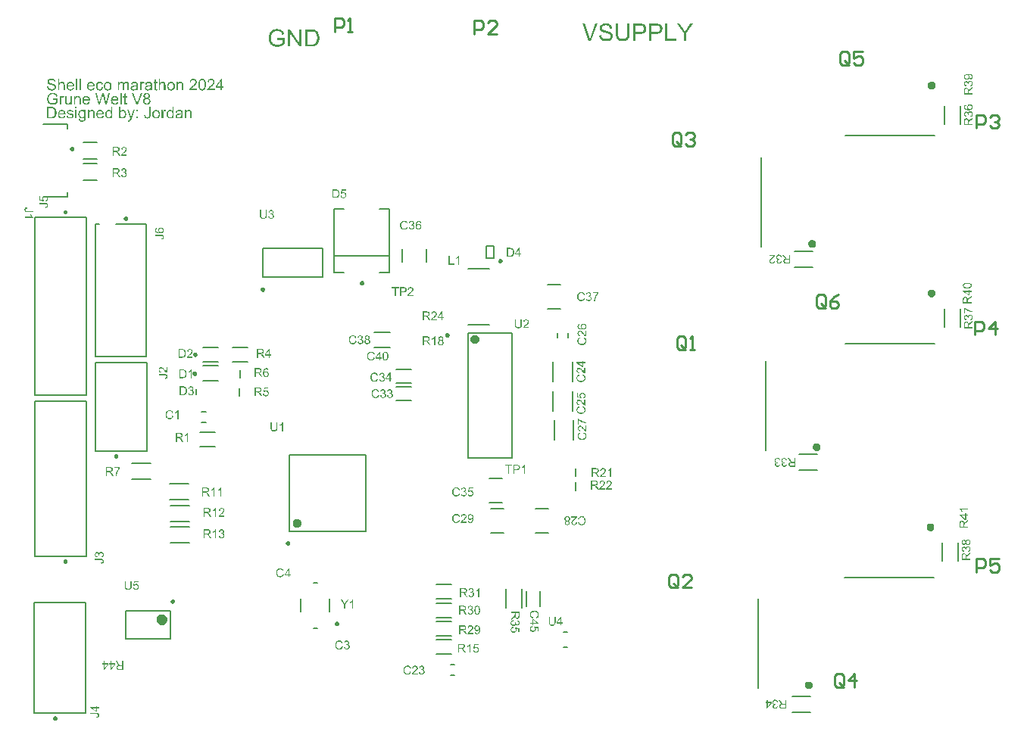
<source format=gbr>
%FSTAX23Y23*%
%MOIN*%
%SFA1B1*%

%IPPOS*%
%ADD10C,0.015750*%
%ADD11C,0.009840*%
%ADD12C,0.019680*%
%ADD13C,0.023620*%
%ADD14C,0.006000*%
%ADD15C,0.007870*%
%ADD16C,0.010000*%
%ADD17R,0.005910X0.031500*%
%LNpcb_legend_top-1*%
%LPD*%
G36*
X02536Y04299D02*
X02536D01*
X02537Y04299*
X02539Y04299*
X02541Y04299*
X02542Y04298*
X02544Y04298*
X02544*
X02544Y04297*
X02544Y04297*
X02545Y04297*
X02545Y04297*
X02546Y04296*
X02547Y04295*
X02549Y04294*
X0255Y04293*
X02551Y04292*
Y04292*
X02551Y04292*
X02551Y04292*
X02551Y04292*
X02551Y04291*
X02552Y0429*
X02552Y04289*
X02553Y04287*
X02553Y04286*
X02553Y04284*
X02547Y04284*
Y04284*
Y04284*
X02547Y04284*
X02547Y04285*
X02546Y04285*
X02546Y04286*
X02546Y04288*
X02545Y04289*
X02544Y0429*
X02543Y04291*
X02543Y04291*
X02543Y04291*
X02542Y04292*
X02541Y04292*
X0254Y04293*
X02538Y04293*
X02536Y04293*
X02534Y04293*
X02533*
X02533Y04293*
X02532Y04293*
X02531Y04293*
X0253Y04293*
X02528Y04292*
X02527Y04292*
X02526Y04291*
X02526Y04291*
X02525Y04291*
X02525Y04291*
X02525Y0429*
X02524Y0429*
X02524Y04289*
X02523Y04288*
X02523Y04287*
X02523Y04286*
Y04286*
Y04285*
X02523Y04285*
X02523Y04284*
X02523Y04284*
X02524Y04283*
X02524Y04282*
X02525Y04281*
X02525Y04281*
X02525Y04281*
X02525Y04281*
X02526Y04281*
X02526Y0428*
X02527Y0428*
X02527Y0428*
X02528Y0428*
X02529Y04279*
X0253Y04279*
X02531Y04279*
X02532Y04278*
X02533Y04278*
X02535Y04278*
X02535*
X02535Y04278*
X02536Y04278*
X02536Y04277*
X02537Y04277*
X02538Y04277*
X02538Y04277*
X02539Y04277*
X02541Y04276*
X02543Y04276*
X02544Y04275*
X02545Y04275*
X02545Y04275*
X02546Y04274*
X02546*
X02546Y04274*
X02546Y04274*
X02547Y04274*
X02547Y04274*
X02548Y04273*
X02549Y04272*
X02551Y04271*
X02552Y0427*
X02552Y04269*
X02553Y04269*
X02553Y04269*
X02553Y04268*
X02554Y04267*
X02554Y04266*
X02554Y04265*
X02555Y04264*
X02555Y04262*
Y04262*
Y04262*
Y04262*
Y04261*
X02554Y04261*
X02554Y0426*
X02554Y04258*
X02554Y04257*
X02553Y04256*
X02552Y04255*
Y04254*
X02552Y04254*
X02552Y04254*
X02551Y04253*
X02551Y04253*
X0255Y04252*
X02548Y04251*
X02547Y0425*
X02546Y04249*
X02546*
X02545Y04249*
X02545Y04249*
X02545Y04249*
X02544Y04249*
X02544Y04248*
X02543Y04248*
X02541Y04248*
X0254Y04247*
X02538Y04247*
X02536Y04247*
X02535*
X02534Y04247*
X02534*
X02533Y04247*
X02532Y04247*
X0253Y04248*
X02528Y04248*
X02526Y04248*
X02524Y04249*
X02524*
X02524Y04249*
X02524Y04249*
X02524Y04249*
X02523Y0425*
X02522Y04251*
X02521Y04251*
X02519Y04252*
X02518Y04254*
X02517Y04255*
Y04255*
X02517Y04255*
X02517Y04256*
X02517Y04256*
X02517Y04256*
X02516Y04257*
X02516Y04258*
X02515Y04259*
X02515Y04261*
X02515Y04262*
X02515Y04264*
X02521Y04265*
Y04265*
Y04265*
X02521Y04264*
Y04264*
X02521Y04263*
X02521Y04263*
X02522Y04262*
X02522Y0426*
X02522Y04259*
X02523Y04258*
X02523Y04258*
X02523Y04258*
X02523Y04258*
X02524Y04257*
X02525Y04256*
X02526Y04256*
X02527Y04255*
X02528Y04255*
X02528*
X02528Y04254*
X02528Y04254*
X02528Y04254*
X02529Y04254*
X0253Y04254*
X02531Y04254*
X02533Y04253*
X02534Y04253*
X02536Y04253*
X02536*
X02537Y04253*
X02538Y04253*
X02539Y04253*
X0254Y04254*
X02541Y04254*
X02542Y04254*
X02542Y04254*
X02543Y04254*
X02543Y04255*
X02544Y04255*
X02545Y04256*
X02545Y04256*
X02546Y04257*
X02547Y04257*
X02547Y04257*
X02547Y04258*
X02547Y04258*
X02547Y04259*
X02548Y04259*
X02548Y0426*
X02548Y04261*
X02548Y04262*
Y04262*
Y04262*
X02548Y04263*
X02548Y04263*
X02548Y04264*
X02548Y04264*
X02547Y04265*
X02547Y04266*
X02547Y04266*
X02546Y04266*
X02546Y04266*
X02546Y04267*
X02545Y04267*
X02544Y04268*
X02543Y04268*
X02542Y04269*
X02542Y04269*
X02542Y04269*
X02541Y04269*
X02541Y04269*
X0254Y04269*
X0254Y0427*
X02539Y0427*
X02538Y0427*
X02538Y0427*
X02537Y0427*
X02536Y04271*
X02534Y04271*
X02533Y04271*
X02533*
X02533Y04271*
X02533Y04271*
X02532Y04271*
X02532Y04272*
X02531Y04272*
X02529Y04272*
X02528Y04273*
X02526Y04273*
X02525Y04274*
X02524Y04274*
X02523Y04274*
X02523*
X02523Y04274*
X02523Y04275*
X02522Y04275*
X02522Y04276*
X02521Y04276*
X0252Y04277*
X02519Y04278*
X02518Y04279*
X02518Y04279*
X02518Y0428*
X02518Y0428*
X02517Y04281*
X02517Y04282*
X02517Y04283*
X02516Y04284*
X02516Y04285*
Y04285*
Y04285*
Y04286*
Y04286*
X02517Y04287*
X02517Y04288*
X02517Y04289*
X02517Y0429*
X02518Y04291*
X02519Y04292*
Y04293*
X02519Y04293*
X02519Y04293*
X02519Y04294*
X0252Y04294*
X02521Y04295*
X02522Y04296*
X02523Y04297*
X02525Y04298*
X02525*
X02525Y04298*
X02525Y04298*
X02526Y04298*
X02526Y04298*
X02526Y04298*
X02528Y04298*
X02529Y04299*
X02531Y04299*
X02532Y04299*
X02534Y04299*
X02535*
X02536Y04299*
G37*
G36*
X03103Y04285D02*
X03104Y04285D01*
X03104Y04285*
X03106Y04285*
X03107Y04285*
X03108Y04284*
X03108Y04284*
X03108Y04284*
X03109Y04284*
X03109Y04283*
X0311Y04283*
X03111Y04282*
X03111Y04282*
X03112Y04281*
X03112Y04281*
X03112Y04281*
X03112Y0428*
X03113Y0428*
X03113Y04279*
X03113Y04278*
X03114Y04277*
X03114Y04277*
Y04276*
X03114Y04276*
X03114Y04276*
X03114Y04275*
Y04274*
X03114Y04273*
X03114Y04272*
Y0427*
Y04248*
X03108*
Y0427*
Y0427*
Y0427*
Y04271*
Y04271*
X03108Y04272*
X03108Y04273*
X03108Y04274*
X03107Y04275*
X03107Y04276*
Y04276*
X03107Y04276*
X03107Y04277*
X03107Y04277*
X03106Y04277*
X03106Y04278*
X03105Y04278*
X03105Y04279*
X03104Y04279*
X03104Y04279*
X03104Y04279*
X03103Y04279*
X03103Y0428*
X03102Y0428*
X03101Y0428*
X031Y0428*
X031*
X031Y0428*
X03099Y0428*
X03098Y0428*
X03097Y04279*
X03096Y04279*
X03095Y04278*
X03093Y04277*
X03093Y04277*
X03093Y04277*
X03093Y04277*
X03093Y04276*
X03092Y04276*
X03092Y04275*
X03092Y04275*
X03092Y04274*
X03091Y04273*
X03091Y04272*
X03091Y04271*
X03091Y0427*
X03091Y04269*
Y04268*
Y04248*
X03084*
Y04285*
X0309*
Y04279*
X0309Y04279*
X0309Y0428*
X0309Y0428*
X03091Y0428*
X03091Y04281*
X03092Y04281*
X03092Y04282*
X03093Y04282*
X03094Y04283*
X03095Y04284*
X03096Y04284*
X03097Y04284*
X03098Y04285*
X03099Y04285*
X031Y04285*
X03102Y04285*
X03102*
X03103Y04285*
G37*
G36*
X02938D02*
X02939Y04285D01*
X0294Y04285*
X02941Y04285*
X02942Y04284*
X02943Y04283*
X02941Y04278*
X02941Y04278*
X02941Y04278*
X0294Y04278*
X0294Y04278*
X02939Y04279*
X02938Y04279*
X02938Y04279*
X02937Y04279*
X02936*
X02936Y04279*
X02936Y04279*
X02935Y04279*
X02934Y04278*
X02934Y04278*
X02933Y04278*
X02933Y04278*
X02933Y04278*
X02933Y04277*
X02932Y04277*
X02932Y04276*
X02931Y04276*
X02931Y04275*
X02931Y04274*
X02931Y04274*
X02931Y04274*
X02931Y04273*
X0293Y04272*
X0293Y04271*
X0293Y0427*
X0293Y04269*
X0293Y04267*
Y04248*
X02924*
Y04285*
X02929*
Y04279*
X02929Y04279*
X0293Y0428*
X0293Y0428*
X02931Y04281*
X02931Y04282*
X02932Y04283*
X02932Y04284*
X02933Y04284*
X02933Y04284*
X02933Y04284*
X02934Y04285*
X02934Y04285*
X02935Y04285*
X02936Y04285*
X02936Y04285*
X02937Y04285*
X02938*
X02938Y04285*
G37*
G36*
X02865D02*
X02865D01*
X02866Y04285*
X02867Y04285*
X02868Y04285*
X0287Y04284*
X02871Y04283*
X02872Y04282*
X02873Y04282*
X02873Y04282*
X02873Y04281*
X02874Y04281*
X02874Y0428*
X02874Y04279*
X02874Y04279*
X02875Y04278*
X02875Y04277*
X02875Y04276*
X02875Y04275*
X02875Y04274*
Y04273*
Y04248*
X02869*
Y04271*
Y04271*
Y04271*
Y04272*
Y04272*
X02869Y04273*
X02869Y04274*
X02869Y04275*
X02869Y04276*
X02869Y04276*
Y04276*
X02868Y04277*
X02868Y04277*
X02868Y04277*
X02868Y04278*
X02867Y04278*
X02867Y04279*
X02866Y04279*
X02866Y04279*
X02866Y04279*
X02866Y04279*
X02865Y04279*
X02865Y0428*
X02864Y0428*
X02863Y0428*
X02863Y0428*
X02862*
X02862Y0428*
X02861Y0428*
X0286Y0428*
X02859Y04279*
X02858Y04279*
X02857Y04278*
X02856Y04277*
X02856Y04277*
X02856Y04277*
X02855Y04276*
X02855Y04275*
X02854Y04274*
X02854Y04273*
X02854Y04271*
X02854Y04269*
Y04248*
X02847*
Y04272*
Y04272*
Y04272*
Y04272*
Y04272*
X02847Y04273*
X02847Y04274*
X02847Y04275*
X02847Y04276*
X02846Y04277*
X02846Y04278*
X02846Y04278*
X02846Y04278*
X02845Y04279*
X02845Y04279*
X02844Y04279*
X02843Y0428*
X02842Y0428*
X02841Y0428*
X0284*
X0284Y0428*
X02839Y0428*
X02839Y0428*
X02838Y04279*
X02837Y04279*
X02836Y04279*
X02836Y04279*
X02836Y04278*
X02835Y04278*
X02835Y04278*
X02834Y04277*
X02834Y04276*
X02833Y04275*
X02833Y04275*
X02833Y04274*
X02833Y04274*
X02833Y04273*
X02832Y04273*
X02832Y04272*
X02832Y0427*
X02832Y04269*
X02832Y04267*
Y04248*
X02826*
Y04285*
X02831*
Y04279*
X02831Y04279*
X02831Y0428*
X02832Y0428*
X02832Y04281*
X02833Y04282*
X02834Y04282*
X02835Y04283*
X02836Y04284*
X02836Y04284*
X02836Y04284*
X02837Y04284*
X02838Y04285*
X02839Y04285*
X0284Y04285*
X02841Y04285*
X02842Y04285*
X02843*
X02844Y04285*
X02845Y04285*
X02846Y04285*
X02847Y04285*
X02848Y04284*
X02849Y04284*
X02849Y04284*
X02849Y04283*
X0285Y04283*
X0285Y04282*
X02851Y04282*
X02852Y04281*
X02852Y0428*
X02853Y04279*
X02853Y04279*
X02853Y04279*
X02853Y04279*
X02853Y0428*
X02854Y0428*
X02854Y04281*
X02855Y04282*
X02856Y04282*
X02856Y04283*
X02857Y04283*
X02858Y04284*
X02859Y04284*
X0286Y04285*
X02862Y04285*
X02863Y04285*
X02864Y04285*
X02864*
X02865Y04285*
G37*
G36*
X02747D02*
X02748D01*
X02748Y04285*
X0275Y04285*
X02751Y04285*
X02753Y04284*
X02755Y04283*
X02756Y04282*
X02756*
X02756Y04282*
X02757Y04282*
X02757Y04281*
X02758Y0428*
X02759Y04279*
X0276Y04278*
X0276Y04276*
X02761Y04274*
X02755Y04273*
Y04273*
X02755Y04273*
X02755Y04274*
X02755Y04274*
X02754Y04275*
X02754Y04276*
X02753Y04277*
X02753Y04278*
X02752Y04278*
X02752Y04278*
X02752Y04279*
X02751Y04279*
X0275Y04279*
X0275Y0428*
X02749Y0428*
X02748Y0428*
X02747Y0428*
X02746*
X02746Y0428*
X02745Y0428*
X02744Y0428*
X02743Y04279*
X02741Y04279*
X0274Y04278*
X0274Y04278*
X02739Y04277*
Y04277*
X02739Y04277*
X02739Y04277*
X02739Y04276*
X02738Y04276*
X02738Y04275*
X02738Y04275*
X02738Y04274*
X02737Y04274*
X02737Y04273*
X02737Y04272*
X02737Y04271*
X02736Y0427*
X02736Y04269*
X02736Y04268*
Y04266*
Y04266*
Y04266*
Y04266*
X02736Y04265*
Y04264*
X02736Y04264*
X02736Y04262*
X02737Y0426*
X02737Y04259*
X02738Y04257*
X02738Y04256*
X02739Y04256*
X02739Y04255*
X02739Y04255*
X0274Y04255*
X02741Y04254*
X02742Y04253*
X02743Y04253*
X02745Y04252*
X02745Y04252*
X02746Y04252*
X02746*
X02747Y04252*
X02748Y04252*
X02748Y04253*
X02749Y04253*
X0275Y04253*
X02751Y04254*
X02752Y04254*
X02752Y04255*
X02753Y04255*
X02753Y04255*
X02754Y04256*
X02754Y04257*
X02755Y04258*
X02755Y0426*
X02755Y04261*
X02762Y04261*
Y04261*
X02761Y0426*
X02761Y0426*
X02761Y0426*
X02761Y04259*
X02761Y04258*
X02761Y04257*
X0276Y04255*
X02759Y04254*
X02758Y04252*
X02757Y04251*
X02756Y04251*
X02756Y04251*
X02756Y04251*
X02756Y0425*
X02756Y0425*
X02755Y0425*
X02755Y0425*
X02754Y04249*
X02754Y04249*
X02752Y04248*
X0275Y04248*
X02749Y04247*
X02747Y04247*
X02746Y04247*
X02746*
X02745Y04247*
X02744Y04247*
X02744Y04247*
X02743Y04248*
X02742Y04248*
X0274Y04248*
X02739Y04249*
X02738Y04249*
X02737Y0425*
X02736Y0425*
X02735Y04251*
X02734Y04252*
X02734Y04252*
X02734Y04252*
X02734Y04253*
X02734Y04253*
X02733Y04253*
X02733Y04254*
X02732Y04255*
X02732Y04256*
X02732Y04257*
X02731Y04258*
X02731Y04259*
X02731Y0426*
X0273Y04261*
X0273Y04263*
X0273Y04264*
X0273Y04266*
Y04266*
Y04266*
Y04267*
Y04267*
X0273Y04268*
Y04268*
X0273Y04269*
X0273Y0427*
X0273Y04271*
X02731Y04273*
X02731Y04275*
X02732Y04277*
Y04277*
X02732Y04277*
X02732Y04277*
X02732Y04277*
X02732Y04278*
X02733Y04279*
X02734Y0428*
X02735Y04281*
X02736Y04282*
X02738Y04283*
X02738*
X02738Y04283*
X02738Y04283*
X02738Y04284*
X02739Y04284*
X02739Y04284*
X0274Y04284*
X02742Y04285*
X02743Y04285*
X02745Y04285*
X02746Y04285*
X02747*
X02747Y04285*
G37*
G36*
X03285Y04266D02*
X03292D01*
Y0426*
X03285*
Y04248*
X03279*
Y0426*
X03257*
Y04266*
X0328Y04298*
X03285*
Y04266*
G37*
G36*
X03238Y04299D02*
X03238Y04299D01*
X03239Y04298*
X0324Y04298*
X03241Y04298*
X03243Y04298*
X03245Y04297*
X03246Y04296*
X03246Y04296*
X03247Y04295*
X03248Y04295*
X03248Y04295*
X03248Y04294*
X03249Y04294*
X03249Y04294*
X03249Y04293*
X0325Y04293*
X0325Y04292*
X0325Y04292*
X03251Y0429*
X03252Y04289*
X03252Y04288*
X03252Y04287*
X03252Y04286*
X03252Y04285*
Y04285*
Y04284*
X03252Y04284*
X03252Y04283*
X03252Y04282*
X03252Y04281*
X03252Y0428*
X03251Y04279*
X03251Y04279*
X03251Y04278*
X03251Y04278*
X0325Y04277*
X0325Y04276*
X03249Y04275*
X03248Y04274*
X03247Y04272*
X03247Y04272*
X03246Y04272*
X03246Y04272*
X03246Y04271*
X03245Y04271*
X03245Y0427*
X03244Y0427*
X03243Y04269*
X03243Y04268*
X03242Y04267*
X03241Y04267*
X0324Y04266*
X03239Y04265*
X03238Y04264*
X03237Y04264*
X03237Y04263*
X03237Y04263*
X03237Y04263*
X03236Y04263*
X03236Y04262*
X03235Y04261*
X03233Y0426*
X03232Y04259*
X03231Y04258*
X03231Y04258*
X0323Y04257*
X0323Y04257*
X0323Y04257*
X0323Y04257*
X03229Y04256*
X03229Y04256*
X03229Y04255*
X03228Y04254*
X03253*
Y04248*
X03219*
Y04248*
Y04248*
Y04249*
X03219Y04249*
X03219Y0425*
X03219Y04251*
X0322Y04252*
X0322Y04252*
Y04252*
X0322Y04252*
X0322Y04253*
X0322Y04254*
X03221Y04254*
X03221Y04255*
X03222Y04257*
X03223Y04258*
X03224Y04259*
Y04259*
X03224Y04259*
X03224Y0426*
X03225Y0426*
X03226Y04261*
X03227Y04262*
X03228Y04264*
X0323Y04265*
X03232Y04267*
X03232Y04267*
X03232Y04267*
X03233Y04267*
X03233Y04268*
X03234Y04268*
X03235Y04269*
X03236Y0427*
X03237Y0427*
X03238Y04272*
X0324Y04274*
X03241Y04275*
X03242Y04276*
X03243Y04277*
X03243Y04277*
Y04277*
X03243Y04277*
X03243Y04278*
X03244Y04278*
X03244Y04279*
X03245Y0428*
X03245Y04281*
X03246Y04282*
X03246Y04284*
X03246Y04285*
Y04285*
Y04285*
X03246Y04285*
X03246Y04286*
X03246Y04287*
X03245Y04288*
X03245Y04289*
X03244Y0429*
X03243Y04291*
X03243Y04291*
X03243Y04291*
X03242Y04292*
X03242Y04292*
X03241Y04293*
X03239Y04293*
X03238Y04293*
X03237Y04294*
X03236*
X03236Y04293*
X03235Y04293*
X03234Y04293*
X03233Y04293*
X03232Y04292*
X0323Y04292*
X03229Y04291*
X03229Y04291*
X03229Y0429*
X03228Y0429*
X03228Y04289*
X03227Y04288*
X03227Y04287*
X03227Y04285*
X03227Y04283*
X0322Y04284*
Y04284*
X0322Y04284*
Y04285*
X0322Y04285*
X03221Y04286*
X03221Y04286*
X03221Y04287*
X03221Y04288*
X03222Y0429*
X03223Y04292*
X03223Y04292*
X03224Y04293*
X03224Y04294*
X03225Y04295*
X03225Y04295*
X03225Y04295*
X03226Y04295*
X03226Y04295*
X03226Y04296*
X03227Y04296*
X03227Y04296*
X03228Y04297*
X03229Y04297*
X0323Y04298*
X03231Y04298*
X03232Y04298*
X03233Y04298*
X03234Y04299*
X03235Y04299*
X03237Y04299*
X03237*
X03238Y04299*
G37*
G36*
X03159D02*
X0316Y04299D01*
X03161Y04298*
X03162Y04298*
X03162Y04298*
X03164Y04298*
X03166Y04297*
X03167Y04296*
X03168Y04296*
X03169Y04295*
X0317Y04295*
X0317Y04295*
X0317Y04294*
X0317Y04294*
X0317Y04294*
X03171Y04293*
X03171Y04293*
X03171Y04292*
X03172Y04292*
X03173Y0429*
X03173Y04289*
X03174Y04288*
X03174Y04287*
X03174Y04286*
X03174Y04285*
Y04285*
Y04284*
X03174Y04284*
X03174Y04283*
X03174Y04282*
X03173Y04281*
X03173Y0428*
X03173Y04279*
X03173Y04279*
X03173Y04278*
X03172Y04278*
X03172Y04277*
X03171Y04276*
X0317Y04275*
X0317Y04274*
X03169Y04272*
X03168Y04272*
X03168Y04272*
X03168Y04272*
X03167Y04271*
X03167Y04271*
X03166Y0427*
X03166Y0427*
X03165Y04269*
X03164Y04268*
X03163Y04267*
X03162Y04267*
X03161Y04266*
X0316Y04265*
X03159Y04264*
X03159Y04264*
X03159Y04263*
X03159Y04263*
X03158Y04263*
X03158Y04263*
X03157Y04262*
X03156Y04261*
X03155Y0426*
X03154Y04259*
X03153Y04258*
X03152Y04258*
X03152Y04257*
X03152Y04257*
X03152Y04257*
X03151Y04257*
X03151Y04256*
X03151Y04256*
X0315Y04255*
X03149Y04254*
X03174*
Y04248*
X03141*
Y04248*
Y04248*
Y04249*
X03141Y04249*
X03141Y0425*
X03141Y04251*
X03141Y04252*
X03141Y04252*
Y04252*
X03141Y04252*
X03142Y04253*
X03142Y04254*
X03142Y04254*
X03143Y04255*
X03144Y04257*
X03144Y04258*
X03145Y04259*
Y04259*
X03146Y04259*
X03146Y0426*
X03147Y0426*
X03148Y04261*
X03149Y04262*
X0315Y04264*
X03152Y04265*
X03154Y04267*
X03154Y04267*
X03154Y04267*
X03154Y04267*
X03155Y04268*
X03156Y04268*
X03156Y04269*
X03157Y0427*
X03158Y0427*
X0316Y04272*
X03162Y04274*
X03163Y04275*
X03163Y04276*
X03164Y04277*
X03165Y04277*
Y04277*
X03165Y04277*
X03165Y04278*
X03165Y04278*
X03166Y04279*
X03166Y0428*
X03167Y04281*
X03167Y04282*
X03168Y04284*
X03168Y04285*
Y04285*
Y04285*
X03168Y04285*
X03168Y04286*
X03167Y04287*
X03167Y04288*
X03167Y04289*
X03166Y0429*
X03165Y04291*
X03165Y04291*
X03164Y04291*
X03164Y04292*
X03163Y04292*
X03162Y04293*
X03161Y04293*
X0316Y04293*
X03158Y04294*
X03158*
X03157Y04293*
X03156Y04293*
X03155Y04293*
X03154Y04293*
X03153Y04292*
X03152Y04292*
X03151Y04291*
X03151Y04291*
X0315Y0429*
X0315Y0429*
X0315Y04289*
X03149Y04288*
X03149Y04287*
X03148Y04285*
X03148Y04283*
X03142Y04284*
Y04284*
X03142Y04284*
Y04285*
X03142Y04285*
X03142Y04286*
X03142Y04286*
X03142Y04287*
X03143Y04288*
X03143Y0429*
X03144Y04292*
X03145Y04292*
X03145Y04293*
X03146Y04294*
X03147Y04295*
X03147Y04295*
X03147Y04295*
X03147Y04295*
X03147Y04295*
X03148Y04296*
X03148Y04296*
X03149Y04296*
X0315Y04297*
X03151Y04297*
X03151Y04298*
X03152Y04298*
X03153Y04298*
X03154Y04298*
X03156Y04299*
X03157Y04299*
X03158Y04299*
X03159*
X03159Y04299*
G37*
G36*
X03012Y0428D02*
X03012Y0428D01*
X03012Y04281*
X03013Y04281*
X03013Y04281*
X03013Y04282*
X03014Y04282*
X03015Y04282*
X03015Y04283*
X03016Y04283*
X03017Y04284*
X03019Y04285*
X0302Y04285*
X03021Y04285*
X03022Y04285*
X03023Y04285*
X03024*
X03025Y04285*
X03025Y04285*
X03027Y04285*
X03028Y04285*
X03029Y04284*
X0303Y04284*
X0303Y04284*
X03031Y04284*
X03031Y04283*
X03032Y04283*
X03032Y04282*
X03033Y04281*
X03034Y0428*
X03034Y04279*
X03034Y04279*
X03035Y04279*
X03035Y04278*
X03035Y04277*
X03035Y04276*
X03035Y04275*
X03036Y04273*
X03036Y04271*
Y04248*
X03029*
Y04271*
Y04271*
Y04271*
Y04272*
Y04272*
X03029Y04273*
X03029Y04274*
X03029Y04275*
X03029Y04276*
X03028Y04277*
X03027Y04278*
X03027Y04278*
X03027Y04278*
X03027Y04279*
X03026Y04279*
X03025Y04279*
X03024Y0428*
X03023Y0428*
X03022Y0428*
X03021*
X03021Y0428*
X0302Y0428*
X03019Y0428*
X03018Y04279*
X03018Y04279*
X03017Y04279*
X03017Y04279*
X03016Y04278*
X03016Y04278*
X03015Y04278*
X03015Y04277*
X03014Y04276*
X03014Y04276*
X03013Y04275*
X03013Y04275*
X03013Y04274*
X03013Y04274*
X03013Y04273*
X03012Y04272*
X03012Y04271*
X03012Y0427*
X03012Y04268*
Y04248*
X03006*
Y04298*
X03012*
Y0428*
G37*
G36*
X02964Y04285D02*
X02965Y04285D01*
X02967Y04285*
X02968Y04285*
X02969Y04285*
X0297Y04284*
X0297Y04284*
X02971Y04284*
X02971Y04284*
X02972Y04284*
X02973Y04283*
X02973Y04283*
X02974Y04282*
X02975Y04281*
X02975Y04281*
X02975Y04281*
X02975Y04281*
X02975Y0428*
X02976Y0428*
X02976Y04279*
X02976Y04278*
X02976Y04277*
Y04277*
X02977Y04277*
X02977Y04277*
X02977Y04276*
Y04275*
X02977Y04274*
X02977Y04273*
Y04272*
Y04263*
Y04263*
Y04263*
Y04263*
Y04262*
Y04261*
Y0426*
X02977Y04259*
Y04257*
X02977Y04255*
X02977Y04254*
Y04254*
X02977Y04253*
X02977Y04252*
Y04252*
X02977Y04252*
X02977Y04252*
X02978Y04251*
X02978Y0425*
X02978Y0425*
X02978Y04249*
X02979Y04248*
X02972*
X02972Y04248*
X02972Y04248*
X02972Y04249*
X02972Y04249*
X02972Y0425*
X02971Y04251*
X02971Y04252*
X02971Y04253*
X02971*
X02971Y04252*
X0297Y04252*
X0297Y04252*
X02969Y04251*
X02968Y0425*
X02967Y0425*
X02966Y04249*
X02964Y04248*
X02964Y04248*
X02964Y04248*
X02963Y04248*
X02962Y04248*
X02961Y04248*
X0296Y04247*
X02959Y04247*
X02958Y04247*
X02957*
X02956Y04247*
X02956*
X02955Y04247*
X02954Y04248*
X02953Y04248*
X02951Y04248*
X0295Y04249*
X02948Y0425*
X02948Y0425*
X02948Y04251*
X02947Y04251*
X02947Y04252*
X02946Y04253*
X02946Y04254*
X02945Y04256*
X02945Y04257*
X02945Y04258*
Y04258*
Y04258*
X02945Y04259*
X02945Y04259*
X02945Y0426*
X02946Y04261*
X02946Y04262*
X02946Y04263*
X02946Y04263*
X02946Y04263*
X02947Y04263*
X02947Y04264*
X02948Y04264*
X02948Y04265*
X02949Y04266*
X02949Y04266*
X02949Y04266*
X0295Y04266*
X0295Y04267*
X02951Y04267*
X02951Y04267*
X02952Y04268*
X02953Y04268*
X02954Y04268*
X02954*
X02954Y04268*
X02955Y04268*
X02955Y04268*
X02956Y04269*
X02957Y04269*
X02958Y04269*
X02959Y04269*
X02959*
X0296Y04269*
X0296*
X02961Y04269*
X02961Y04269*
X02962Y04269*
X02963Y0427*
X02964Y0427*
X02965Y0427*
X02967Y0427*
X02969Y04271*
X0297Y04271*
X0297Y04271*
Y04271*
Y04271*
X02971Y04272*
Y04272*
Y04273*
Y04273*
Y04273*
Y04273*
Y04273*
X0297Y04274*
X0297Y04275*
X0297Y04276*
X0297Y04277*
X02969Y04278*
X02969Y04278*
X02969Y04278*
X02968Y04279*
X02968Y04279*
X02967Y04279*
X02966Y0428*
X02965Y0428*
X02963Y0428*
X02962Y0428*
X02961*
X0296Y0428*
X02959Y0428*
X02958Y0428*
X02957Y0428*
X02956Y04279*
X02955Y04279*
X02955Y04279*
X02955Y04278*
X02954Y04278*
X02954Y04278*
X02954Y04277*
X02953Y04276*
X02953Y04275*
X02952Y04273*
X02946Y04274*
Y04274*
X02946Y04274*
Y04275*
X02946Y04275*
X02947Y04275*
X02947Y04276*
X02947Y04277*
X02948Y04278*
X02948Y04279*
X02949Y0428*
X02949Y0428*
X02949Y04281*
X0295Y04281*
X0295Y04282*
X02951Y04282*
X02952Y04283*
X02953Y04284*
X02954Y04284*
X02954*
X02954Y04284*
X02955Y04284*
X02955Y04284*
X02956Y04285*
X02957Y04285*
X02958Y04285*
X02959Y04285*
X02961Y04285*
X02963Y04285*
X02963*
X02964Y04285*
G37*
G36*
X02902D02*
X02903Y04285D01*
X02904Y04285*
X02905Y04285*
X02906Y04285*
X02908Y04284*
X02908Y04284*
X02908Y04284*
X02909Y04284*
X02909Y04284*
X0291Y04283*
X02911Y04283*
X02911Y04282*
X02912Y04281*
X02912Y04281*
X02912Y04281*
X02912Y04281*
X02913Y0428*
X02913Y0428*
X02913Y04279*
X02914Y04278*
X02914Y04277*
Y04277*
X02914Y04277*
X02914Y04277*
X02914Y04276*
Y04275*
X02914Y04274*
X02914Y04273*
Y04272*
Y04263*
Y04263*
Y04263*
Y04263*
Y04262*
Y04261*
Y0426*
X02914Y04259*
Y04257*
X02914Y04255*
X02914Y04254*
Y04254*
X02914Y04253*
X02915Y04252*
Y04252*
X02915Y04252*
X02915Y04252*
X02915Y04251*
X02915Y0425*
X02915Y0425*
X02916Y04249*
X02916Y04248*
X0291*
X02909Y04248*
X02909Y04248*
X02909Y04249*
X02909Y04249*
X02909Y0425*
X02909Y04251*
X02909Y04252*
X02908Y04253*
X02908*
X02908Y04252*
X02908Y04252*
X02907Y04252*
X02906Y04251*
X02905Y0425*
X02904Y0425*
X02903Y04249*
X02902Y04248*
X02902Y04248*
X02901Y04248*
X029Y04248*
X029Y04248*
X02899Y04248*
X02897Y04247*
X02896Y04247*
X02895Y04247*
X02894*
X02894Y04247*
X02893*
X02893Y04247*
X02891Y04248*
X0289Y04248*
X02888Y04248*
X02887Y04249*
X02886Y0425*
X02885Y0425*
X02885Y04251*
X02885Y04251*
X02884Y04252*
X02883Y04253*
X02883Y04254*
X02883Y04256*
X02882Y04257*
X02882Y04258*
Y04258*
Y04258*
X02882Y04259*
X02883Y04259*
X02883Y0426*
X02883Y04261*
X02883Y04262*
X02884Y04263*
X02884Y04263*
X02884Y04263*
X02884Y04263*
X02884Y04264*
X02885Y04264*
X02885Y04265*
X02886Y04266*
X02887Y04266*
X02887Y04266*
X02887Y04266*
X02887Y04267*
X02888Y04267*
X02889Y04267*
X0289Y04268*
X0289Y04268*
X02891Y04268*
X02891*
X02892Y04268*
X02892Y04268*
X02893Y04268*
X02893Y04269*
X02894Y04269*
X02895Y04269*
X02897Y04269*
X02897*
X02897Y04269*
X02897*
X02898Y04269*
X02899Y04269*
X02899Y04269*
X029Y0427*
X02901Y0427*
X02903Y0427*
X02905Y0427*
X02906Y04271*
X02907Y04271*
X02908Y04271*
Y04271*
Y04271*
X02908Y04272*
Y04272*
Y04273*
Y04273*
Y04273*
Y04273*
Y04273*
X02908Y04274*
X02908Y04275*
X02907Y04276*
X02907Y04277*
X02907Y04278*
X02906Y04278*
X02906Y04278*
X02906Y04279*
X02905Y04279*
X02904Y04279*
X02903Y0428*
X02902Y0428*
X02901Y0428*
X02899Y0428*
X02898*
X02898Y0428*
X02897Y0428*
X02895Y0428*
X02894Y0428*
X02893Y04279*
X02892Y04279*
X02892Y04279*
X02892Y04278*
X02892Y04278*
X02891Y04278*
X02891Y04277*
X0289Y04276*
X0289Y04275*
X0289Y04273*
X02883Y04274*
Y04274*
X02884Y04274*
Y04275*
X02884Y04275*
X02884Y04275*
X02884Y04276*
X02884Y04277*
X02885Y04278*
X02885Y04279*
X02886Y0428*
X02886Y0428*
X02887Y04281*
X02887Y04281*
X02888Y04282*
X02888Y04282*
X02889Y04283*
X0289Y04284*
X02892Y04284*
X02892*
X02892Y04284*
X02892Y04284*
X02892Y04284*
X02893Y04285*
X02894Y04285*
X02895Y04285*
X02897Y04285*
X02898Y04285*
X029Y04285*
X02901*
X02902Y04285*
G37*
G36*
X02663Y04248D02*
X02657D01*
Y04298*
X02663*
Y04248*
G37*
G36*
X02647D02*
X02641D01*
Y04298*
X02647*
Y04248*
G37*
G36*
X02569Y0428D02*
X02569Y0428D01*
X02569Y04281*
X0257Y04281*
X0257Y04281*
X0257Y04282*
X02571Y04282*
X02572Y04282*
X02572Y04283*
X02573Y04283*
X02574Y04284*
X02576Y04285*
X02577Y04285*
X02578Y04285*
X02579Y04285*
X0258Y04285*
X02581*
X02582Y04285*
X02582Y04285*
X02584Y04285*
X02585Y04285*
X02586Y04284*
X02587Y04284*
X02587Y04284*
X02588Y04284*
X02588Y04283*
X02589Y04283*
X02589Y04282*
X0259Y04281*
X02591Y0428*
X02591Y04279*
X02591Y04279*
X02592Y04279*
X02592Y04278*
X02592Y04277*
X02592Y04276*
X02592Y04275*
X02593Y04273*
X02593Y04271*
Y04248*
X02586*
Y04271*
Y04271*
Y04271*
Y04272*
Y04272*
X02586Y04273*
X02586Y04274*
X02586Y04275*
X02586Y04276*
X02585Y04277*
X02584Y04278*
X02584Y04278*
X02584Y04278*
X02584Y04279*
X02583Y04279*
X02582Y04279*
X02581Y0428*
X0258Y0428*
X02579Y0428*
X02578*
X02578Y0428*
X02577Y0428*
X02576Y0428*
X02575Y04279*
X02575Y04279*
X02574Y04279*
X02574Y04279*
X02573Y04278*
X02573Y04278*
X02572Y04278*
X02572Y04277*
X02571Y04276*
X02571Y04276*
X0257Y04275*
X0257Y04275*
X0257Y04274*
X0257Y04274*
X0257Y04273*
X02569Y04272*
X02569Y04271*
X02569Y0427*
X02569Y04268*
Y04248*
X02563*
Y04298*
X02569*
Y0428*
G37*
G36*
X02994Y04285D02*
X03D01*
Y0428*
X02994*
Y04258*
Y04258*
Y04258*
Y04257*
X02994Y04257*
X02994Y04256*
X02994Y04255*
X02994Y04255*
X02994Y04255*
X02994Y04254*
X02994Y04254*
X02995Y04254*
X02995Y04254*
X02995Y04253*
X02996Y04253*
X02997Y04253*
X02998*
X02998Y04253*
X02999*
X02999Y04253*
X03Y04253*
X03001Y04248*
X03001*
X03Y04248*
X03Y04248*
X02999Y04248*
X02998Y04248*
X02998Y04248*
X02996Y04247*
X02995*
X02995Y04248*
X02994Y04248*
X02993Y04248*
X02992Y04248*
X02991Y04248*
X02991Y04249*
X02991Y04249*
X0299Y04249*
X0299Y04249*
X0299Y04249*
X02989Y0425*
X02989Y0425*
X02988Y04251*
X02988Y04251*
Y04251*
X02988Y04252*
X02988Y04252*
X02988Y04253*
X02988Y04254*
X02988Y04254*
Y04255*
X02987Y04256*
X02987Y04257*
Y04258*
Y04259*
Y0428*
X02983*
Y04285*
X02987*
Y04294*
X02994Y04297*
Y04285*
G37*
G36*
X03061Y04285D02*
X03062Y04285D01*
X03063Y04285*
X03063Y04285*
X03064Y04285*
X03066Y04284*
X03067Y04284*
X03068Y04283*
X03069Y04283*
X0307Y04282*
X03071Y04281*
X03072Y0428*
X03072Y0428*
X03073Y0428*
X03073Y0428*
X03073Y0428*
X03073Y04279*
X03074Y04278*
X03074Y04278*
X03075Y04277*
X03075Y04276*
X03076Y04275*
X03076Y04274*
X03076Y04273*
X03077Y04271*
X03077Y0427*
X03077Y04268*
X03077Y04267*
Y04267*
Y04267*
Y04266*
Y04266*
X03077Y04265*
X03077Y04264*
Y04264*
X03077Y04263*
X03077Y04261*
X03076Y04259*
X03076Y04257*
X03075Y04256*
Y04256*
X03075Y04256*
X03075Y04255*
X03075Y04255*
X03074Y04254*
X03073Y04253*
X03073Y04252*
X03071Y04251*
X0307Y0425*
X03069Y04249*
X03069*
X03069Y04249*
X03068Y04249*
X03068Y04249*
X03068Y04249*
X03067Y04249*
X03066Y04248*
X03065Y04248*
X03063Y04248*
X03062Y04247*
X0306Y04247*
X03059*
X03059Y04247*
X03058Y04247*
X03057Y04247*
X03056Y04248*
X03056Y04248*
X03054Y04248*
X03053Y04249*
X03051Y04249*
X0305Y0425*
X03049Y0425*
X03048Y04251*
X03048Y04252*
X03047Y04252*
X03047Y04252*
X03047Y04253*
X03047Y04253*
X03046Y04254*
X03046Y04254*
X03046Y04255*
X03045Y04256*
X03045Y04257*
X03044Y04258*
X03044Y04259*
X03044Y0426*
X03043Y04262*
X03043Y04263*
X03043Y04265*
X03043Y04266*
Y04266*
Y04267*
X03043Y04267*
Y04268*
X03043Y04269*
X03043Y0427*
X03043Y04271*
X03044Y04272*
X03044Y04273*
X03044Y04274*
X03045Y04276*
X03045Y04277*
X03046Y04278*
X03047Y04279*
X03047Y0428*
X03048Y04281*
X03049Y04281*
X03049Y04281*
X03049Y04282*
X03049Y04282*
X0305Y04282*
X0305Y04283*
X03051Y04283*
X03052Y04283*
X03053Y04284*
X03053Y04284*
X03055Y04285*
X03058Y04285*
X03059Y04285*
X0306Y04285*
X03061*
X03061Y04285*
G37*
G36*
X02783D02*
X02784Y04285D01*
X02784Y04285*
X02785Y04285*
X02786Y04285*
X02788Y04284*
X02789Y04284*
X0279Y04283*
X02791Y04283*
X02792Y04282*
X02793Y04281*
X02794Y0428*
X02794Y0428*
X02794Y0428*
X02794Y0428*
X02795Y0428*
X02795Y04279*
X02796Y04278*
X02796Y04278*
X02796Y04277*
X02797Y04276*
X02797Y04275*
X02798Y04274*
X02798Y04273*
X02798Y04271*
X02799Y0427*
X02799Y04268*
X02799Y04267*
Y04267*
Y04267*
Y04266*
Y04266*
X02799Y04265*
X02799Y04264*
Y04264*
X02799Y04263*
X02798Y04261*
X02798Y04259*
X02797Y04257*
X02797Y04256*
Y04256*
X02797Y04256*
X02796Y04255*
X02796Y04255*
X02796Y04254*
X02795Y04253*
X02794Y04252*
X02793Y04251*
X02792Y0425*
X0279Y04249*
X0279*
X0279Y04249*
X0279Y04249*
X0279Y04249*
X02789Y04249*
X02789Y04249*
X02788Y04248*
X02787Y04248*
X02785Y04248*
X02783Y04247*
X02782Y04247*
X02781*
X0278Y04247*
X0278Y04247*
X02779Y04247*
X02778Y04248*
X02777Y04248*
X02775Y04248*
X02774Y04249*
X02773Y04249*
X02772Y0425*
X02771Y0425*
X0277Y04251*
X02769Y04252*
X02769Y04252*
X02769Y04252*
X02769Y04253*
X02768Y04253*
X02768Y04254*
X02768Y04254*
X02767Y04255*
X02767Y04256*
X02766Y04257*
X02766Y04258*
X02766Y04259*
X02765Y0426*
X02765Y04262*
X02765Y04263*
X02765Y04265*
X02765Y04266*
Y04266*
Y04267*
X02765Y04267*
Y04268*
X02765Y04269*
X02765Y0427*
X02765Y04271*
X02765Y04272*
X02766Y04273*
X02766Y04274*
X02766Y04276*
X02767Y04277*
X02768Y04278*
X02768Y04279*
X02769Y0428*
X0277Y04281*
X0277Y04281*
X0277Y04281*
X02771Y04282*
X02771Y04282*
X02771Y04282*
X02772Y04283*
X02773Y04283*
X02773Y04283*
X02774Y04284*
X02775Y04284*
X02777Y04285*
X02779Y04285*
X0278Y04285*
X02782Y04285*
X02782*
X02783Y04285*
G37*
G36*
X02709D02*
X02709Y04285D01*
X0271Y04285*
X02711Y04285*
X02712Y04285*
X02713Y04285*
X02714Y04284*
X02714Y04284*
X02715Y04283*
X02717Y04283*
X02718Y04282*
X02718Y04281*
X02719Y0428*
X02719Y0428*
X0272Y0428*
X0272Y0428*
X0272Y04279*
X0272Y04279*
X02721Y04278*
X02721Y04278*
X02722Y04277*
X02722Y04276*
X02723Y04275*
X02723Y04274*
X02723Y04272*
X02724Y04271*
X02724Y0427*
X02724Y04268*
X02724Y04266*
Y04266*
Y04266*
Y04265*
X02724Y04265*
X02697*
Y04265*
Y04264*
X02697Y04264*
Y04264*
X02697Y04263*
X02697Y04263*
X02697Y04261*
X02698Y0426*
X02698Y04258*
X02699Y04257*
X027Y04255*
X027*
X027Y04255*
X02701Y04255*
X02701Y04254*
X02702Y04254*
X02703Y04253*
X02705Y04253*
X02706Y04252*
X02707Y04252*
X02708Y04252*
X02708*
X02709Y04252*
X0271Y04253*
X02711Y04253*
X02712Y04253*
X02713Y04253*
X02714Y04254*
X02714Y04254*
X02714Y04254*
X02714Y04255*
X02715Y04255*
X02715Y04256*
X02716Y04257*
X02717Y04258*
X02717Y0426*
X02724Y04259*
Y04259*
X02724Y04259*
X02724Y04258*
X02724Y04258*
X02723Y04258*
X02723Y04257*
X02722Y04256*
X02722Y04254*
X02721Y04253*
X0272Y04252*
X02718Y0425*
X02718*
X02718Y0425*
X02718Y0425*
X02717Y0425*
X02717Y0425*
X02717Y04249*
X02716Y04249*
X02715Y04249*
X02715Y04248*
X02714Y04248*
X02712Y04248*
X0271Y04247*
X02708Y04247*
X02707*
X02706Y04247*
X02706Y04247*
X02705Y04247*
X02704Y04248*
X02703Y04248*
X02701Y04248*
X027Y04249*
X02699Y04249*
X02698Y0425*
X02697Y0425*
X02696Y04251*
X02695Y04252*
X02695Y04252*
X02695Y04252*
X02694Y04253*
X02694Y04253*
X02694Y04254*
X02693Y04254*
X02693Y04255*
X02693Y04256*
X02692Y04257*
X02692Y04258*
X02691Y04259*
X02691Y0426*
X02691Y04261*
X0269Y04263*
X0269Y04264*
X0269Y04266*
Y04266*
Y04266*
Y04267*
X0269Y04267*
X0269Y04268*
X0269Y04269*
X02691Y0427*
X02691Y04271*
X02691Y04274*
X02692Y04275*
X02692Y04276*
X02693Y04277*
X02693Y04278*
X02694Y04279*
X02695Y0428*
X02695Y0428*
X02695Y04281*
X02696Y04281*
X02696Y04281*
X02696Y04281*
X02697Y04282*
X02698Y04282*
X02698Y04283*
X02699Y04283*
X027Y04284*
X02701Y04284*
X02702Y04285*
X02703Y04285*
X02705Y04285*
X02706Y04285*
X02707Y04285*
X02708*
X02709Y04285*
G37*
G36*
X02618D02*
X02619Y04285D01*
X0262Y04285*
X02621Y04285*
X02621Y04285*
X02622Y04285*
X02623Y04284*
X02624Y04284*
X02625Y04283*
X02626Y04283*
X02627Y04282*
X02628Y04281*
X02629Y0428*
X02629Y0428*
X02629Y0428*
X0263Y0428*
X0263Y04279*
X0263Y04279*
X02631Y04278*
X02631Y04278*
X02632Y04277*
X02632Y04276*
X02632Y04275*
X02633Y04274*
X02633Y04272*
X02633Y04271*
X02634Y0427*
X02634Y04268*
X02634Y04266*
Y04266*
Y04266*
Y04265*
X02634Y04265*
X02606*
Y04265*
Y04264*
X02607Y04264*
Y04264*
X02607Y04263*
X02607Y04263*
X02607Y04261*
X02607Y0426*
X02608Y04258*
X02609Y04257*
X0261Y04255*
X0261*
X0261Y04255*
X0261Y04255*
X02611Y04254*
X02612Y04254*
X02613Y04253*
X02614Y04253*
X02616Y04252*
X02617Y04252*
X02618Y04252*
X02618*
X02619Y04252*
X0262Y04253*
X0262Y04253*
X02621Y04253*
X02622Y04253*
X02623Y04254*
X02623Y04254*
X02624Y04254*
X02624Y04255*
X02625Y04255*
X02625Y04256*
X02626Y04257*
X02627Y04258*
X02627Y0426*
X02634Y04259*
Y04259*
X02634Y04259*
X02633Y04258*
X02633Y04258*
X02633Y04258*
X02633Y04257*
X02632Y04256*
X02632Y04254*
X02631Y04253*
X02629Y04252*
X02628Y0425*
X02628*
X02628Y0425*
X02628Y0425*
X02627Y0425*
X02627Y0425*
X02626Y04249*
X02626Y04249*
X02625Y04249*
X02624Y04248*
X02624Y04248*
X02622Y04248*
X0262Y04247*
X02618Y04247*
X02617*
X02616Y04247*
X02616Y04247*
X02615Y04247*
X02614Y04248*
X02613Y04248*
X02611Y04248*
X0261Y04249*
X02609Y04249*
X02608Y0425*
X02607Y0425*
X02606Y04251*
X02605Y04252*
X02605Y04252*
X02605Y04252*
X02604Y04253*
X02604Y04253*
X02604Y04254*
X02603Y04254*
X02603Y04255*
X02602Y04256*
X02602Y04257*
X02602Y04258*
X02601Y04259*
X02601Y0426*
X02601Y04261*
X026Y04263*
X026Y04264*
X026Y04266*
Y04266*
Y04266*
Y04267*
X026Y04267*
X026Y04268*
X026Y04269*
X026Y0427*
X02601Y04271*
X02601Y04274*
X02602Y04275*
X02602Y04276*
X02603Y04277*
X02603Y04278*
X02604Y04279*
X02605Y0428*
X02605Y0428*
X02605Y04281*
X02605Y04281*
X02606Y04281*
X02606Y04281*
X02607Y04282*
X02607Y04282*
X02608Y04283*
X02609Y04283*
X0261Y04284*
X02611Y04284*
X02612Y04285*
X02613Y04285*
X02614Y04285*
X02616Y04285*
X02617Y04285*
X02618*
X02618Y04285*
G37*
G36*
X03199Y04299D02*
X032Y04298D01*
X03201Y04298*
X03202Y04298*
X03203Y04298*
X03204Y04297*
X03204*
X03204Y04297*
X03205Y04297*
X03205Y04296*
X03206Y04296*
X03207Y04295*
X03208Y04294*
X03209Y04293*
X03209Y04292*
X03209Y04292*
X0321Y04292*
X0321Y04291*
X03211Y0429*
X03211Y04289*
X03212Y04288*
X03212Y04286*
X03213Y04285*
Y04285*
X03213Y04285*
X03213Y04284*
X03213Y04284*
X03213Y04284*
X03213Y04283*
X03213Y04282*
X03213Y04282*
X03213Y04281*
X03213Y0428*
X03213Y04279*
X03214Y04278*
X03214Y04277*
Y04276*
X03214Y04274*
Y04273*
Y04273*
Y04272*
Y04272*
Y04271*
X03214Y04271*
Y0427*
X03214Y04269*
X03213Y04268*
X03213Y04265*
X03213Y04263*
X03212Y04261*
X03212Y0426*
X03212Y04258*
Y04258*
X03212Y04258*
X03212Y04258*
X03211Y04258*
X03211Y04257*
X03211Y04257*
X0321Y04255*
X0321Y04254*
X03209Y04253*
X03208Y04251*
X03206Y0425*
X03206*
X03206Y0425*
X03206Y0425*
X03206Y0425*
X03205Y04249*
X03205Y04249*
X03204Y04249*
X03203Y04248*
X03201Y04248*
X03199Y04247*
X03197Y04247*
X03196*
X03196Y04247*
X03195Y04247*
X03195Y04247*
X03194Y04248*
X03193Y04248*
X03192Y04248*
X03191Y04248*
X0319Y04249*
X03189Y04249*
X03188Y0425*
X03187Y04251*
X03186Y04251*
X03186Y04252*
X03186Y04252*
X03185Y04253*
X03185Y04253*
X03185Y04254*
X03185Y04254*
X03184Y04255*
X03184Y04256*
X03183Y04257*
X03183Y04259*
X03182Y0426*
X03182Y04262*
X03182Y04264*
X03181Y04266*
X03181Y04268*
X03181Y0427*
X03181Y04273*
Y04273*
Y04273*
Y04274*
Y04274*
X03181Y04275*
Y04276*
X03181Y04277*
X03181Y04278*
X03181Y0428*
X03182Y04283*
X03182Y04285*
X03182Y04286*
X03183Y04287*
Y04287*
X03183Y04288*
X03183Y04288*
X03183Y04288*
X03183Y04289*
X03183Y04289*
X03184Y0429*
X03185Y04292*
X03186Y04293*
X03187Y04295*
X03188Y04296*
X03188*
X03188Y04296*
X03188Y04296*
X03189Y04296*
X03189Y04296*
X03189Y04297*
X03191Y04297*
X03192Y04298*
X03193Y04298*
X03195Y04299*
X03197Y04299*
X03198*
X03199Y04299*
G37*
G36*
X02541Y04237D02*
X02542D01*
X02543Y04237*
X02545Y04237*
X02546Y04236*
X02548Y04236*
X0255Y04235*
X0255*
X0255Y04235*
X0255Y04235*
X0255Y04235*
X02551Y04234*
X02552Y04234*
X02553Y04233*
X02554Y04232*
X02556Y04231*
X02557Y0423*
X02557Y0423*
X02557Y0423*
X02557Y04229*
X02558Y04228*
X02559Y04227*
X02559Y04225*
X0256Y04224*
X0256Y04222*
X02554Y0422*
Y0422*
X02554Y04221*
X02554Y04221*
X02554Y04221*
X02554Y04222*
X02554Y04223*
X02553Y04224*
X02553Y04225*
X02552Y04226*
X02552Y04226*
X02551Y04227*
X02551Y04227*
X02551Y04227*
X0255Y04228*
X0255Y04228*
X02549Y04229*
X02548Y04229*
X02547Y0423*
X02547Y0423*
X02546Y0423*
X02546Y0423*
X02545Y04231*
X02544Y04231*
X02542Y04231*
X02541Y04231*
X0254Y04231*
X02539*
X02539Y04231*
X02538*
X02537Y04231*
X02536Y04231*
X02534Y04231*
X02533Y0423*
X02532Y0423*
X02532Y0423*
X02531Y0423*
X02531Y04229*
X0253Y04229*
X02529Y04228*
X02528Y04228*
X02527Y04227*
X02526Y04226*
X02526Y04226*
X02526Y04226*
X02526Y04225*
X02525Y04225*
X02525Y04224*
X02524Y04223*
X02524Y04222*
X02523Y04221*
Y04221*
X02523Y04221*
X02523Y04221*
X02523Y0422*
X02523Y0422*
X02523Y04219*
X02522Y04219*
X02522Y04218*
X02522Y04217*
X02522Y04215*
X02521Y04213*
X02521Y04211*
Y04211*
Y04211*
Y0421*
X02521Y0421*
Y04209*
X02522Y04209*
X02522Y04208*
X02522Y04207*
X02522Y04205*
X02522Y04203*
X02523Y04202*
X02524Y042*
Y042*
X02524Y04199*
X02524Y04199*
X02524Y04199*
X02525Y04198*
X02525Y04197*
X02526Y04196*
X02527Y04195*
X02529Y04194*
X0253Y04193*
X0253*
X02531Y04193*
X02531Y04193*
X02531Y04193*
X02532Y04192*
X02532Y04192*
X02533Y04192*
X02535Y04192*
X02536Y04191*
X02538Y04191*
X0254Y04191*
X02541*
X02541Y04191*
X02541*
X02543Y04191*
X02544Y04191*
X02545Y04191*
X02547Y04192*
X02548Y04192*
X02548*
X02549Y04192*
X02549Y04193*
X02549Y04193*
X0255Y04193*
X02551Y04194*
X02552Y04194*
X02553Y04195*
X02554Y04195*
X02555Y04196*
Y04205*
X0254*
Y04211*
X02561*
Y04193*
X02561Y04193*
X02561Y04193*
X02561Y04192*
X0256Y04192*
X0256Y04192*
X02559Y04191*
X02559Y04191*
X02558Y04191*
X02557Y0419*
X02555Y04189*
X02553Y04188*
X02551Y04187*
X02551*
X02551Y04187*
X02551Y04187*
X0255Y04187*
X0255Y04186*
X02549Y04186*
X02548Y04186*
X02548Y04186*
X02546Y04185*
X02544Y04185*
X02542Y04185*
X0254Y04185*
X0254*
X02539Y04185*
X02538*
X02538Y04185*
X02537Y04185*
X02536Y04185*
X02534Y04186*
X02531Y04186*
X02529Y04187*
X02528Y04187*
X02527Y04188*
X02527Y04188*
X02526Y04188*
X02526Y04188*
X02526Y04189*
X02525Y04189*
X02525Y04189*
X02523Y0419*
X02522Y04192*
X0252Y04193*
X02519Y04195*
X02518Y04197*
Y04197*
X02517Y04197*
X02517Y04198*
X02517Y04198*
X02517Y04199*
X02517Y04199*
X02516Y042*
X02516Y04201*
X02516Y04202*
X02515Y04203*
X02515Y04204*
X02515Y04205*
X02515Y04208*
X02515Y04211*
Y04211*
Y04211*
Y04211*
X02515Y04212*
Y04213*
X02515Y04213*
X02515Y04214*
X02515Y04215*
X02515Y04216*
X02515Y04217*
X02516Y0422*
X02517Y04222*
X02518Y04224*
X02518Y04224*
X02518Y04225*
X02518Y04225*
X02518Y04225*
X02518Y04226*
X02519Y04227*
X0252Y04228*
X02521Y0423*
X02523Y04231*
X02524Y04233*
X02525Y04233*
X02526Y04234*
X02526Y04234*
X02527Y04234*
X02527Y04234*
X02527Y04234*
X02528Y04235*
X02529Y04235*
X02529Y04235*
X0253Y04236*
X02531Y04236*
X02532Y04236*
X02533Y04236*
X02534Y04237*
X02537Y04237*
X02538Y04237*
X02541*
X02541Y04237*
G37*
G36*
X02651Y04223D02*
X02652Y04223D01*
X02653Y04223*
X02654Y04223*
X02655Y04222*
X02656Y04222*
X02656Y04222*
X02657Y04222*
X02657Y04221*
X02658Y04221*
X02658Y04221*
X02659Y0422*
X0266Y04219*
X0266Y04219*
X0266Y04219*
X02661Y04218*
X02661Y04218*
X02661Y04217*
X02661Y04217*
X02662Y04216*
X02662Y04215*
X02662Y04214*
Y04214*
X02662Y04214*
X02662Y04213*
X02662Y04213*
Y04212*
X02663Y04211*
X02663Y0421*
Y04208*
Y04186*
X02656*
Y04208*
Y04208*
Y04208*
Y04209*
Y04209*
X02656Y0421*
X02656Y04211*
X02656Y04212*
X02656Y04213*
X02656Y04214*
Y04214*
X02656Y04214*
X02655Y04214*
X02655Y04215*
X02655Y04215*
X02654Y04216*
X02654Y04216*
X02653Y04217*
X02653Y04217*
X02653Y04217*
X02652Y04217*
X02652Y04217*
X02651Y04217*
X02651Y04218*
X0265Y04218*
X02649Y04218*
X02648*
X02648Y04218*
X02647Y04218*
X02646Y04217*
X02645Y04217*
X02644Y04217*
X02643Y04216*
X02642Y04215*
X02642Y04215*
X02642Y04215*
X02641Y04214*
X02641Y04214*
X02641Y04214*
X02641Y04213*
X0264Y04212*
X0264Y04212*
X0264Y04211*
X0264Y0421*
X02639Y04209*
X02639Y04208*
X02639Y04207*
Y04206*
Y04186*
X02633*
Y04222*
X02639*
Y04217*
X02639Y04217*
X02639Y04217*
X02639Y04218*
X02639Y04218*
X0264Y04218*
X0264Y04219*
X02641Y0422*
X02641Y0422*
X02642Y04221*
X02643Y04221*
X02644Y04222*
X02645Y04222*
X02646Y04223*
X02647Y04223*
X02649Y04223*
X0265Y04223*
X02651*
X02651Y04223*
G37*
G36*
X02585D02*
X02586Y04223D01*
X02587Y04223*
X02588Y04222*
X02589Y04222*
X0259Y04221*
X02588Y04215*
X02588Y04215*
X02587Y04216*
X02587Y04216*
X02586Y04216*
X02586Y04216*
X02585Y04216*
X02584Y04217*
X02583Y04217*
X02583*
X02583Y04217*
X02582Y04217*
X02582Y04216*
X02581Y04216*
X0258Y04216*
X0258Y04215*
X0258Y04215*
X02579Y04215*
X02579Y04215*
X02579Y04215*
X02578Y04214*
X02578Y04213*
X02578Y04213*
X02577Y04212*
X02577Y04212*
X02577Y04211*
X02577Y04211*
X02577Y0421*
X02577Y04209*
X02577Y04208*
X02576Y04206*
X02576Y04205*
Y04186*
X0257*
Y04222*
X02576*
Y04217*
X02576Y04217*
X02576Y04217*
X02577Y04218*
X02577Y04219*
X02578Y0422*
X02578Y0422*
X02579Y04221*
X0258Y04222*
X0258Y04222*
X0258Y04222*
X0258Y04222*
X02581Y04222*
X02581Y04223*
X02582Y04223*
X02583Y04223*
X02584Y04223*
X02584*
X02585Y04223*
G37*
G36*
X02778Y04186D02*
X02772D01*
X02761Y04224*
Y04224*
X02761Y04224*
X02761Y04225*
X02761Y04225*
X02761Y04226*
X0276Y04227*
X0276Y04228*
X0276Y04229*
X0276Y04229*
X0276Y0423*
X0276Y0423*
Y0423*
X02759Y0423*
X02759Y04229*
X02759Y04229*
X02759Y04228*
X02759Y04227*
X02759Y04226*
X02758Y04225*
X02758Y04224*
X02747Y04186*
X0274*
X02727Y04236*
X02734*
X02742Y04203*
Y04203*
X02742Y04203*
X02742Y04203*
X02742Y04202*
X02742Y04202*
X02742Y04201*
X02742Y04201*
X02742Y042*
X02743Y04198*
X02743Y04197*
X02743Y04195*
X02744Y04193*
Y04193*
X02744Y04193*
X02744Y04193*
X02744Y04194*
X02744Y04195*
X02744Y04195*
X02745Y04197*
X02745Y04199*
X02745Y04199*
X02746Y042*
X02746Y04201*
X02746Y04201*
X02746Y04202*
X02746Y04202*
X02756Y04236*
X02764*
X02771Y04211*
Y04211*
X02771Y0421*
X02771Y0421*
X02771Y04209*
X02772Y04208*
X02772Y04207*
X02772Y04206*
X02772Y04205*
X02773Y04203*
X02773Y04202*
X02774Y04199*
X02774Y04196*
X02775Y04193*
Y04193*
X02775Y04193*
Y04193*
X02775Y04194*
X02775Y04194*
X02775Y04195*
X02775Y04195*
X02776Y04196*
X02776Y04198*
X02776Y04199*
X02777Y04201*
X02777Y04204*
X02785Y04236*
X02792*
X02778Y04186*
G37*
G36*
X02914D02*
X02907D01*
X02887Y04236*
X02895*
X02908Y04199*
Y04199*
X02908Y04199*
X02908Y04199*
X02908Y04199*
X02908Y04198*
X02908Y04198*
X02909Y04197*
X02909Y04196*
X02909Y04194*
X0291Y04191*
Y04191*
X0291Y04191*
X0291Y04192*
X0291Y04192*
X02911Y04193*
X02911Y04194*
X02911Y04195*
X02912Y04197*
X02912Y04198*
X02913Y04199*
X02927Y04236*
X02933*
X02914Y04186*
G37*
G36*
X02623D02*
X02618D01*
Y04191*
X02618Y04191*
X02618Y04191*
X02617Y0419*
X02617Y0419*
X02616Y0419*
X02616Y04189*
X02615Y04189*
X02615Y04188*
X02614Y04187*
X02613Y04187*
X02612Y04186*
X02611Y04186*
X0261Y04185*
X02609Y04185*
X02607Y04185*
X02606Y04185*
X02606*
X02605Y04185*
X02604Y04185*
X02603Y04185*
X02602Y04185*
X02601Y04186*
X026Y04186*
X026Y04186*
X026Y04186*
X02599Y04187*
X02598Y04187*
X02598Y04187*
X02597Y04188*
X02596Y04189*
X02596Y04189*
X02596Y04189*
X02596Y0419*
X02595Y0419*
X02595Y04191*
X02595Y04191*
X02594Y04192*
X02594Y04193*
X02594Y04194*
Y04194*
X02594Y04194*
X02594Y04195*
Y04195*
X02594Y04196*
X02594Y04197*
X02594Y04198*
Y042*
Y04222*
X026*
Y04202*
Y04202*
Y04202*
Y04202*
Y04201*
Y042*
X026Y04199*
Y04198*
X026Y04197*
X026Y04196*
X026Y04195*
Y04195*
X026Y04195*
X026Y04195*
X02601Y04194*
X02601Y04193*
X02601Y04193*
X02602Y04192*
X02603Y04192*
X02603Y04192*
X02603Y04191*
X02603Y04191*
X02604Y04191*
X02605Y04191*
X02605Y0419*
X02606Y0419*
X02607Y0419*
X02608*
X02608Y0419*
X02609Y0419*
X0261Y04191*
X02611Y04191*
X02612Y04191*
X02613Y04192*
X02613Y04192*
X02613Y04192*
X02613Y04192*
X02614Y04193*
X02615Y04193*
X02615Y04194*
X02616Y04195*
X02616Y04195*
X02616Y04196*
X02616Y04196*
X02616Y04197*
X02617Y04197*
X02617Y04198*
X02617Y042*
X02617Y04201*
X02617Y04203*
Y04222*
X02623*
Y04186*
G37*
G36*
X02843D02*
X02837D01*
Y04236*
X02843*
Y04186*
G37*
G36*
X0286Y04222D02*
X02866D01*
Y04217*
X0286*
Y04196*
Y04196*
Y04196*
Y04195*
X0286Y04195*
X0286Y04193*
X0286Y04193*
X0286Y04193*
X0286Y04192*
X0286Y04192*
X02861Y04192*
X02861Y04191*
X02861Y04191*
X02862Y04191*
X02862Y04191*
X02863Y04191*
X02864*
X02864Y04191*
X02865*
X02865Y04191*
X02866Y04191*
X02867Y04186*
X02867*
X02866Y04186*
X02866Y04186*
X02865Y04185*
X02864Y04185*
X02864Y04185*
X02862Y04185*
X02861*
X02861Y04185*
X0286Y04185*
X02859Y04185*
X02858Y04186*
X02858Y04186*
X02857Y04186*
X02857Y04186*
X02856Y04186*
X02856Y04187*
X02856Y04187*
X02855Y04187*
X02855Y04188*
X02855Y04188*
X02854Y04189*
Y04189*
X02854Y04189*
X02854Y0419*
X02854Y04191*
X02854Y04192*
X02854Y04192*
Y04193*
X02854Y04194*
X02853Y04194*
Y04195*
Y04196*
Y04217*
X02849*
Y04222*
X02853*
Y04231*
X0286Y04235*
Y04222*
G37*
G36*
X02814Y04223D02*
X02814Y04223D01*
X02815Y04223*
X02816Y04223*
X02817Y04222*
X02818Y04222*
X02819Y04222*
X0282Y04222*
X02821Y04221*
X02822Y0422*
X02823Y0422*
X02824Y04219*
X02825Y04218*
X02825Y04218*
X02825Y04218*
X02825Y04218*
X02825Y04217*
X02826Y04217*
X02826Y04216*
X02826Y04215*
X02827Y04214*
X02827Y04213*
X02828Y04212*
X02828Y04211*
X02828Y0421*
X02829Y04209*
X02829Y04207*
X02829Y04206*
X02829Y04204*
Y04204*
Y04204*
Y04203*
X02829Y04202*
X02802*
Y04202*
Y04202*
X02802Y04202*
Y04201*
X02802Y04201*
X02802Y042*
X02802Y04199*
X02803Y04198*
X02803Y04196*
X02804Y04194*
X02805Y04193*
X02805*
X02805Y04193*
X02806Y04193*
X02806Y04192*
X02807Y04192*
X02808Y04191*
X0281Y04191*
X02811Y0419*
X02812Y0419*
X02813Y0419*
X02813*
X02814Y0419*
X02815Y0419*
X02816Y0419*
X02817Y04191*
X02818Y04191*
X02819Y04192*
X02819Y04192*
X02819Y04192*
X0282Y04193*
X0282Y04193*
X02821Y04194*
X02821Y04195*
X02822Y04196*
X02823Y04198*
X02829Y04197*
Y04197*
X02829Y04197*
X02829Y04196*
X02829Y04196*
X02828Y04195*
X02828Y04195*
X02828Y04194*
X02827Y04192*
X02826Y04191*
X02825Y04189*
X02823Y04188*
X02823*
X02823Y04188*
X02823Y04188*
X02823Y04187*
X02822Y04187*
X02822Y04187*
X02821Y04187*
X0282Y04186*
X0282Y04186*
X02819Y04186*
X02817Y04185*
X02815Y04185*
X02813Y04185*
X02812*
X02812Y04185*
X02811Y04185*
X0281Y04185*
X02809Y04185*
X02808Y04185*
X02806Y04186*
X02805Y04187*
X02804Y04187*
X02803Y04188*
X02802Y04188*
X02801Y04189*
X028Y0419*
X028Y0419*
X028Y0419*
X028Y0419*
X02799Y04191*
X02799Y04191*
X02799Y04192*
X02798Y04193*
X02798Y04193*
X02797Y04194*
X02797Y04195*
X02797Y04197*
X02796Y04198*
X02796Y04199*
X02796Y04201*
X02796Y04202*
X02795Y04204*
Y04204*
Y04204*
Y04205*
X02796Y04205*
X02796Y04206*
X02796Y04207*
X02796Y04208*
X02796Y04209*
X02797Y04211*
X02797Y04212*
X02797Y04214*
X02798Y04215*
X02799Y04216*
X02799Y04217*
X028Y04218*
X028Y04218*
X028Y04218*
X02801Y04218*
X02801Y04219*
X02802Y04219*
X02802Y0422*
X02803Y0422*
X02804Y04221*
X02804Y04221*
X02805Y04222*
X02806Y04222*
X02807Y04222*
X02809Y04223*
X0281Y04223*
X02811Y04223*
X02813Y04223*
X02813*
X02814Y04223*
G37*
G36*
X02688D02*
X02689Y04223D01*
X0269Y04223*
X0269Y04223*
X02691Y04222*
X02692Y04222*
X02693Y04222*
X02694Y04222*
X02695Y04221*
X02696Y0422*
X02697Y0422*
X02698Y04219*
X02699Y04218*
X02699Y04218*
X02699Y04218*
X027Y04218*
X027Y04217*
X027Y04217*
X02701Y04216*
X02701Y04215*
X02701Y04214*
X02702Y04213*
X02702Y04212*
X02703Y04211*
X02703Y0421*
X02703Y04209*
X02704Y04207*
X02704Y04206*
X02704Y04204*
Y04204*
Y04204*
Y04203*
X02704Y04202*
X02676*
Y04202*
Y04202*
X02676Y04202*
Y04201*
X02677Y04201*
X02677Y042*
X02677Y04199*
X02677Y04198*
X02678Y04196*
X02679Y04194*
X0268Y04193*
X0268*
X0268Y04193*
X0268Y04193*
X02681Y04192*
X02682Y04192*
X02683Y04191*
X02684Y04191*
X02686Y0419*
X02687Y0419*
X02687Y0419*
X02688*
X02689Y0419*
X0269Y0419*
X0269Y0419*
X02691Y04191*
X02692Y04191*
X02693Y04192*
X02693Y04192*
X02694Y04192*
X02694Y04193*
X02695Y04193*
X02695Y04194*
X02696Y04195*
X02697Y04196*
X02697Y04198*
X02704Y04197*
Y04197*
X02704Y04197*
X02703Y04196*
X02703Y04196*
X02703Y04195*
X02703Y04195*
X02702Y04194*
X02702Y04192*
X02701Y04191*
X02699Y04189*
X02698Y04188*
X02698*
X02698Y04188*
X02697Y04188*
X02697Y04187*
X02697Y04187*
X02696Y04187*
X02696Y04187*
X02695Y04186*
X02694Y04186*
X02694Y04186*
X02692Y04185*
X0269Y04185*
X02687Y04185*
X02687*
X02686Y04185*
X02686Y04185*
X02685Y04185*
X02684Y04185*
X02683Y04185*
X02681Y04186*
X0268Y04187*
X02679Y04187*
X02678Y04188*
X02677Y04188*
X02676Y04189*
X02675Y0419*
X02675Y0419*
X02675Y0419*
X02674Y0419*
X02674Y04191*
X02674Y04191*
X02673Y04192*
X02673Y04193*
X02672Y04193*
X02672Y04194*
X02672Y04195*
X02671Y04197*
X02671Y04198*
X02671Y04199*
X0267Y04201*
X0267Y04202*
X0267Y04204*
Y04204*
Y04204*
Y04205*
X0267Y04205*
X0267Y04206*
X0267Y04207*
X0267Y04208*
X02671Y04209*
X02671Y04211*
X02672Y04212*
X02672Y04214*
X02673Y04215*
X02673Y04216*
X02674Y04217*
X02675Y04218*
X02675Y04218*
X02675Y04218*
X02675Y04218*
X02676Y04219*
X02676Y04219*
X02677Y0422*
X02677Y0422*
X02678Y04221*
X02679Y04221*
X0268Y04222*
X02681Y04222*
X02682Y04222*
X02683Y04223*
X02684Y04223*
X02686Y04223*
X02687Y04223*
X02688*
X02688Y04223*
G37*
G36*
X02954Y04236D02*
X02955Y04236D01*
X02956Y04236*
X02956Y04236*
X02957Y04236*
X02959Y04235*
X02961Y04235*
X02962Y04234*
X02962Y04234*
X02963Y04233*
X02964Y04233*
X02964Y04232*
X02964Y04232*
X02964Y04232*
X02965Y04232*
X02965Y04231*
X02965Y04231*
X02966Y0423*
X02967Y04229*
X02967Y04227*
X02968Y04225*
X02968Y04224*
X02968Y04223*
Y04223*
Y04223*
Y04223*
X02968Y04222*
X02968Y04221*
X02968Y0422*
X02967Y04219*
X02967Y04218*
X02966Y04217*
X02966Y04217*
X02966Y04217*
X02965Y04216*
X02965Y04216*
X02964Y04215*
X02963Y04214*
X02962Y04214*
X02961Y04213*
X02961*
X02961Y04213*
X02961Y04213*
X02961Y04213*
X02962Y04212*
X02963Y04212*
X02964Y04211*
X02966Y0421*
X02967Y04209*
X02968Y04208*
Y04208*
X02968Y04208*
X02968Y04208*
X02968Y04207*
X02969Y04206*
X02969Y04205*
X0297Y04203*
X0297Y04202*
X0297Y042*
Y042*
Y042*
Y04199*
X0297Y04199*
X0297Y04198*
X0297Y04198*
X0297Y04197*
X0297Y04196*
X02969Y04195*
X02969Y04194*
X02968Y04193*
X02968Y04192*
X02967Y04191*
X02966Y0419*
X02966Y04189*
X02965Y04189*
X02965Y04189*
X02965Y04189*
X02965Y04189*
X02964Y04188*
X02964Y04188*
X02963Y04187*
X02962Y04187*
X02962Y04187*
X02961Y04186*
X0296Y04186*
X02959Y04185*
X02957Y04185*
X02956Y04185*
X02955Y04185*
X02954Y04185*
X02953*
X02952Y04185*
X02952Y04185*
X02951Y04185*
X0295Y04185*
X02949Y04185*
X02947Y04186*
X02946Y04186*
X02945Y04187*
X02944Y04187*
X02943Y04188*
X02942Y04188*
X02941Y04189*
X02941Y04189*
X02941Y04189*
X02941Y0419*
X02941Y0419*
X0294Y0419*
X0294Y04191*
X0294Y04192*
X02939Y04192*
X02939Y04193*
X02938Y04194*
X02938Y04196*
X02937Y04197*
X02937Y04198*
X02937Y04199*
X02937Y042*
Y042*
Y042*
Y04201*
X02937Y04201*
Y04201*
X02937Y04202*
X02937Y04203*
X02937Y04204*
X02938Y04206*
X02939Y04207*
X02939Y04208*
Y04209*
X0294Y04209*
X0294Y04209*
X0294Y0421*
X02941Y0421*
X02942Y04211*
X02943Y04212*
X02945Y04212*
X02947Y04213*
X02946*
X02946Y04213*
X02946Y04213*
X02946Y04213*
X02945Y04214*
X02944Y04214*
X02943Y04215*
X02942Y04215*
X02942Y04216*
X02941Y04217*
X02941Y04217*
X0294Y04217*
X0294Y04218*
X0294Y04219*
X0294Y0422*
X02939Y04221*
X02939Y04222*
X02939Y04223*
Y04223*
Y04224*
Y04224*
X02939Y04224*
X02939Y04225*
X02939Y04225*
X02939Y04227*
X0294Y04228*
X02941Y0423*
X02941Y0423*
X02942Y04231*
X02942Y04232*
X02943Y04233*
X02943Y04233*
X02943Y04233*
X02943Y04233*
X02944Y04233*
X02944Y04233*
X02944Y04234*
X02945Y04234*
X02946Y04234*
X02946Y04235*
X02947Y04235*
X02948Y04236*
X02949Y04236*
X02951Y04236*
X02952Y04236*
X02953Y04236*
X02954*
X02954Y04236*
G37*
G36*
X02645Y04168D02*
X02639D01*
Y04175*
X02645*
Y04168*
G37*
G36*
X03072Y04124D02*
X03067D01*
Y04129*
X03067Y04129*
X03066Y04129*
X03066Y04128*
X03066Y04128*
X03066Y04128*
X03065Y04127*
X03065Y04127*
X03064Y04126*
X03063Y04126*
X03063Y04125*
X03062Y04125*
X03061Y04124*
X0306Y04124*
X03059Y04124*
X03058Y04124*
X03056Y04124*
X03056*
X03056Y04124*
X03055Y04124*
X03054Y04124*
X03052Y04124*
X03051Y04125*
X0305Y04125*
X03048Y04126*
X03048*
X03048Y04126*
X03048Y04126*
X03047Y04127*
X03046Y04128*
X03045Y04129*
X03044Y0413*
X03043Y04131*
X03043Y04133*
Y04133*
X03043Y04133*
X03042Y04133*
X03042Y04133*
X03042Y04134*
X03042Y04134*
X03042Y04135*
X03042Y04135*
X03041Y04137*
X03041Y04139*
X03041Y0414*
X03041Y04143*
Y04143*
Y04143*
Y04143*
Y04143*
X03041Y04144*
Y04144*
X03041Y04146*
X03041Y04147*
X03041Y04149*
X03042Y04151*
X03042Y04152*
Y04153*
X03043Y04153*
X03043Y04153*
X03043Y04153*
X03043Y04154*
X03044Y04155*
X03045Y04156*
X03046Y04157*
X03047Y04158*
X03048Y04159*
X03048*
X03048Y04159*
X03048Y0416*
X03049Y0416*
X03049Y0416*
X0305Y04161*
X03051Y04161*
X03053Y04161*
X03054Y04162*
X03056Y04162*
X03057*
X03057Y04162*
X03058Y04162*
X03059Y04161*
X0306Y04161*
X03061Y04161*
X03062Y0416*
X03062Y0416*
X03062Y0416*
X03063Y0416*
X03063Y04159*
X03064Y04159*
X03065Y04158*
X03065Y04157*
X03066Y04157*
Y04175*
X03072*
Y04124*
G37*
G36*
X02802D02*
X02796D01*
Y04129*
X02796Y04129*
X02796Y04129*
X02796Y04128*
X02795Y04128*
X02795Y04128*
X02795Y04127*
X02794Y04127*
X02793Y04126*
X02793Y04126*
X02792Y04125*
X02791Y04125*
X0279Y04124*
X02789Y04124*
X02788Y04124*
X02787Y04124*
X02786Y04124*
X02785*
X02785Y04124*
X02784Y04124*
X02783Y04124*
X02782Y04124*
X02781Y04125*
X02779Y04125*
X02778Y04126*
X02778*
X02778Y04126*
X02777Y04126*
X02777Y04127*
X02776Y04128*
X02775Y04129*
X02774Y0413*
X02773Y04131*
X02772Y04133*
Y04133*
X02772Y04133*
X02772Y04133*
X02772Y04133*
X02772Y04134*
X02771Y04134*
X02771Y04135*
X02771Y04135*
X02771Y04137*
X0277Y04139*
X0277Y0414*
X0277Y04143*
Y04143*
Y04143*
Y04143*
Y04143*
X0277Y04144*
Y04144*
X0277Y04146*
X02771Y04147*
X02771Y04149*
X02771Y04151*
X02772Y04152*
Y04153*
X02772Y04153*
X02772Y04153*
X02772Y04153*
X02773Y04154*
X02773Y04155*
X02774Y04156*
X02775Y04157*
X02776Y04158*
X02777Y04159*
X02777*
X02778Y04159*
X02778Y0416*
X02778Y0416*
X02779Y0416*
X0278Y04161*
X02781Y04161*
X02782Y04161*
X02784Y04162*
X02785Y04162*
X02786*
X02787Y04162*
X02787Y04162*
X02788Y04161*
X02789Y04161*
X0279Y04161*
X02791Y0416*
X02792Y0416*
X02792Y0416*
X02792Y0416*
X02793Y04159*
X02794Y04159*
X02794Y04158*
X02795Y04157*
X02796Y04157*
Y04175*
X02802*
Y04124*
G37*
G36*
X0314Y04162D02*
X0314Y04162D01*
X03141Y04161*
X03142Y04161*
X03144Y04161*
X03145Y0416*
X03145Y0416*
X03145Y0416*
X03146Y0416*
X03146Y0416*
X03147Y04159*
X03147Y04159*
X03148Y04158*
X03149Y04157*
X03149Y04157*
X03149Y04157*
X03149Y04157*
X0315Y04156*
X0315Y04155*
X0315Y04155*
X0315Y04154*
X03151Y04153*
Y04153*
X03151Y04152*
X03151Y04152*
X03151Y04151*
Y04151*
X03151Y0415*
X03151Y04148*
Y04147*
Y04124*
X03145*
Y04146*
Y04147*
Y04147*
Y04147*
Y04148*
X03145Y04149*
X03145Y0415*
X03145Y0415*
X03144Y04151*
X03144Y04152*
Y04152*
X03144Y04152*
X03144Y04153*
X03144Y04153*
X03143Y04154*
X03143Y04154*
X03142Y04155*
X03142Y04155*
X03141Y04155*
X03141Y04155*
X03141Y04156*
X0314Y04156*
X0314Y04156*
X03139Y04156*
X03138Y04156*
X03137Y04156*
X03137*
X03137Y04156*
X03136Y04156*
X03135Y04156*
X03134Y04156*
X03133Y04155*
X03132Y04155*
X0313Y04154*
X0313Y04154*
X0313Y04153*
X0313Y04153*
X0313Y04153*
X03129Y04152*
X03129Y04152*
X03129Y04151*
X03128Y0415*
X03128Y0415*
X03128Y04149*
X03128Y04148*
X03128Y04147*
X03128Y04145*
Y04144*
Y04124*
X03121*
Y04161*
X03127*
Y04156*
X03127Y04156*
X03127Y04156*
X03127Y04156*
X03128Y04157*
X03128Y04157*
X03129Y04158*
X03129Y04158*
X0313Y04159*
X03131Y04159*
X03132Y0416*
X03132Y0416*
X03133Y04161*
X03135Y04161*
X03136Y04161*
X03137Y04162*
X03139Y04162*
X03139*
X0314Y04162*
G37*
G36*
X02712D02*
X02713Y04162D01*
X02714Y04161*
X02715Y04161*
X02716Y04161*
X02717Y0416*
X02717Y0416*
X02718Y0416*
X02718Y0416*
X02719Y0416*
X02719Y04159*
X0272Y04159*
X02721Y04158*
X02721Y04157*
X02721Y04157*
X02722Y04157*
X02722Y04157*
X02722Y04156*
X02722Y04155*
X02723Y04155*
X02723Y04154*
X02723Y04153*
Y04153*
X02723Y04152*
X02723Y04152*
X02724Y04151*
Y04151*
X02724Y0415*
X02724Y04148*
Y04147*
Y04124*
X02717*
Y04146*
Y04147*
Y04147*
Y04147*
Y04148*
X02717Y04149*
X02717Y0415*
X02717Y0415*
X02717Y04151*
X02717Y04152*
Y04152*
X02717Y04152*
X02716Y04153*
X02716Y04153*
X02716Y04154*
X02715Y04154*
X02715Y04155*
X02714Y04155*
X02714Y04155*
X02714Y04155*
X02713Y04156*
X02713Y04156*
X02712Y04156*
X02712Y04156*
X02711Y04156*
X0271Y04156*
X02709*
X02709Y04156*
X02708Y04156*
X02707Y04156*
X02706Y04156*
X02705Y04155*
X02704Y04155*
X02703Y04154*
X02703Y04154*
X02703Y04153*
X02702Y04153*
X02702Y04153*
X02702Y04152*
X02702Y04152*
X02701Y04151*
X02701Y0415*
X02701Y0415*
X02701Y04149*
X027Y04148*
X027Y04147*
X027Y04145*
Y04144*
Y04124*
X02694*
Y04161*
X027*
Y04156*
X027Y04156*
X027Y04156*
X027Y04156*
X027Y04157*
X02701Y04157*
X02701Y04158*
X02702Y04158*
X02703Y04159*
X02703Y04159*
X02704Y0416*
X02705Y0416*
X02706Y04161*
X02707Y04161*
X02708Y04161*
X0271Y04162*
X02711Y04162*
X02712*
X02712Y04162*
G37*
G36*
X03034D02*
X03035Y04161D01*
X03036Y04161*
X03037Y04161*
X03038Y0416*
X03039Y0416*
X03037Y04154*
X03037Y04154*
X03037Y04154*
X03036Y04154*
X03036Y04155*
X03035Y04155*
X03034Y04155*
X03033Y04155*
X03033Y04155*
X03032*
X03032Y04155*
X03031Y04155*
X03031Y04155*
X0303Y04155*
X03029Y04154*
X03029Y04154*
X03029Y04154*
X03029Y04154*
X03028Y04154*
X03028Y04153*
X03028Y04153*
X03027Y04152*
X03027Y04151*
X03027Y04151*
X03027Y0415*
X03026Y0415*
X03026Y04149*
X03026Y04149*
X03026Y04147*
X03026Y04146*
X03026Y04145*
X03026Y04143*
Y04124*
X03019*
Y04161*
X03025*
Y04155*
X03025Y04155*
X03025Y04156*
X03026Y04157*
X03026Y04157*
X03027Y04158*
X03028Y04159*
X03028Y0416*
X03029Y0416*
X03029Y0416*
X03029Y04161*
X0303Y04161*
X0303Y04161*
X03031Y04161*
X03031Y04161*
X03032Y04162*
X03033Y04162*
X03033*
X03034Y04162*
G37*
G36*
X02915Y04154D02*
X02907D01*
Y04161*
X02915*
Y04154*
G37*
G36*
X02617Y04162D02*
X02618Y04162D01*
X0262Y04161*
X02621Y04161*
X02622Y04161*
X02623Y0416*
X02623*
X02623Y0416*
X02624Y0416*
X02624Y0416*
X02625Y0416*
X02626Y04159*
X02627Y04158*
X02628Y04158*
X02628Y04157*
X02628Y04157*
X02628Y04157*
X02629Y04156*
X02629Y04156*
X02629Y04155*
X0263Y04154*
X0263Y04153*
X0263Y04151*
X02624Y04151*
Y04151*
X02624Y04151*
X02624Y04152*
X02624Y04152*
X02623Y04153*
X02623Y04154*
X02623Y04154*
X02622Y04155*
X02622Y04155*
X02621Y04155*
X02621Y04156*
X0262Y04156*
X0262Y04156*
X02619Y04156*
X02618Y04157*
X02616Y04157*
X02616*
X02615Y04157*
X02614Y04156*
X02613Y04156*
X02612Y04156*
X02611Y04156*
X0261Y04155*
X0261Y04155*
X0261Y04155*
X0261Y04155*
X02609Y04154*
X02609Y04154*
X02609Y04153*
X02608Y04153*
X02608Y04152*
Y04152*
Y04152*
X02608Y04151*
Y04151*
X02609Y0415*
X02609Y0415*
X02609Y0415*
X02609Y0415*
X02609Y04149*
X0261Y04149*
X0261Y04149*
X0261Y04149*
X02611Y04148*
X02611Y04148*
X02612*
X02612Y04148*
X02612Y04148*
X02612Y04148*
X02613Y04147*
X02614Y04147*
X02615Y04147*
X02615Y04147*
X02616Y04147*
X02617Y04146*
X02617*
X02617Y04146*
X02618Y04146*
X02618Y04146*
X02619Y04146*
X02619Y04146*
X02621Y04145*
X02622Y04145*
X02624Y04144*
X02625Y04144*
X02626Y04144*
X02626Y04144*
X02626Y04143*
X02627Y04143*
X02627Y04143*
X02628Y04143*
X02628Y04142*
X02629Y04142*
X0263Y04141*
X0263Y0414*
X0263Y0414*
X0263Y0414*
X02631Y0414*
X02631Y04139*
X02631Y04138*
X02632Y04137*
X02632Y04136*
X02632Y04135*
Y04135*
Y04135*
X02632Y04134*
X02632Y04133*
X02631Y04132*
X02631Y04131*
X0263Y0413*
X0263Y04129*
X0263Y04129*
X0263Y04129*
X02629Y04128*
X02629Y04128*
X02628Y04127*
X02627Y04126*
X02626Y04126*
X02625Y04125*
X02625*
X02625Y04125*
X02624Y04125*
X02623Y04125*
X02622Y04124*
X02621Y04124*
X0262Y04124*
X02619Y04124*
X02617Y04124*
X02616*
X02616Y04124*
X02615*
X02614Y04124*
X02614Y04124*
X02613Y04124*
X02611Y04124*
X02609Y04125*
X02608Y04125*
X02607Y04126*
X02606Y04126*
X02606Y04126*
X02606Y04127*
X02605Y04127*
X02605Y04128*
X02604Y04129*
X02603Y0413*
X02602Y04131*
X02602Y04133*
X02601Y04135*
X02607Y04136*
Y04136*
Y04136*
X02608Y04136*
X02608Y04135*
X02608Y04134*
X02608Y04133*
X02609Y04132*
X02609Y04131*
X0261Y0413*
X0261Y0413*
X02611Y0413*
X02611Y0413*
X02612Y0413*
X02613Y04129*
X02614Y04129*
X02615Y04129*
X02617Y04129*
X02618*
X02618Y04129*
X02619Y04129*
X0262Y04129*
X02621Y04129*
X02622Y0413*
X02623Y0413*
X02623Y0413*
X02624Y04131*
X02624Y04131*
X02624Y04131*
X02625Y04132*
X02625Y04133*
X02625Y04133*
X02625Y04134*
Y04134*
Y04135*
X02625Y04135*
X02625Y04136*
X02625Y04136*
X02625Y04137*
X02624Y04137*
X02623Y04138*
X02623Y04138*
X02623Y04138*
X02623Y04138*
X02622Y04138*
X02621Y04139*
X02621Y04139*
X0262Y04139*
X0262Y04139*
X02619Y04139*
X02618Y0414*
X02617Y0414*
X02617*
X02617Y0414*
X02616Y0414*
X02616Y0414*
X02615Y0414*
X02615Y0414*
X02613Y04141*
X02612Y04141*
X0261Y04142*
X02609Y04142*
X02608Y04143*
X02608Y04143*
X02608Y04143*
X02607Y04143*
X02607Y04143*
X02606Y04144*
X02606Y04144*
X02605Y04145*
X02604Y04145*
X02604Y04146*
X02604Y04146*
X02603Y04147*
X02603Y04147*
X02603Y04148*
X02603Y04148*
X02603Y04149*
X02602Y0415*
X02602Y04151*
Y04151*
Y04152*
X02602Y04152*
X02602Y04153*
X02603Y04153*
X02603Y04154*
X02603Y04155*
X02603Y04156*
X02604Y04156*
X02604Y04156*
X02604Y04156*
X02604Y04157*
X02605Y04157*
X02605Y04158*
X02606Y04159*
X02607Y04159*
X02607Y04159*
X02607Y04159*
X02607Y0416*
X02608Y0416*
X02608Y0416*
X02609Y0416*
X0261Y04161*
X0261Y04161*
X02611Y04161*
X02611Y04161*
X02611Y04161*
X02612Y04161*
X02613Y04161*
X02614Y04162*
X02615Y04162*
X02616*
X02617Y04162*
G37*
G36*
X02887Y04124D02*
Y04124D01*
X02886Y04123*
X02886Y04123*
X02886Y04123*
X02886Y04122*
X02886Y04122*
X02885Y0412*
X02885Y04119*
X02884Y04118*
X02884Y04116*
X02883Y04116*
X02883Y04115*
X02883Y04115*
X02883Y04115*
X02882Y04114*
X02882Y04114*
X02881Y04113*
X02881Y04112*
X0288Y04112*
X02879Y04111*
X02879Y04111*
X02879Y04111*
X02878Y04111*
X02878Y0411*
X02877Y0411*
X02876Y0411*
X02875Y0411*
X02874Y0411*
X02874*
X02873Y0411*
X02873*
X02872Y0411*
X02872Y0411*
X02871Y0411*
X0287Y0411*
X0287Y04116*
X0287*
X0287Y04116*
X0287Y04116*
X02871Y04116*
X02872Y04116*
X02873Y04115*
X02873*
X02874Y04116*
X02874*
X02875Y04116*
X02876Y04116*
X02876Y04116*
X02876*
X02877Y04116*
X02877Y04117*
X02877Y04117*
X02878Y04117*
X02878Y04118*
Y04118*
X02878Y04118*
X02879Y04119*
X02879Y04119*
X02879Y0412*
X02879Y04121*
X0288Y04122*
X0288Y04123*
Y04123*
X0288Y04123*
X0288Y04124*
X02881Y04124*
X02867Y04161*
X02873*
X02881Y0414*
Y0414*
X02881Y0414*
X02881Y04139*
X02881Y04139*
X02881Y04139*
X02882Y04138*
X02882Y04137*
X02882Y04136*
X02883Y04134*
X02883Y04133*
X02884Y04131*
Y04131*
X02884Y04131*
X02884Y04132*
X02884Y04132*
X02884Y04132*
X02884Y04133*
X02884Y04134*
X02885Y04135*
X02885Y04137*
X02886Y04138*
X02886Y0414*
X02894Y04161*
X029*
X02887Y04124*
G37*
G36*
X0297Y0414D02*
Y0414D01*
Y0414*
Y0414*
Y04139*
X0297Y04139*
Y04138*
X0297Y04137*
X0297Y04135*
X02969Y04133*
X02969Y04132*
X02969Y0413*
Y0413*
X02968Y0413*
X02968Y0413*
X02968Y04129*
X02967Y04129*
X02967Y04128*
X02966Y04127*
X02965Y04126*
X02964Y04125*
X02963Y04125*
X02963Y04125*
X02962Y04125*
X02961Y04124*
X0296Y04124*
X02959Y04124*
X02958Y04124*
X02956Y04123*
X02955*
X02955Y04124*
X02954Y04124*
X02954Y04124*
X02952Y04124*
X02951Y04124*
X02949Y04125*
X02948Y04125*
X02947Y04126*
X02946Y04127*
X02946Y04127*
X02946Y04127*
X02946Y04127*
X02945Y04128*
X02945Y04128*
X02945Y04128*
X02945Y04129*
X02944Y04129*
X02944Y0413*
X02944Y04131*
X02943Y04132*
X02943Y04133*
X02943Y04134*
X02943Y04135*
X02942Y04136*
X02942Y04137*
Y04139*
X02948Y04139*
Y04139*
Y04139*
Y04139*
X02948Y04138*
X02949Y04138*
Y04137*
X02949Y04136*
X02949Y04135*
X02949Y04134*
X0295Y04132*
X0295Y04132*
X02951Y04132*
X02951Y04131*
X02951Y04131*
X02951Y04131*
X02952Y0413*
X02953Y0413*
X02954Y0413*
X02955Y04129*
X02956Y04129*
X02956*
X02957Y04129*
X02957Y0413*
X02958Y0413*
X02959Y0413*
X02959Y0413*
X0296Y0413*
X0296Y04131*
X02961Y04131*
X02961Y04131*
X02961Y04131*
X02962Y04132*
X02962Y04132*
X02962Y04133*
X02963Y04134*
Y04134*
X02963Y04134*
X02963Y04135*
X02963Y04135*
X02963Y04136*
X02963Y04137*
X02963Y04138*
Y0414*
Y04175*
X0297*
Y0414*
G37*
G36*
X03099Y04162D02*
X031Y04162D01*
X03102Y04161*
X03103Y04161*
X03104Y04161*
X03105Y04161*
X03105Y0416*
X03106Y0416*
X03106Y0416*
X03107Y0416*
X03108Y04159*
X03108Y04159*
X03109Y04158*
X0311Y04158*
X0311Y04158*
X0311Y04157*
X0311Y04157*
X0311Y04157*
X03111Y04156*
X03111Y04155*
X03111Y04155*
X03111Y04154*
Y04154*
X03112Y04153*
X03112Y04153*
X03112Y04152*
Y04151*
X03112Y04151*
X03112Y04149*
Y04148*
Y0414*
Y0414*
Y04139*
Y04139*
Y04138*
Y04138*
Y04137*
X03112Y04135*
Y04133*
X03112Y04131*
X03112Y04131*
Y0413*
X03112Y04129*
X03112Y04129*
Y04129*
X03112Y04128*
X03112Y04128*
X03113Y04127*
X03113Y04127*
X03113Y04126*
X03113Y04125*
X03114Y04124*
X03107*
X03107Y04124*
X03107Y04125*
X03107Y04125*
X03107Y04126*
X03107Y04126*
X03106Y04127*
X03106Y04128*
X03106Y04129*
X03106*
X03106Y04129*
X03106Y04128*
X03105Y04128*
X03104Y04127*
X03103Y04127*
X03102Y04126*
X03101Y04125*
X03099Y04125*
X03099Y04125*
X03099Y04125*
X03098Y04124*
X03097Y04124*
X03096Y04124*
X03095Y04124*
X03094Y04124*
X03093Y04124*
X03092*
X03092Y04124*
X03091*
X0309Y04124*
X03089Y04124*
X03088Y04124*
X03086Y04125*
X03085Y04125*
X03083Y04126*
X03083Y04127*
X03083Y04127*
X03082Y04128*
X03082Y04128*
X03081Y0413*
X03081Y04131*
X0308Y04132*
X0308Y04133*
X0308Y04134*
Y04134*
Y04134*
X0308Y04135*
X0308Y04136*
X0308Y04136*
X03081Y04137*
X03081Y04138*
X03081Y04139*
X03081Y04139*
X03081Y04139*
X03082Y0414*
X03082Y0414*
X03083Y04141*
X03083Y04141*
X03084Y04142*
X03084Y04142*
X03085Y04142*
X03085Y04143*
X03085Y04143*
X03086Y04143*
X03086Y04143*
X03087Y04144*
X03088Y04144*
X03089Y04144*
X03089*
X03089Y04144*
X0309Y04145*
X0309Y04145*
X03091Y04145*
X03092Y04145*
X03093Y04145*
X03094Y04145*
X03094*
X03095Y04145*
X03095*
X03096Y04146*
X03096Y04146*
X03097Y04146*
X03098Y04146*
X03099Y04146*
X031Y04146*
X03102Y04147*
X03104Y04147*
X03105Y04147*
X03106Y04148*
Y04148*
Y04148*
X03106Y04148*
Y04149*
Y04149*
Y04149*
Y04149*
Y04149*
Y0415*
X03106Y0415*
X03105Y04151*
X03105Y04152*
X03105Y04153*
X03104Y04154*
X03104Y04154*
X03104Y04155*
X03103Y04155*
X03103Y04155*
X03102Y04156*
X03101Y04156*
X031Y04156*
X03098Y04157*
X03097Y04157*
X03096*
X03095Y04157*
X03094Y04156*
X03093Y04156*
X03092Y04156*
X03091Y04156*
X0309Y04155*
X0309Y04155*
X0309Y04155*
X03089Y04154*
X03089Y04154*
X03089Y04153*
X03088Y04152*
X03088Y04151*
X03087Y0415*
X03081Y0415*
Y04151*
X03081Y04151*
Y04151*
X03081Y04151*
X03082Y04152*
X03082Y04153*
X03082Y04154*
X03083Y04155*
X03083Y04156*
X03084Y04157*
X03084Y04157*
X03084Y04157*
X03085Y04157*
X03085Y04158*
X03086Y04159*
X03087Y04159*
X03088Y0416*
X03089Y0416*
X03089*
X03089Y0416*
X0309Y04161*
X0309Y04161*
X03091Y04161*
X03092Y04161*
X03093Y04161*
X03094Y04161*
X03096Y04162*
X03098Y04162*
X03098*
X03099Y04162*
G37*
G36*
X02915Y04124D02*
X02907D01*
Y04131*
X02915*
Y04124*
G37*
G36*
X02645D02*
X02639D01*
Y04161*
X02645*
Y04124*
G37*
G36*
X02535Y04175D02*
X02537Y04175D01*
X02538Y04174*
X0254Y04174*
X02541Y04174*
X02541*
X02541Y04174*
X02541*
X02542Y04174*
X02542Y04174*
X02543Y04173*
X02545Y04173*
X02546Y04172*
X02547Y04171*
X02548Y0417*
X02548Y0417*
X02548Y0417*
X02549Y0417*
X02549Y0417*
X0255Y04169*
X0255Y04168*
X02551Y04167*
X02552Y04165*
X02553Y04164*
X02554Y04162*
Y04162*
X02554Y04162*
X02554Y04161*
X02554Y04161*
X02555Y0416*
X02555Y0416*
X02555Y04159*
X02555Y04158*
X02555Y04157*
X02556Y04157*
X02556Y04154*
X02556Y04152*
X02556Y0415*
Y0415*
Y0415*
Y04149*
Y04149*
X02556Y04148*
Y04148*
X02556Y04146*
X02556Y04145*
X02556Y04143*
X02555Y04141*
X02555Y0414*
Y04139*
X02555Y04139*
X02555Y04139*
X02555Y04139*
X02554Y04138*
X02554Y04137*
X02553Y04136*
X02553Y04135*
X02552Y04133*
X02551Y04132*
X02551Y04132*
X02551Y04132*
X02551Y04131*
X0255Y04131*
X02549Y0413*
X02549Y04129*
X02548Y04128*
X02547Y04128*
X02547Y04128*
X02546Y04127*
X02546Y04127*
X02545Y04127*
X02544Y04126*
X02543Y04126*
X02542Y04125*
X02541Y04125*
X02541*
X0254Y04125*
X0254Y04125*
X02539Y04125*
X02538Y04125*
X02537Y04125*
X02536Y04124*
X02534Y04124*
X02533Y04124*
X02515*
Y04175*
X02534*
X02535Y04175*
G37*
G36*
X02996Y04162D02*
X02997Y04162D01*
X02998Y04161*
X02998Y04161*
X02999Y04161*
X03001Y0416*
X03002Y0416*
X03003Y0416*
X03004Y04159*
X03005Y04158*
X03006Y04158*
X03007Y04157*
X03007Y04157*
X03008Y04157*
X03008Y04156*
X03008Y04156*
X03008Y04155*
X03009Y04155*
X03009Y04154*
X0301Y04153*
X0301Y04152*
X03011Y04151*
X03011Y0415*
X03011Y04149*
X03012Y04148*
X03012Y04146*
X03012Y04145*
X03012Y04143*
Y04143*
Y04143*
Y04142*
Y04142*
X03012Y04141*
X03012Y04141*
Y0414*
X03012Y04139*
X03012Y04137*
X03011Y04135*
X03011Y04134*
X0301Y04132*
Y04132*
X0301Y04132*
X0301Y04132*
X0301Y04131*
X03009Y04131*
X03008Y0413*
X03008Y04129*
X03007Y04128*
X03005Y04127*
X03004Y04126*
X03004*
X03004Y04126*
X03003Y04125*
X03003Y04125*
X03003Y04125*
X03002Y04125*
X03001Y04125*
X03Y04124*
X02998Y04124*
X02997Y04124*
X02995Y04124*
X02994*
X02994Y04124*
X02993Y04124*
X02992Y04124*
X02991Y04124*
X02991Y04124*
X02989Y04125*
X02988Y04125*
X02987Y04126*
X02986Y04126*
X02984Y04127*
X02984Y04128*
X02983Y04128*
X02983Y04128*
X02982Y04129*
X02982Y04129*
X02982Y04129*
X02982Y0413*
X02981Y0413*
X02981Y04131*
X0298Y04132*
X0298Y04133*
X02979Y04134*
X02979Y04135*
X02979Y04136*
X02978Y04138*
X02978Y04139*
X02978Y04141*
X02978Y04143*
Y04143*
Y04143*
X02978Y04144*
Y04144*
X02978Y04145*
X02978Y04146*
X02978Y04147*
X02979Y04148*
X02979Y04149*
X02979Y04151*
X0298Y04152*
X0298Y04153*
X02981Y04154*
X02982Y04156*
X02983Y04157*
X02984Y04158*
X02984Y04158*
X02984Y04158*
X02984Y04158*
X02984Y04158*
X02985Y04159*
X02985Y04159*
X02986Y04159*
X02987Y0416*
X02988Y0416*
X02988Y0416*
X0299Y04161*
X02993Y04162*
X02994Y04162*
X02995Y04162*
X02996*
X02996Y04162*
G37*
G36*
X02837Y04157D02*
X02837Y04157D01*
X02837Y04157*
X02838Y04157*
X02838Y04158*
X02838Y04158*
X02839Y04158*
X02839Y04159*
X0284Y04159*
X02841Y0416*
X02843Y04161*
X02844Y04161*
X02845Y04161*
X02846Y04162*
X02847Y04162*
X02848*
X02849Y04162*
X02849Y04162*
X0285Y04161*
X02851Y04161*
X02853Y04161*
X02854Y0416*
X02854Y0416*
X02854Y0416*
X02855Y0416*
X02855Y04159*
X02856Y04159*
X02857Y04158*
X02858Y04157*
X02859Y04156*
X02859Y04156*
X02859Y04156*
X02859Y04156*
X0286Y04155*
X0286Y04154*
X02861Y04153*
X02861Y04152*
X02862Y04151*
Y0415*
X02862Y0415*
X02862Y0415*
X02862Y0415*
X02862Y04149*
X02862Y04148*
X02862Y04147*
X02863Y04146*
X02863Y04145*
X02863Y04143*
Y04143*
Y04143*
Y04142*
X02863Y04142*
X02863Y04141*
X02863Y0414*
X02862Y04139*
X02862Y04138*
X02862Y04135*
X02861Y04134*
X02861Y04133*
X0286Y04132*
X0286Y04131*
X02859Y0413*
X02858Y04129*
X02858Y04129*
X02858Y04128*
X02858Y04128*
X02857Y04128*
X02857Y04127*
X02856Y04127*
X02856Y04127*
X02855Y04126*
X02854Y04126*
X02853Y04125*
X02851Y04124*
X0285Y04124*
X02849Y04124*
X02848Y04124*
X02847Y04124*
X02847*
X02846Y04124*
X02846*
X02845Y04124*
X02845Y04124*
X02843Y04124*
X02842Y04124*
X02842Y04125*
X02841Y04125*
X0284Y04126*
X02839Y04126*
X02838Y04127*
X02838Y04128*
X02837Y04129*
Y04124*
X02831*
Y04175*
X02837*
Y04157*
G37*
G36*
X02749Y04162D02*
X0275Y04162D01*
X02751Y04161*
X02752Y04161*
X02752Y04161*
X02753Y04161*
X02754Y0416*
X02755Y0416*
X02756Y0416*
X02757Y04159*
X02758Y04158*
X02759Y04158*
X0276Y04157*
X0276Y04157*
X0276Y04156*
X02761Y04156*
X02761Y04156*
X02761Y04155*
X02762Y04155*
X02762Y04154*
X02763Y04153*
X02763Y04152*
X02763Y04151*
X02764Y0415*
X02764Y04149*
X02764Y04147*
X02765Y04146*
X02765Y04144*
X02765Y04143*
Y04143*
Y04142*
Y04142*
X02765Y04141*
X02737*
Y04141*
Y04141*
X02738Y0414*
Y0414*
X02738Y04139*
X02738Y04139*
X02738Y04138*
X02738Y04136*
X02739Y04135*
X0274Y04133*
X02741Y04132*
X02741*
X02741Y04132*
X02741Y04131*
X02742Y04131*
X02743Y0413*
X02744Y0413*
X02745Y04129*
X02747Y04129*
X02748Y04129*
X02749Y04129*
X02749*
X0275Y04129*
X02751Y04129*
X02751Y04129*
X02752Y04129*
X02753Y0413*
X02754Y0413*
X02754Y0413*
X02755Y04131*
X02755Y04131*
X02756Y04132*
X02756Y04133*
X02757Y04134*
X02758Y04135*
X02758Y04136*
X02765Y04135*
Y04135*
X02765Y04135*
X02764Y04135*
X02764Y04134*
X02764Y04134*
X02764Y04133*
X02763Y04132*
X02763Y04131*
X02762Y04129*
X0276Y04128*
X02759Y04127*
X02759*
X02759Y04126*
X02759Y04126*
X02758Y04126*
X02758Y04126*
X02757Y04126*
X02757Y04125*
X02756Y04125*
X02755Y04125*
X02755Y04124*
X02753Y04124*
X02751Y04124*
X02749Y04124*
X02748*
X02747Y04124*
X02747Y04124*
X02746Y04124*
X02745Y04124*
X02744Y04124*
X02742Y04125*
X02741Y04125*
X0274Y04126*
X02739Y04126*
X02738Y04127*
X02737Y04128*
X02736Y04128*
X02736Y04128*
X02736Y04129*
X02735Y04129*
X02735Y04129*
X02735Y0413*
X02734Y0413*
X02734Y04131*
X02733Y04132*
X02733Y04133*
X02733Y04134*
X02732Y04135*
X02732Y04136*
X02732Y04138*
X02731Y04139*
X02731Y04141*
X02731Y04142*
Y04142*
Y04143*
Y04143*
X02731Y04144*
X02731Y04145*
X02731Y04145*
X02731Y04146*
X02732Y04147*
X02732Y0415*
X02733Y04151*
X02733Y04152*
X02734Y04153*
X02734Y04154*
X02735Y04156*
X02736Y04157*
X02736Y04157*
X02736Y04157*
X02736Y04157*
X02737Y04157*
X02737Y04158*
X02738Y04158*
X02738Y04159*
X02739Y04159*
X0274Y0416*
X02741Y0416*
X02742Y04161*
X02743Y04161*
X02744Y04161*
X02745Y04161*
X02747Y04162*
X02748Y04162*
X02749*
X02749Y04162*
G37*
G36*
X02581D02*
X02581Y04162D01*
X02582Y04161*
X02583Y04161*
X02584Y04161*
X02585Y04161*
X02586Y0416*
X02587Y0416*
X02588Y0416*
X02589Y04159*
X0259Y04158*
X02591Y04158*
X02592Y04157*
X02592Y04157*
X02592Y04156*
X02592Y04156*
X02592Y04156*
X02593Y04155*
X02593Y04155*
X02593Y04154*
X02594Y04153*
X02594Y04152*
X02595Y04151*
X02595Y0415*
X02595Y04149*
X02596Y04147*
X02596Y04146*
X02596Y04144*
X02596Y04143*
Y04143*
Y04142*
Y04142*
X02596Y04141*
X02569*
Y04141*
Y04141*
X02569Y0414*
Y0414*
X02569Y04139*
X02569Y04139*
X02569Y04138*
X0257Y04136*
X0257Y04135*
X02571Y04133*
X02572Y04132*
X02572*
X02572Y04132*
X02573Y04131*
X02573Y04131*
X02574Y0413*
X02575Y0413*
X02577Y04129*
X02578Y04129*
X02579Y04129*
X0258Y04129*
X0258*
X02581Y04129*
X02582Y04129*
X02583Y04129*
X02584Y04129*
X02585Y0413*
X02586Y0413*
X02586Y0413*
X02586Y04131*
X02587Y04131*
X02587Y04132*
X02588Y04133*
X02588Y04134*
X02589Y04135*
X0259Y04136*
X02596Y04135*
Y04135*
X02596Y04135*
X02596Y04135*
X02596Y04134*
X02595Y04134*
X02595Y04133*
X02595Y04132*
X02594Y04131*
X02593Y04129*
X02592Y04128*
X0259Y04127*
X0259*
X0259Y04126*
X0259Y04126*
X0259Y04126*
X02589Y04126*
X02589Y04126*
X02588Y04125*
X02587Y04125*
X02587Y04125*
X02586Y04124*
X02584Y04124*
X02582Y04124*
X0258Y04124*
X02579*
X02579Y04124*
X02578Y04124*
X02577Y04124*
X02576Y04124*
X02575Y04124*
X02573Y04125*
X02572Y04125*
X02571Y04126*
X0257Y04126*
X02569Y04127*
X02568Y04128*
X02567Y04128*
X02567Y04128*
X02567Y04129*
X02567Y04129*
X02566Y04129*
X02566Y0413*
X02566Y0413*
X02565Y04131*
X02565Y04132*
X02564Y04133*
X02564Y04134*
X02564Y04135*
X02563Y04136*
X02563Y04138*
X02563Y04139*
X02563Y04141*
X02562Y04142*
Y04142*
Y04143*
Y04143*
X02563Y04144*
X02563Y04145*
X02563Y04145*
X02563Y04146*
X02563Y04147*
X02564Y0415*
X02564Y04151*
X02564Y04152*
X02565Y04153*
X02566Y04154*
X02566Y04156*
X02567Y04157*
X02567Y04157*
X02567Y04157*
X02568Y04157*
X02568Y04157*
X02569Y04158*
X02569Y04158*
X0257Y04159*
X02571Y04159*
X02571Y0416*
X02572Y0416*
X02573Y04161*
X02574Y04161*
X02576Y04161*
X02577Y04161*
X02578Y04162*
X0258Y04162*
X0258*
X02581Y04162*
G37*
G36*
X02669D02*
X0267Y04162D01*
X0267Y04161*
X02671Y04161*
X02672Y04161*
X02673Y04161*
X02674Y0416*
X02675Y0416*
X02675Y04159*
X02676Y04159*
X02677Y04158*
X02678Y04157*
X02679Y04156*
Y04161*
X02685*
Y04129*
Y04129*
Y04129*
Y04128*
Y04128*
X02685Y04127*
Y04126*
X02684Y04126*
X02684Y04125*
X02684Y04123*
X02684Y04121*
X02684Y0412*
X02683Y04119*
X02683Y04118*
X02683Y04117*
Y04117*
X02683Y04117*
X02682Y04117*
X02682Y04116*
X02682Y04115*
X02681Y04114*
X0268Y04113*
X02679Y04112*
X02677Y04112*
X02677*
X02677Y04112*
X02677Y04111*
X02677Y04111*
X02676Y04111*
X02676Y04111*
X02675Y04111*
X02673Y0411*
X02672Y0411*
X0267Y0411*
X02668Y0411*
X02667*
X02667Y0411*
X02666*
X02666Y0411*
X02665Y0411*
X02664Y0411*
X02663Y0411*
X02661Y04111*
X02659Y04111*
X02657Y04112*
X02657Y04113*
X02657Y04113*
X02657Y04113*
X02656Y04114*
X02655Y04115*
X02655Y04116*
X02654Y04117*
X02654Y04118*
X02654Y04119*
X02654Y0412*
Y04121*
X0266Y04121*
Y0412*
X0266Y0412*
X0266Y0412*
X0266Y04119*
X0266Y04118*
X02661Y04118*
X02661Y04117*
X02662Y04116*
X02662Y04116*
X02662Y04116*
X02663Y04116*
X02663Y04116*
X02664Y04115*
X02665Y04115*
X02667Y04115*
X02668Y04115*
X02669*
X02669Y04115*
X02671Y04115*
X02672Y04115*
X02673Y04115*
X02674Y04116*
X02675Y04116*
X02675Y04116*
X02675Y04117*
X02675Y04117*
X02676Y04118*
X02676Y04118*
X02677Y04119*
X02678Y0412*
X02678Y04121*
Y04121*
X02678Y04122*
X02678Y04122*
X02678Y04123*
X02678Y04123*
Y04124*
X02678Y04125*
Y04125*
Y04126*
X02678Y04127*
Y04128*
Y04129*
X02678Y04129*
X02678Y04129*
X02678Y04129*
X02678Y04128*
X02677Y04128*
X02677Y04128*
X02676Y04127*
X02676Y04127*
X02674Y04126*
X02672Y04125*
X02671Y04125*
X0267Y04125*
X02669Y04124*
X02668Y04124*
X02668*
X02667Y04124*
X02667*
X02666Y04124*
X02666Y04125*
X02665Y04125*
X02664Y04125*
X02663Y04125*
X02662Y04126*
X02661Y04126*
X0266Y04127*
X02659Y04127*
X02658Y04128*
X02657Y04129*
X02656Y0413*
X02656Y0413*
X02656Y0413*
X02656Y0413*
X02656Y04131*
X02655Y04131*
X02655Y04132*
X02655Y04133*
X02654Y04133*
X02654Y04134*
X02654Y04135*
X02653Y04136*
X02653Y04137*
X02653Y0414*
X02652Y04141*
X02652Y04143*
Y04143*
Y04143*
Y04143*
Y04144*
X02652Y04144*
Y04145*
X02653Y04146*
X02653Y04147*
X02653Y04149*
X02654Y04151*
X02654Y04152*
Y04152*
X02654Y04153*
X02654Y04153*
X02655Y04153*
X02655Y04154*
X02656Y04155*
X02656Y04156*
X02657Y04157*
X02658Y04158*
X0266Y04159*
X0266*
X0266Y04159*
X0266Y04159*
X0266Y0416*
X02661Y0416*
X02662Y0416*
X02663Y04161*
X02665Y04161*
X02666Y04162*
X02668Y04162*
X02669*
X02669Y04162*
G37*
G36*
X04976Y04543D02*
X04977D01*
X04979Y04542*
X04981Y04542*
X04984Y04542*
X04986Y04541*
X04989Y0454*
X04989*
X04989Y0454*
X04989Y0454*
X0499Y04539*
X04991Y04539*
X04992Y04538*
X04994Y04537*
X04996Y04535*
X04997Y04534*
X04998Y04532*
Y04532*
X04999Y04532*
X04999Y04531*
X04999Y04531*
X05Y0453*
X05Y04529*
X05001Y04527*
X05002Y04525*
X05002Y04523*
X05002Y0452*
X04993Y04519*
Y04519*
Y0452*
X04993Y0452*
X04992Y04521*
X04992Y04522*
X04992Y04523*
X04991Y04525*
X0499Y04527*
X04989Y04529*
X04987Y0453*
X04987Y0453*
X04987Y04531*
X04985Y04531*
X04984Y04532*
X04982Y04533*
X0498Y04533*
X04977Y04534*
X04974Y04534*
X04973*
X04972Y04534*
X04971Y04534*
X04969Y04533*
X04967Y04533*
X04965Y04532*
X04963Y04532*
X04962Y04531*
X04961Y0453*
X04961Y0453*
X0496Y0453*
X0496Y04529*
X04959Y04528*
X04958Y04527*
X04958Y04526*
X04957Y04524*
X04957Y04522*
Y04522*
Y04522*
X04957Y04521*
X04957Y0452*
X04958Y04519*
X04958Y04518*
X04959Y04517*
X0496Y04516*
X0496Y04516*
X0496Y04515*
X04961Y04515*
X04961Y04515*
X04962Y04514*
X04963Y04514*
X04964Y04514*
X04965Y04513*
X04966Y04513*
X04967Y04512*
X04969Y04512*
X04971Y04511*
X04973Y04511*
X04975Y0451*
X04975*
X04975Y0451*
X04976Y0451*
X04977Y0451*
X04978Y0451*
X04979Y04509*
X0498Y04509*
X04982Y04509*
X04984Y04508*
X04987Y04507*
X04988Y04507*
X0499Y04506*
X04991Y04506*
X04992Y04505*
X04992*
X04992Y04505*
X04992Y04505*
X04993Y04505*
X04994Y04504*
X04995Y04503*
X04997Y04502*
X04999Y04501*
X05Y04499*
X05001Y04498*
X05002Y04498*
X05002Y04497*
X05002Y04496*
X05003Y04495*
X05004Y04493*
X05004Y04491*
X05004Y04489*
X05005Y04487*
Y04487*
Y04487*
Y04486*
Y04486*
X05004Y04485*
X05004Y04483*
X05004Y04482*
X05003Y0448*
X05002Y04478*
X05001Y04476*
Y04476*
X05001Y04475*
X05Y04475*
X05Y04474*
X04999Y04473*
X04997Y04471*
X04995Y0447*
X04993Y04469*
X04991Y04467*
X04991*
X04991Y04467*
X0499Y04467*
X0499Y04467*
X04989Y04467*
X04989Y04466*
X04987Y04466*
X04985Y04465*
X04982Y04465*
X0498Y04465*
X04977Y04465*
X04975*
X04974Y04465*
X04973*
X04972Y04465*
X04971Y04465*
X04968Y04465*
X04965Y04466*
X04962Y04466*
X04959Y04467*
X04959*
X04959Y04468*
X04959Y04468*
X04958Y04468*
X04957Y04469*
X04956Y0447*
X04954Y04471*
X04952Y04472*
X0495Y04474*
X04949Y04476*
Y04477*
X04948Y04477*
X04948Y04477*
X04948Y04478*
X04948Y04478*
X04947Y04479*
X04947Y0448*
X04946Y04482*
X04945Y04485*
X04945Y04487*
X04944Y0449*
X04954Y04491*
Y04491*
Y04491*
X04954Y0449*
Y0449*
X04954Y04489*
X04955Y04488*
X04955Y04486*
X04955Y04485*
X04956Y04483*
X04957Y04482*
X04957Y04481*
X04957Y04481*
X04958Y0448*
X04959Y04479*
X0496Y04478*
X04961Y04478*
X04963Y04477*
X04964Y04476*
X04965*
X04965Y04476*
X04965Y04475*
X04965Y04475*
X04966Y04475*
X04968Y04475*
X0497Y04474*
X04972Y04474*
X04974Y04474*
X04976Y04473*
X04977*
X04978Y04474*
X0498Y04474*
X04981Y04474*
X04983Y04474*
X04985Y04475*
X04986Y04475*
X04986Y04475*
X04987Y04475*
X04988Y04476*
X04989Y04476*
X0499Y04477*
X04991Y04478*
X04992Y04479*
X04993Y0448*
X04993Y0448*
X04993Y0448*
X04993Y04481*
X04994Y04482*
X04994Y04483*
X04995Y04484*
X04995Y04485*
X04995Y04486*
Y04486*
Y04487*
X04995Y04488*
X04995Y04488*
X04994Y04489*
X04994Y0449*
X04994Y04492*
X04993Y04492*
X04993Y04493*
X04992Y04493*
X04992Y04493*
X04991Y04494*
X0499Y04495*
X04989Y04495*
X04988Y04496*
X04986Y04497*
X04986Y04497*
X04985Y04497*
X04984Y04497*
X04984Y04498*
X04983Y04498*
X04982Y04498*
X04981Y04498*
X0498Y04499*
X04979Y04499*
X04978Y04499*
X04976Y045*
X04974Y045*
X04973Y04501*
X04972*
X04972Y04501*
X04972Y04501*
X04971Y04501*
X0497Y04501*
X04969Y04501*
X04967Y04502*
X04964Y04503*
X04962Y04504*
X0496Y04504*
X04959Y04505*
X04958Y04505*
X04958*
X04958Y04505*
X04957Y04506*
X04956Y04506*
X04955Y04507*
X04954Y04508*
X04952Y04509*
X04951Y04511*
X0495Y04512*
X0495Y04513*
X0495Y04513*
X04949Y04514*
X04949Y04515*
X04948Y04517*
X04948Y04518*
X04947Y0452*
X04947Y04522*
Y04522*
Y04522*
Y04522*
Y04523*
X04948Y04524*
X04948Y04525*
X04948Y04527*
X04949Y04529*
X04949Y04531*
X0495Y04532*
Y04533*
X04951Y04533*
X04951Y04533*
X04952Y04534*
X04953Y04535*
X04954Y04537*
X04956Y04538*
X04958Y04539*
X0496Y0454*
X0496*
X0496Y0454*
X04961Y0454*
X04961Y04541*
X04962Y04541*
X04962Y04541*
X04964Y04541*
X04966Y04542*
X04969Y04542*
X04971Y04543*
X04974Y04543*
X04975*
X04976Y04543*
G37*
G36*
X05326Y04498D02*
Y04466D01*
X05316*
Y04498*
X05286Y04541*
X05299*
X05313Y04518*
Y04518*
X05314Y04518*
X05314Y04518*
X05314Y04517*
X05315Y04517*
X05315Y04516*
X05316Y04515*
X05317Y04513*
X05319Y0451*
X0532Y04508*
X05321Y04506*
Y04506*
X05321Y04506*
X05322Y04506*
X05322Y04507*
X05322Y04507*
X05323Y04508*
X05324Y0451*
X05325Y04512*
X05326Y04514*
X05328Y04516*
X0533Y04519*
X05344Y04541*
X05356*
X05326Y04498*
G37*
G36*
X04909Y04466D02*
X04899D01*
X0487Y04541*
X0488*
X049Y04486*
Y04486*
X049Y04486*
X049Y04486*
X04901Y04485*
X04901Y04485*
X04901Y04484*
X04901Y04482*
X04902Y04481*
X04903Y04478*
X04904Y04474*
Y04474*
X04904Y04474*
X04904Y04475*
X04904Y04475*
X04905Y04476*
X04905Y04478*
X04906Y0448*
X04906Y04482*
X04907Y04484*
X04908Y04486*
X04929Y04541*
X04939*
X04909Y04466*
G37*
G36*
X05078Y04498D02*
Y04498D01*
Y04497*
Y04497*
Y04496*
X05078Y04495*
Y04494*
X05078Y04492*
X05078Y04491*
X05077Y04488*
X05077Y04485*
X05076Y04482*
X05076Y04481*
X05075Y04479*
Y04479*
X05075Y04479*
X05075Y04479*
X05075Y04478*
X05074Y04477*
X05073Y04476*
X05072Y04474*
X0507Y04472*
X05068Y0447*
X05066Y04469*
X05066*
X05066Y04468*
X05065Y04468*
X05065Y04468*
X05064Y04468*
X05063Y04467*
X05062Y04467*
X05061Y04467*
X0506Y04466*
X05059Y04466*
X05057Y04465*
X05056Y04465*
X05054Y04465*
X05052Y04465*
X05048Y04465*
X05047*
X05047Y04465*
X05046*
X05045Y04465*
X05043Y04465*
X05042Y04465*
X05039Y04465*
X05037Y04466*
X05034Y04467*
X05031Y04468*
X05031*
X05031Y04468*
X0503Y04469*
X0503Y04469*
X05029Y0447*
X05027Y04471*
X05026Y04472*
X05024Y04474*
X05023Y04476*
X05021Y04479*
Y04479*
X05021Y04479*
X05021Y04479*
X05021Y0448*
X05021Y04481*
X0502Y04482*
X0502Y04483*
X0502Y04484*
X0502Y04485*
X05019Y04486*
X05019Y04488*
X05019Y0449*
X05019Y04492*
X05019Y04493*
X05018Y04496*
Y04498*
Y04541*
X05029*
Y04498*
Y04498*
Y04497*
Y04497*
Y04496*
X05029Y04495*
Y04494*
X05029Y04492*
X05029Y0449*
X05029Y04487*
X0503Y04485*
X0503Y04484*
X0503Y04483*
X0503Y04483*
X05031Y04482*
X05031Y04482*
X05032Y04481*
X05033Y04479*
X05034Y04478*
X05035Y04477*
X05037Y04476*
X05037Y04476*
X05037Y04476*
X05038Y04475*
X0504Y04475*
X05041Y04474*
X05043Y04474*
X05045Y04474*
X05047Y04474*
X05049*
X05049Y04474*
X0505*
X05051Y04474*
X05054Y04474*
X05056Y04475*
X05059Y04476*
X05061Y04477*
X05062Y04478*
X05063Y04478*
X05063Y04479*
X05063Y04479*
X05064Y04479*
X05064Y04479*
X05064Y0448*
X05065Y04481*
X05065Y04482*
X05066Y04483*
X05066Y04484*
X05066Y04485*
X05067Y04487*
X05067Y04489*
X05067Y04491*
X05068Y04493*
X05068Y04495*
Y04498*
Y04541*
X05078*
Y04498*
G37*
G36*
X05245Y04475D02*
X05283D01*
Y04466*
X05235*
Y04541*
X05245*
Y04475*
G37*
G36*
X05198Y04541D02*
X052Y04541D01*
X05202Y04541*
X05204Y04541*
X05205Y04541*
X05205*
X05206Y0454*
X05207Y0454*
X05208Y0454*
X0521Y04539*
X05211Y04539*
X05213Y04538*
X05214Y04537*
X05215Y04537*
X05215Y04537*
X05216Y04536*
X05217Y04535*
X05218Y04534*
X05219Y04533*
X0522Y04532*
X05221Y0453*
X05221Y0453*
X05221Y04529*
X05221Y04528*
X05222Y04527*
X05222Y04525*
X05223Y04524*
X05223Y04522*
X05223Y04519*
Y04519*
Y04519*
Y04519*
X05223Y04518*
X05223Y04517*
X05223Y04516*
X05222Y04515*
X05222Y04514*
X05221Y04511*
X05221Y0451*
X0522Y04509*
X05219Y04507*
X05219Y04506*
X05218Y04505*
X05217Y04503*
X05217Y04503*
X05216Y04503*
X05216Y04503*
X05215Y04502*
X05215Y04502*
X05214Y04501*
X05213Y045*
X05212Y045*
X0521Y04499*
X05209Y04499*
X05207Y04498*
X05205Y04498*
X05203Y04497*
X052Y04497*
X05197Y04497*
X05195Y04497*
X05175*
Y04466*
X05165*
Y04541*
X05196*
X05198Y04541*
G37*
G36*
X05127D02*
X05129Y04541D01*
X05131Y04541*
X05133Y04541*
X05135Y04541*
X05135*
X05136Y0454*
X05137Y0454*
X05138Y0454*
X05139Y04539*
X05141Y04539*
X05143Y04538*
X05144Y04537*
X05144Y04537*
X05145Y04537*
X05145Y04536*
X05146Y04535*
X05147Y04534*
X05148Y04533*
X05149Y04532*
X0515Y0453*
X0515Y0453*
X0515Y04529*
X05151Y04528*
X05151Y04527*
X05152Y04525*
X05152Y04524*
X05152Y04522*
X05152Y04519*
Y04519*
Y04519*
Y04519*
X05152Y04518*
X05152Y04517*
X05152Y04516*
X05152Y04515*
X05152Y04514*
X05151Y04511*
X0515Y0451*
X0515Y04509*
X05149Y04507*
X05148Y04506*
X05147Y04505*
X05146Y04503*
X05146Y04503*
X05146Y04503*
X05145Y04503*
X05145Y04502*
X05144Y04502*
X05143Y04501*
X05142Y045*
X05141Y045*
X0514Y04499*
X05138Y04499*
X05136Y04498*
X05134Y04498*
X05132Y04497*
X0513Y04497*
X05127Y04497*
X05124Y04497*
X05105*
Y04466*
X05095*
Y04541*
X05126*
X05127Y04541*
G37*
G36*
X03529Y04518D02*
X0353D01*
X03532Y04517*
X03535Y04517*
X03537Y04517*
X0354Y04516*
X03542Y04515*
X03542*
X03543Y04515*
X03543Y04515*
X03543Y04515*
X03544Y04514*
X03546Y04513*
X03548Y04512*
X03549Y04511*
X03551Y04509*
X03553Y04508*
X03553Y04507*
X03553Y04507*
X03554Y04506*
X03555Y04504*
X03556Y04503*
X03557Y045*
X03558Y04498*
X03558Y04495*
X03549Y04493*
Y04493*
X03549Y04493*
X03549Y04493*
X03549Y04494*
X03549Y04495*
X03548Y04496*
X03548Y04498*
X03547Y04499*
X03546Y04501*
X03545Y04502*
X03545Y04502*
X03545Y04502*
X03544Y04503*
X03543Y04504*
X03542Y04505*
X03541Y04506*
X03539Y04506*
X03538Y04507*
X03538Y04507*
X03537Y04507*
X03536Y04508*
X03535Y04508*
X03533Y04509*
X03531Y04509*
X0353Y04509*
X03527Y04509*
X03526*
X03526Y04509*
X03525*
X03523Y04509*
X03522Y04509*
X03519Y04508*
X03517Y04508*
X03516Y04507*
X03515Y04507*
X03515Y04507*
X03514Y04506*
X03513Y04506*
X03511Y04505*
X0351Y04504*
X03509Y04503*
X03507Y04502*
X03507Y04501*
X03507Y04501*
X03506Y045*
X03506Y04499*
X03505Y04498*
X03504Y04497*
X03503Y04496*
X03503Y04494*
Y04494*
X03503Y04494*
X03502Y04493*
X03502Y04493*
X03502Y04492*
X03502Y04491*
X03501Y04491*
X03501Y0449*
X03501Y04487*
X035Y04485*
X035Y04482*
X035Y04479*
Y04479*
Y04478*
Y04478*
X035Y04477*
Y04476*
X035Y04475*
X035Y04474*
X035Y04473*
X03501Y0447*
X03501Y04467*
X03502Y04465*
X03503Y04462*
Y04462*
X03503Y04461*
X03503Y04461*
X03504Y04461*
X03505Y0446*
X03506Y04458*
X03507Y04456*
X03509Y04455*
X03511Y04453*
X03513Y04452*
X03513*
X03514Y04452*
X03514Y04451*
X03515Y04451*
X03515Y04451*
X03516Y04451*
X03518Y0445*
X0352Y0445*
X03522Y04449*
X03525Y04449*
X03528Y04448*
X03529*
X03529Y04449*
X0353*
X03532Y04449*
X03534Y04449*
X03536Y04449*
X03538Y0445*
X0354Y04451*
X0354*
X03541Y04451*
X03541Y04451*
X03541Y04451*
X03542Y04452*
X03544Y04453*
X03545Y04453*
X03547Y04454*
X03548Y04455*
X0355Y04456*
Y0447*
X03527*
Y04479*
X0356*
Y04451*
X03559Y04451*
X03559Y04451*
X03559Y04451*
X03558Y0445*
X03558Y0445*
X03557Y04449*
X03556Y04449*
X03555Y04448*
X03553Y04447*
X0355Y04445*
X03547Y04444*
X03544Y04442*
X03544*
X03544Y04442*
X03543Y04442*
X03543Y04442*
X03542Y04442*
X03541Y04441*
X0354Y04441*
X03539Y04441*
X03537Y0444*
X03534Y0444*
X03531Y0444*
X03528Y0444*
X03527*
X03526Y0444*
X03525*
X03524Y0444*
X03523Y0444*
X03521Y0444*
X03518Y04441*
X03515Y04441*
X03511Y04443*
X0351Y04443*
X03508Y04444*
X03508Y04444*
X03507Y04444*
X03507Y04445*
X03506Y04445*
X03506Y04446*
X03505Y04446*
X03503Y04448*
X03501Y0445*
X03498Y04452*
X03496Y04455*
X03494Y04458*
Y04458*
X03494Y04458*
X03494Y04459*
X03493Y0446*
X03493Y0446*
X03493Y04461*
X03492Y04463*
X03492Y04464*
X03491Y04465*
X03491Y04467*
X03491Y04469*
X0349Y0447*
X0349Y04474*
X0349Y04478*
Y04478*
Y04479*
Y04479*
X0349Y0448*
Y04481*
X0349Y04482*
X0349Y04483*
X0349Y04485*
X0349Y04486*
X03491Y04488*
X03491Y04492*
X03493Y04495*
X03494Y04499*
X03494Y04499*
X03494Y04499*
X03495Y045*
X03495Y045*
X03495Y04501*
X03496Y04502*
X03497Y04504*
X03499Y04507*
X03502Y04509*
X03504Y04511*
X03506Y04512*
X03507Y04513*
X03507Y04513*
X03508Y04513*
X03508Y04514*
X03509Y04514*
X0351Y04514*
X03511Y04515*
X03512Y04515*
X03513Y04515*
X03515Y04516*
X03516Y04516*
X03518Y04517*
X03519Y04517*
X03523Y04518*
X03525Y04518*
X03529*
X03529Y04518*
G37*
G36*
X03634Y04441D02*
X03623D01*
X03584Y045*
Y04441*
X03574*
Y04516*
X03584*
X03624Y04457*
Y04516*
X03634*
Y04441*
G37*
G36*
X03682Y04516D02*
X03684Y04516D01*
X03686Y04516*
X03688Y04516*
X0369Y04515*
X0369*
X0369Y04515*
X03691*
X03691Y04515*
X03692Y04515*
X03694Y04514*
X03696Y04513*
X03698Y04512*
X03699Y04511*
X03701Y0451*
X03701Y0451*
X03701Y0451*
X03702Y04509*
X03702Y04509*
X03703Y04508*
X03704Y04506*
X03706Y04505*
X03707Y04502*
X03709Y045*
X0371Y04497*
Y04497*
X0371Y04497*
X0371Y04496*
X03711Y04496*
X03711Y04495*
X03711Y04494*
X03711Y04493*
X03712Y04492*
X03712Y04491*
X03712Y04489*
X03713Y04486*
X03713Y04483*
X03713Y04479*
Y04479*
Y04479*
Y04478*
Y04478*
X03713Y04477*
Y04476*
X03713Y04474*
X03713Y04471*
X03712Y04469*
X03712Y04466*
X03711Y04464*
Y04464*
X03711Y04463*
X03711Y04463*
X03711Y04463*
X0371Y04461*
X0371Y0446*
X03709Y04458*
X03708Y04456*
X03707Y04454*
X03706Y04453*
X03706Y04453*
X03705Y04452*
X03705Y04451*
X03704Y0445*
X03703Y04449*
X03702Y04448*
X037Y04447*
X03699Y04446*
X03699Y04446*
X03698Y04445*
X03698Y04445*
X03697Y04444*
X03695Y04444*
X03694Y04443*
X03692Y04443*
X0369Y04442*
X0369*
X03689Y04442*
X03689Y04442*
X03688Y04442*
X03686Y04441*
X03685Y04441*
X03683Y04441*
X0368Y04441*
X03678Y04441*
X03651*
Y04516*
X0368*
X03682Y04516*
G37*
G36*
X04618Y0256D02*
X04613D01*
Y0259*
X04613Y0259*
X04613Y0259*
X04613Y0259*
X04612Y02589*
X04612Y02589*
X04611Y02588*
X0461Y02588*
X04609Y02587*
X04609*
X04609Y02587*
X04608Y02587*
X04608Y02586*
X04607Y02586*
X04607Y02586*
X04606Y02585*
X04605Y02585*
X04604Y02585*
Y02589*
X04604*
X04604Y02589*
X04604Y02589*
X04605Y02589*
X04605Y0259*
X04605Y0259*
X04606Y0259*
X04607Y02591*
X04609Y02592*
X0461Y02593*
X04611Y02594*
X04611Y02594*
X04611Y02594*
X04611Y02594*
X04611Y02594*
X04612Y02595*
X04613Y02595*
X04613Y02596*
X04614Y02597*
X04615Y02598*
X04615Y02599*
X04618*
Y0256*
G37*
G36*
X04583Y02599D02*
X04584Y02599D01*
X04585Y02598*
X04586Y02598*
X04587Y02598*
X04587*
X04587Y02598*
X04588Y02598*
X04589Y02598*
X04589Y02598*
X0459Y02597*
X04591Y02597*
X04592Y02596*
X04592Y02596*
X04592Y02596*
X04592Y02596*
X04593Y02595*
X04593Y02595*
X04594Y02594*
X04594Y02594*
X04595Y02593*
X04595Y02593*
X04595Y02592*
X04595Y02592*
X04595Y02591*
X04595Y0259*
X04596Y0259*
X04596Y02589*
X04596Y02587*
Y02587*
Y02587*
Y02587*
X04596Y02587*
X04596Y02586*
X04596Y02586*
X04596Y02585*
X04595Y02585*
X04595Y02583*
X04595Y02583*
X04595Y02582*
X04594Y02581*
X04594Y02581*
X04593Y0258*
X04593Y02579*
X04593Y02579*
X04593Y02579*
X04592Y02579*
X04592Y02579*
X04592Y02578*
X04591Y02578*
X04591Y02578*
X0459Y02578*
X04589Y02577*
X04589Y02577*
X04588Y02577*
X04587Y02576*
X04586Y02576*
X04584Y02576*
X04583Y02576*
X04581Y02576*
X04572*
Y0256*
X04567*
Y02599*
X04582*
X04583Y02599*
G37*
G36*
X04561Y02594D02*
X04549D01*
Y0256*
X04544*
Y02594*
X04531*
Y02599*
X04561*
Y02594*
G37*
G36*
X04116Y03381D02*
X04116Y03381D01*
X04117Y03381*
X04117Y03381*
X04118Y03381*
X04119Y03381*
X04121Y0338*
X04121Y0338*
X04122Y03379*
X04123Y03379*
X04123Y03378*
X04123Y03378*
X04124Y03378*
X04124Y03378*
X04124Y03378*
X04124Y03377*
X04124Y03377*
X04125Y03377*
X04125Y03376*
X04126Y03375*
X04126Y03374*
X04126Y03373*
X04126Y03372*
X04127Y03371*
X04127Y03371*
Y03371*
Y0337*
X04127Y0337*
X04127Y03369*
X04126Y03369*
X04126Y03368*
X04126Y03367*
X04126Y03366*
X04126Y03366*
X04125Y03366*
X04125Y03365*
X04125Y03365*
X04124Y03364*
X04124Y03363*
X04123Y03362*
X04122Y03361*
X04122Y03361*
X04122Y03361*
X04122Y03361*
X04122Y0336*
X04121Y0336*
X04121Y0336*
X0412Y03359*
X0412Y03359*
X04119Y03358*
X04119Y03357*
X04118Y03357*
X04117Y03356*
X04116Y03355*
X04115Y03355*
X04115Y03355*
X04115Y03354*
X04115Y03354*
X04115Y03354*
X04114Y03354*
X04114Y03353*
X04113Y03353*
X04112Y03352*
X04111Y03351*
X0411Y0335*
X0411Y0335*
X0411Y0335*
X0411Y0335*
X0411Y0335*
X04109Y03349*
X04109Y03349*
X04109Y03349*
X04108Y03348*
X04108Y03347*
X04127*
Y03343*
X04101*
Y03343*
Y03343*
Y03343*
X04101Y03344*
X04101Y03344*
X04101Y03345*
X04102Y03345*
X04102Y03346*
Y03346*
X04102Y03346*
X04102Y03346*
X04102Y03347*
X04102Y03348*
X04103Y03348*
X04103Y03349*
X04104Y0335*
X04105Y03351*
Y03351*
X04105Y03351*
X04105Y03352*
X04106Y03352*
X04106Y03353*
X04107Y03354*
X04108Y03355*
X0411Y03356*
X04111Y03357*
X04111Y03357*
X04111Y03357*
X04112Y03357*
X04112Y03358*
X04113Y03358*
X04113Y03359*
X04114Y03359*
X04114Y0336*
X04116Y03361*
X04117Y03362*
X04118Y03363*
X04119Y03364*
X04119Y03364*
X0412Y03365*
Y03365*
X0412Y03365*
X0412Y03365*
X0412Y03366*
X0412Y03366*
X04121Y03367*
X04121Y03368*
X04121Y03369*
X04122Y0337*
X04122Y03371*
Y03371*
Y03371*
X04122Y03371*
X04122Y03372*
X04122Y03372*
X04121Y03373*
X04121Y03374*
X0412Y03375*
X0412Y03375*
X0412Y03376*
X04119Y03376*
X04119Y03376*
X04118Y03376*
X04118Y03377*
X04117Y03377*
X04116Y03377*
X04114Y03377*
X04114*
X04114Y03377*
X04113Y03377*
X04112Y03377*
X04112Y03377*
X04111Y03377*
X0411Y03376*
X04109Y03375*
X04109Y03375*
X04109Y03375*
X04108Y03375*
X04108Y03374*
X04108Y03373*
X04107Y03372*
X04107Y03371*
X04107Y0337*
X04102Y0337*
Y0337*
X04102Y0337*
Y03371*
X04102Y03371*
X04102Y03372*
X04102Y03372*
X04103Y03373*
X04103Y03373*
X04103Y03375*
X04104Y03376*
X04104Y03377*
X04105Y03377*
X04105Y03378*
X04106Y03378*
X04106Y03378*
X04106Y03379*
X04106Y03379*
X04106Y03379*
X04107Y03379*
X04107Y03379*
X04108Y0338*
X04108Y0338*
X04109Y0338*
X04109Y0338*
X0411Y03381*
X04111Y03381*
X04112Y03381*
X04113Y03381*
X04114Y03381*
X04115Y03381*
X04115*
X04116Y03381*
G37*
G36*
X04085Y03381D02*
X04086Y03381D01*
X04087Y03381*
X04087Y03381*
X04088Y03381*
X04088*
X04089Y03381*
X04089Y03381*
X0409Y0338*
X04091Y0338*
X04091Y0338*
X04092Y03379*
X04093Y03379*
X04093Y03379*
X04093Y03379*
X04094Y03378*
X04094Y03378*
X04095Y03377*
X04095Y03377*
X04096Y03376*
X04096Y03375*
X04096Y03375*
X04096Y03375*
X04097Y03374*
X04097Y03374*
X04097Y03373*
X04097Y03372*
X04097Y03371*
X04097Y0337*
Y0337*
Y0337*
Y0337*
X04097Y03369*
X04097Y03369*
X04097Y03368*
X04097Y03368*
X04097Y03367*
X04097Y03366*
X04096Y03365*
X04096Y03364*
X04096Y03364*
X04095Y03363*
X04095Y03362*
X04094Y03362*
X04094Y03362*
X04094Y03362*
X04094Y03361*
X04094Y03361*
X04093Y03361*
X04093Y03361*
X04092Y0336*
X04092Y0336*
X04091Y0336*
X0409Y03359*
X04089Y03359*
X04088Y03359*
X04087Y03359*
X04086Y03358*
X04084Y03358*
X04083Y03358*
X04073*
Y03343*
X04068*
Y03381*
X04084*
X04085Y03381*
G37*
G36*
X04063Y03377D02*
X0405D01*
Y03343*
X04045*
Y03377*
X04032*
Y03381*
X04063*
Y03377*
G37*
G36*
X03827Y01981D02*
Y01965D01*
X03821*
Y01981*
X03807Y02004*
X03813*
X0382Y01992*
Y01992*
X0382Y01992*
X03821Y01992*
X03821Y01991*
X03821Y01991*
X03821Y01991*
X03822Y0199*
X03822Y01989*
X03823Y01988*
X03824Y01987*
X03824Y01985*
Y01986*
X03824Y01986*
X03824Y01986*
X03825Y01986*
X03825Y01986*
X03825Y01987*
X03826Y01987*
X03826Y01988*
X03827Y0199*
X03828Y01991*
X03829Y01992*
X03836Y02004*
X03842*
X03827Y01981*
G37*
G36*
X03862Y01965D02*
X03858D01*
Y01995*
X03858Y01995*
X03857Y01995*
X03857Y01995*
X03856Y01994*
X03856Y01994*
X03855Y01993*
X03854Y01993*
X03853Y01992*
X03853*
X03853Y01992*
X03853Y01992*
X03852Y01991*
X03851Y01991*
X03851Y01991*
X0385Y0199*
X03849Y0199*
X03848Y0199*
Y01994*
X03848*
X03848Y01994*
X03849Y01994*
X03849Y01994*
X03849Y01995*
X0385Y01995*
X03851Y01995*
X03852Y01996*
X03853Y01997*
X03854Y01998*
X03855Y01999*
X03855Y01999*
X03855Y01999*
X03855Y01999*
X03856Y01999*
X03856Y02*
X03857Y02*
X03857Y02001*
X03858Y02002*
X03859Y02003*
X03859Y02004*
X03862*
Y01965*
G37*
G36*
X02887Y02065D02*
Y02065D01*
Y02064*
Y02064*
Y02064*
X02887Y02063*
Y02063*
X02887Y02062*
X02887Y02061*
X02886Y0206*
X02886Y02058*
X02886Y02057*
X02886Y02056*
X02885Y02055*
Y02055*
X02885Y02055*
X02885Y02055*
X02885Y02055*
X02885Y02054*
X02884Y02053*
X02884Y02053*
X02883Y02052*
X02882Y02051*
X02881Y0205*
X02881*
X0288Y0205*
X0288Y0205*
X0288Y0205*
X0288Y02049*
X02879Y02049*
X02879Y02049*
X02878Y02049*
X02878Y02049*
X02877Y02049*
X02876Y02048*
X02875Y02048*
X02875Y02048*
X02874Y02048*
X02872Y02048*
X02871*
X02871Y02048*
X0287*
X0287Y02048*
X02869Y02048*
X02869Y02048*
X02867Y02048*
X02866Y02049*
X02864Y02049*
X02863Y0205*
X02863*
X02863Y0205*
X02862Y0205*
X02862Y0205*
X02862Y0205*
X02861Y02051*
X0286Y02052*
X02859Y02053*
X02859Y02054*
X02858Y02055*
Y02055*
X02858Y02055*
X02858Y02055*
X02858Y02056*
X02858Y02056*
X02858Y02056*
X02857Y02057*
X02857Y02058*
X02857Y02058*
X02857Y02059*
X02857Y0206*
X02857Y02061*
X02857Y02062*
X02857Y02063*
X02857Y02064*
Y02065*
Y02087*
X02862*
Y02065*
Y02065*
Y02064*
Y02064*
Y02064*
X02862Y02063*
Y02063*
X02862Y02062*
X02862Y02061*
X02862Y02059*
X02862Y02058*
X02862Y02058*
X02862Y02057*
X02863Y02057*
X02863Y02057*
X02863Y02057*
X02863Y02056*
X02864Y02055*
X02864Y02055*
X02865Y02054*
X02866Y02054*
X02866Y02054*
X02866Y02053*
X02867Y02053*
X02867Y02053*
X02868Y02053*
X02869Y02053*
X0287Y02053*
X02871Y02052*
X02872*
X02872Y02053*
X02873*
X02873Y02053*
X02874Y02053*
X02876Y02053*
X02877Y02053*
X02878Y02054*
X02879Y02054*
X02879Y02055*
X02879Y02055*
X02879Y02055*
X02879Y02055*
X0288Y02055*
X0288Y02056*
X0288Y02056*
X0288Y02057*
X0288Y02057*
X02881Y02058*
X02881Y02058*
X02881Y02059*
X02881Y0206*
X02881Y02061*
X02881Y02062*
X02882Y02063*
Y02065*
Y02087*
X02887*
Y02065*
G37*
G36*
X02917Y02082D02*
X02902D01*
X02899Y02072*
X029Y02072*
X029Y02072*
X029Y02072*
X029Y02072*
X029Y02072*
X02901Y02072*
X02902Y02073*
X02903Y02073*
X02904Y02074*
X02905Y02074*
X02906Y02074*
X02907*
X02908Y02074*
X02908Y02074*
X02909Y02074*
X02909Y02074*
X0291Y02074*
X02911Y02073*
X02912Y02073*
X02912Y02072*
X02913Y02072*
X02914Y02072*
X02915Y02071*
X02915Y0207*
X02915Y0207*
X02915Y0207*
X02916Y0207*
X02916Y0207*
X02916Y02069*
X02916Y02069*
X02917Y02069*
X02917Y02068*
X02917Y02067*
X02918Y02067*
X02918Y02066*
X02918Y02065*
X02918Y02064*
X02919Y02063*
X02919Y02062*
X02919Y02061*
Y02061*
Y02061*
Y02061*
X02919Y02061*
X02919Y0206*
X02919Y0206*
X02918Y02059*
X02918Y02058*
X02918Y02057*
X02917Y02055*
X02917Y02055*
X02917Y02054*
X02916Y02053*
X02916Y02053*
X02916Y02052*
X02916Y02052*
X02915Y02052*
X02915Y02052*
X02915Y02051*
X02914Y02051*
X02914Y02051*
X02913Y0205*
X02912Y0205*
X02912Y02049*
X02911Y02049*
X0291Y02049*
X02909Y02048*
X02908Y02048*
X02907Y02048*
X02906Y02048*
X02905*
X02905Y02048*
X02904Y02048*
X02904Y02048*
X02903Y02048*
X02903Y02048*
X02901Y02049*
X029Y02049*
X02899Y02049*
X02898Y0205*
X02898Y0205*
X02897Y02051*
X02897Y02051*
X02897Y02051*
X02897Y02051*
X02896Y02051*
X02896Y02052*
X02896Y02052*
X02896Y02052*
X02895Y02053*
X02895Y02053*
X02895Y02054*
X02894Y02055*
X02894Y02057*
X02893Y02058*
X02893Y02059*
X02898Y02059*
Y02059*
Y02059*
X02898Y02059*
X02898Y02058*
X02898Y02058*
X02899Y02057*
X02899Y02056*
X02899Y02055*
X029Y02054*
X02901Y02053*
X02901Y02053*
X02901Y02053*
X02901Y02053*
X02902Y02053*
X02903Y02052*
X02904Y02052*
X02905Y02052*
X02906Y02052*
X02906*
X02906Y02052*
X02907Y02052*
X02908Y02052*
X02909Y02052*
X02909Y02053*
X0291Y02053*
X02911Y02054*
X02911Y02054*
X02911Y02054*
X02911Y02054*
X02912Y02055*
X02912Y02055*
X02912Y02055*
X02913Y02056*
X02913Y02057*
X02913Y02058*
X02914Y0206*
X02914Y0206*
Y02061*
Y02061*
Y02061*
Y02061*
X02914Y02062*
Y02062*
X02914Y02062*
X02913Y02063*
X02913Y02064*
X02913Y02065*
X02912Y02066*
X02911Y02067*
Y02067*
X02911Y02068*
X02911Y02068*
X02911Y02068*
X0291Y02069*
X02909Y02069*
X02908Y02069*
X02907Y0207*
X02906Y0207*
X02905*
X02905Y0207*
X02904Y0207*
X02903Y0207*
X02903Y02069*
X02902Y02069*
X02901Y02069*
X02901Y02069*
X02901Y02069*
X02901Y02068*
X029Y02068*
X029Y02068*
X02899Y02067*
X02899Y02067*
X02899Y02066*
X02894Y02067*
X02898Y02086*
X02917*
Y02082*
G37*
G36*
X04753Y01907D02*
Y01907D01*
Y01906*
Y01906*
Y01906*
X04753Y01905*
Y01905*
X04753Y01904*
X04753Y01903*
X04752Y01902*
X04752Y019*
X04752Y01899*
X04752Y01898*
X04751Y01897*
Y01897*
X04751Y01897*
X04751Y01897*
X04751Y01897*
X04751Y01896*
X0475Y01896*
X0475Y01895*
X04749Y01894*
X04748Y01893*
X04747Y01892*
X04747*
X04746Y01892*
X04746Y01892*
X04746Y01892*
X04746Y01891*
X04745Y01891*
X04745Y01891*
X04744Y01891*
X04744Y01891*
X04743Y01891*
X04742Y0189*
X04741Y0189*
X04741Y0189*
X0474Y0189*
X04738Y0189*
X04737*
X04737Y0189*
X04736*
X04736Y0189*
X04735Y0189*
X04735Y0189*
X04733Y0189*
X04732Y01891*
X0473Y01891*
X04729Y01892*
X04729*
X04729Y01892*
X04728Y01892*
X04728Y01892*
X04728Y01892*
X04727Y01893*
X04726Y01894*
X04725Y01895*
X04725Y01896*
X04724Y01897*
Y01897*
X04724Y01897*
X04724Y01897*
X04724Y01898*
X04724Y01898*
X04724Y01898*
X04723Y01899*
X04723Y019*
X04723Y019*
X04723Y01901*
X04723Y01902*
X04723Y01903*
X04723Y01904*
X04723Y01905*
X04723Y01906*
Y01907*
Y01929*
X04728*
Y01907*
Y01907*
Y01906*
Y01906*
Y01906*
X04728Y01905*
Y01905*
X04728Y01904*
X04728Y01903*
X04728Y01901*
X04728Y019*
X04728Y019*
X04728Y01899*
X04729Y01899*
X04729Y01899*
X04729Y01899*
X04729Y01898*
X0473Y01897*
X0473Y01897*
X04731Y01896*
X04732Y01896*
X04732Y01896*
X04732Y01896*
X04733Y01895*
X04733Y01895*
X04734Y01895*
X04735Y01895*
X04736Y01895*
X04737Y01894*
X04738*
X04738Y01895*
X04739*
X04739Y01895*
X0474Y01895*
X04742Y01895*
X04743Y01896*
X04744Y01896*
X04745Y01896*
X04745Y01897*
X04745Y01897*
X04745Y01897*
X04745Y01897*
X04746Y01897*
X04746Y01898*
X04746Y01898*
X04746Y01899*
X04746Y01899*
X04747Y019*
X04747Y019*
X04747Y01901*
X04747Y01902*
X04747Y01903*
X04747Y01904*
X04748Y01905*
Y01907*
Y01929*
X04753*
Y01907*
G37*
G36*
X04779Y01904D02*
X04784D01*
Y019*
X04779*
Y01891*
X04774*
Y019*
X04758*
Y01904*
X04775Y01929*
X04779*
Y01904*
G37*
G36*
X03501Y03721D02*
X03502Y03721D01*
X03503Y03721*
X03504Y0372*
X03505Y0372*
X03506Y0372*
X03506*
X03506Y0372*
X03507Y03719*
X03507Y03719*
X03508Y03719*
X03508Y03718*
X03509Y03718*
X0351Y03717*
X0351Y03716*
X0351Y03716*
X0351Y03716*
X03511Y03715*
X03511Y03715*
X03511Y03714*
X03511Y03713*
X03512Y03712*
X03512Y03711*
Y03711*
Y03711*
X03512Y0371*
X03511Y0371*
X03511Y03709*
X03511Y03708*
X03511Y03707*
X0351Y03707*
X0351Y03706*
X0351Y03706*
X0351Y03706*
X03509Y03705*
X03509Y03705*
X03508Y03704*
X03507Y03704*
X03506Y03703*
X03506*
X03506Y03703*
X03507Y03703*
X03507Y03703*
X03507Y03703*
X03508Y03703*
X03509Y03702*
X0351Y03702*
X03511Y03701*
X03512Y037*
X03512Y037*
X03512Y037*
X03512Y03699*
X03512Y03698*
X03513Y03697*
X03513Y03696*
X03513Y03695*
X03513Y03694*
Y03694*
Y03694*
Y03693*
X03513Y03693*
X03513Y03693*
X03513Y03692*
X03513Y03691*
X03513Y03691*
X03513Y0369*
X03512Y03689*
X03512Y03688*
X03511Y03687*
X03511Y03687*
X0351Y03686*
X0351Y03685*
X0351Y03685*
X0351Y03685*
X03509Y03685*
X03509Y03685*
X03509Y03685*
X03508Y03684*
X03508Y03684*
X03507Y03684*
X03507Y03683*
X03506Y03683*
X03505Y03683*
X03504Y03682*
X03503Y03682*
X03502Y03682*
X03502Y03682*
X035Y03682*
X035*
X035Y03682*
X03499Y03682*
X03499Y03682*
X03498Y03682*
X03498Y03682*
X03496Y03683*
X03495Y03683*
X03494Y03683*
X03493Y03684*
X03493Y03684*
X03492Y03685*
X03492Y03685*
X03492Y03685*
X03492Y03685*
X03492Y03685*
X03491Y03686*
X03491Y03686*
X03491Y03686*
X0349Y03687*
X0349Y03687*
X0349Y03688*
X03489Y03689*
X03489Y03691*
X03488Y03692*
X03488Y03693*
X03493Y03693*
Y03693*
X03493Y03693*
X03493Y03693*
X03493Y03693*
X03493Y03692*
X03493Y03692*
X03494Y03691*
X03494Y0369*
X03495Y03689*
X03495Y03688*
X03496Y03687*
X03496Y03687*
X03496Y03687*
X03497Y03687*
X03497Y03687*
X03498Y03686*
X03499Y03686*
X035Y03686*
X03501Y03686*
X03501*
X03501Y03686*
X03502Y03686*
X03502Y03686*
X03503Y03686*
X03504Y03687*
X03505Y03687*
X03506Y03688*
X03506Y03688*
X03507Y03688*
X03507Y03689*
X03507Y0369*
X03508Y0369*
X03508Y03691*
X03508Y03692*
X03508Y03694*
Y03694*
Y03694*
Y03694*
X03508Y03694*
X03508Y03695*
X03508Y03696*
X03508Y03696*
X03508Y03697*
X03507Y03698*
X03506Y03699*
X03506Y03699*
X03506Y03699*
X03505Y037*
X03505Y037*
X03504Y03701*
X03503Y03701*
X03502Y03701*
X03501Y03701*
X035*
X035Y03701*
X035Y03701*
X03499Y03701*
X03498Y03701*
X03498Y03701*
X03498Y03705*
X03498*
X03499Y03705*
X03499*
X035Y03705*
X03501Y03705*
X03502Y03705*
X03502Y03705*
X03503Y03706*
X03504Y03706*
X03504*
X03504Y03706*
X03505Y03707*
X03505Y03707*
X03506Y03708*
X03506Y03708*
X03506Y03709*
X03507Y0371*
X03507Y03711*
Y03711*
Y03711*
Y03711*
Y03712*
X03507Y03712*
X03507Y03713*
X03506Y03713*
X03506Y03714*
X03506Y03715*
X03505Y03715*
X03505Y03716*
X03505Y03716*
X03504Y03716*
X03504Y03716*
X03503Y03717*
X03502Y03717*
X03501Y03717*
X035Y03717*
X035*
X03499Y03717*
X03499Y03717*
X03498Y03717*
X03497Y03716*
X03497Y03716*
X03496Y03715*
X03496Y03715*
X03496Y03715*
X03495Y03715*
X03495Y03714*
X03494Y03713*
X03494Y03713*
X03494Y03712*
X03494Y0371*
X03489Y03711*
Y03711*
X03489Y03711*
X03489Y03712*
X03489Y03712*
X03489Y03712*
X03489Y03713*
X0349Y03714*
X0349Y03715*
X03491Y03716*
X03492Y03717*
X03493Y03718*
X03493Y03719*
X03493Y03719*
X03493Y03719*
X03493Y03719*
X03494Y03719*
X03494Y03719*
X03494Y0372*
X03495Y0372*
X03496Y0372*
X03497Y03721*
X03499Y03721*
X03499Y03721*
X03501*
X03501Y03721*
G37*
G36*
X03482Y03699D02*
Y03699D01*
Y03698*
Y03698*
Y03698*
X03482Y03697*
Y03697*
X03482Y03696*
X03482Y03695*
X03481Y03694*
X03481Y03692*
X03481Y03691*
X03481Y0369*
X0348Y03689*
Y03689*
X0348Y03689*
X0348Y03689*
X0348Y03689*
X0348Y03688*
X03479Y03687*
X03479Y03687*
X03478Y03686*
X03477Y03685*
X03476Y03684*
X03476*
X03475Y03684*
X03475Y03684*
X03475Y03684*
X03475Y03683*
X03474Y03683*
X03474Y03683*
X03473Y03683*
X03473Y03683*
X03472Y03683*
X03471Y03682*
X0347Y03682*
X0347Y03682*
X03469Y03682*
X03467Y03682*
X03466*
X03466Y03682*
X03465*
X03465Y03682*
X03464Y03682*
X03464Y03682*
X03462Y03682*
X03461Y03683*
X03459Y03683*
X03458Y03684*
X03458*
X03458Y03684*
X03457Y03684*
X03457Y03684*
X03457Y03684*
X03456Y03685*
X03455Y03686*
X03454Y03687*
X03454Y03688*
X03453Y03689*
Y03689*
X03453Y03689*
X03453Y03689*
X03453Y0369*
X03453Y0369*
X03453Y0369*
X03452Y03691*
X03452Y03692*
X03452Y03692*
X03452Y03693*
X03452Y03694*
X03452Y03695*
X03452Y03696*
X03452Y03697*
X03452Y03698*
Y03699*
Y03721*
X03457*
Y03699*
Y03699*
Y03698*
Y03698*
Y03698*
X03457Y03697*
Y03697*
X03457Y03696*
X03457Y03695*
X03457Y03693*
X03457Y03692*
X03457Y03692*
X03457Y03691*
X03458Y03691*
X03458Y03691*
X03458Y03691*
X03458Y0369*
X03459Y03689*
X03459Y03689*
X0346Y03688*
X03461Y03688*
X03461Y03688*
X03461Y03687*
X03462Y03687*
X03462Y03687*
X03463Y03687*
X03464Y03687*
X03465Y03687*
X03466Y03686*
X03467*
X03467Y03687*
X03468*
X03468Y03687*
X03469Y03687*
X03471Y03687*
X03472Y03687*
X03473Y03688*
X03474Y03688*
X03474Y03689*
X03474Y03689*
X03474Y03689*
X03474Y03689*
X03475Y03689*
X03475Y0369*
X03475Y0369*
X03475Y03691*
X03475Y03691*
X03476Y03692*
X03476Y03692*
X03476Y03693*
X03476Y03694*
X03476Y03695*
X03476Y03696*
X03477Y03697*
Y03699*
Y03721*
X03482*
Y03699*
G37*
G36*
X04604Y03217D02*
Y03217D01*
Y03216*
Y03216*
Y03216*
X04604Y03215*
Y03215*
X04604Y03214*
X04604Y03213*
X04604Y03212*
X04603Y0321*
X04603Y03209*
X04603Y03208*
X04603Y03207*
Y03207*
X04603Y03207*
X04602Y03207*
X04602Y03207*
X04602Y03206*
X04601Y03206*
X04601Y03205*
X046Y03204*
X04599Y03203*
X04598Y03202*
X04598*
X04598Y03202*
X04597Y03202*
X04597Y03202*
X04597Y03201*
X04596Y03201*
X04596Y03201*
X04595Y03201*
X04595Y03201*
X04594Y03201*
X04593Y032*
X04593Y032*
X04592Y032*
X04591Y032*
X04589Y032*
X04588*
X04588Y032*
X04588*
X04587Y032*
X04586Y032*
X04586Y032*
X04584Y032*
X04583Y03201*
X04581Y03201*
X0458Y03202*
X0458*
X0458Y03202*
X0458Y03202*
X0458Y03202*
X04579Y03202*
X04578Y03203*
X04577Y03204*
X04577Y03205*
X04576Y03206*
X04575Y03207*
Y03207*
X04575Y03207*
X04575Y03207*
X04575Y03208*
X04575Y03208*
X04575Y03209*
X04575Y03209*
X04574Y0321*
X04574Y0321*
X04574Y03211*
X04574Y03212*
X04574Y03213*
X04574Y03214*
X04574Y03215*
X04574Y03216*
Y03217*
Y03239*
X04579*
Y03217*
Y03217*
Y03217*
Y03216*
Y03216*
X04579Y03216*
Y03215*
X04579Y03214*
X04579Y03213*
X04579Y03212*
X04579Y0321*
X0458Y0321*
X0458Y03209*
X0458Y03209*
X0458Y03209*
X0458Y03209*
X04581Y03208*
X04581Y03207*
X04581Y03207*
X04582Y03206*
X04583Y03206*
X04583Y03206*
X04583Y03206*
X04584Y03205*
X04584Y03205*
X04585Y03205*
X04586Y03205*
X04587Y03205*
X04588Y03204*
X04589*
X04589Y03205*
X0459*
X0459Y03205*
X04592Y03205*
X04593Y03205*
X04594Y03206*
X04595Y03206*
X04596Y03207*
X04596Y03207*
X04596Y03207*
X04597Y03207*
X04597Y03207*
X04597Y03207*
X04597Y03208*
X04597Y03208*
X04597Y03209*
X04598Y03209*
X04598Y0321*
X04598Y0321*
X04598Y03211*
X04598Y03212*
X04599Y03213*
X04599Y03214*
X04599Y03215*
Y03217*
Y03239*
X04604*
Y03217*
G37*
G36*
X04624Y03239D02*
X04625Y03239D01*
X04625Y03239*
X04626Y03239*
X04626Y03239*
X04628Y03238*
X04629Y03238*
X0463Y03237*
X04631Y03237*
X04631Y03237*
X04632Y03236*
X04632Y03236*
X04632Y03236*
X04632Y03236*
X04632Y03235*
X04633Y03235*
X04633Y03235*
X04633Y03234*
X04634Y03234*
X04634Y03233*
X04635Y03232*
X04635Y03231*
X04635Y0323*
X04635Y03229*
X04635Y03228*
Y03228*
Y03228*
X04635Y03228*
X04635Y03227*
X04635Y03226*
X04635Y03226*
X04635Y03225*
X04634Y03224*
X04634Y03224*
X04634Y03224*
X04634Y03223*
X04634Y03222*
X04633Y03222*
X04633Y03221*
X04632Y0322*
X04631Y03219*
X04631Y03219*
X04631Y03219*
X0463Y03218*
X0463Y03218*
X0463Y03218*
X04629Y03217*
X04629Y03217*
X04628Y03216*
X04628Y03216*
X04627Y03215*
X04626Y03215*
X04626Y03214*
X04625Y03213*
X04624Y03212*
X04624Y03212*
X04624Y03212*
X04623Y03212*
X04623Y03212*
X04623Y03212*
X04622Y03211*
X04622Y03211*
X04621Y0321*
X0462Y03209*
X04619Y03208*
X04619Y03208*
X04618Y03208*
X04618Y03208*
X04618Y03207*
X04618Y03207*
X04618Y03207*
X04617Y03206*
X04617Y03206*
X04616Y03205*
X04635*
Y03201*
X0461*
Y03201*
Y03201*
Y03201*
X0461Y03202*
X0461Y03202*
X0461Y03203*
X0461Y03203*
X0461Y03204*
Y03204*
X0461Y03204*
X04611Y03204*
X04611Y03205*
X04611Y03205*
X04612Y03206*
X04612Y03207*
X04613Y03208*
X04613Y03209*
Y03209*
X04614Y03209*
X04614Y03209*
X04614Y0321*
X04615Y03211*
X04616Y03211*
X04617Y03212*
X04618Y03214*
X0462Y03215*
X0462Y03215*
X0462Y03215*
X0462Y03215*
X04621Y03216*
X04621Y03216*
X04622Y03216*
X04622Y03217*
X04623Y03218*
X04624Y03219*
X04626Y0322*
X04627Y03221*
X04627Y03222*
X04628Y03222*
X04628Y03223*
Y03223*
X04628Y03223*
X04628Y03223*
X04628Y03223*
X04629Y03224*
X04629Y03225*
X0463Y03226*
X0463Y03227*
X0463Y03228*
X0463Y03229*
Y03229*
Y03229*
X0463Y03229*
X0463Y0323*
X0463Y0323*
X0463Y03231*
X0463Y03232*
X04629Y03233*
X04628Y03233*
X04628Y03233*
X04628Y03234*
X04628Y03234*
X04627Y03234*
X04626Y03235*
X04625Y03235*
X04624Y03235*
X04623Y03235*
X04623*
X04623Y03235*
X04622Y03235*
X04621Y03235*
X0462Y03235*
X04619Y03234*
X04618Y03234*
X04618Y03233*
X04617Y03233*
X04617Y03233*
X04617Y03232*
X04617Y03232*
X04616Y03231*
X04616Y0323*
X04616Y03229*
X04616Y03228*
X04611Y03228*
Y03228*
X04611Y03228*
Y03229*
X04611Y03229*
X04611Y03229*
X04611Y0323*
X04611Y0323*
X04611Y03231*
X04612Y03232*
X04612Y03234*
X04613Y03234*
X04613Y03235*
X04614Y03236*
X04614Y03236*
X04614Y03236*
X04615Y03236*
X04615Y03237*
X04615Y03237*
X04615Y03237*
X04616Y03237*
X04616Y03237*
X04617Y03238*
X04617Y03238*
X04618Y03238*
X04619Y03238*
X0462Y03239*
X0462Y03239*
X04621Y03239*
X04622Y03239*
X04623Y03239*
X04624*
X04624Y03239*
G37*
G36*
X03529Y02763D02*
Y02763D01*
Y02762*
Y02762*
Y02762*
X03529Y02761*
Y02761*
X03529Y0276*
X03529Y02759*
X03528Y02758*
X03528Y02756*
X03528Y02755*
X03528Y02754*
X03527Y02753*
Y02753*
X03527Y02753*
X03527Y02753*
X03527Y02753*
X03527Y02752*
X03526Y02752*
X03526Y02751*
X03525Y0275*
X03524Y02749*
X03523Y02748*
X03523*
X03522Y02748*
X03522Y02748*
X03522Y02748*
X03522Y02747*
X03521Y02747*
X03521Y02747*
X0352Y02747*
X0352Y02747*
X03519Y02747*
X03518Y02746*
X03517Y02746*
X03517Y02746*
X03516Y02746*
X03514Y02746*
X03513*
X03513Y02746*
X03512*
X03512Y02746*
X03511Y02746*
X03511Y02746*
X03509Y02746*
X03508Y02747*
X03506Y02747*
X03505Y02748*
X03505*
X03505Y02748*
X03504Y02748*
X03504Y02748*
X03504Y02748*
X03503Y02749*
X03502Y0275*
X03501Y02751*
X03501Y02752*
X035Y02753*
Y02753*
X035Y02753*
X035Y02753*
X035Y02754*
X035Y02754*
X035Y02754*
X03499Y02755*
X03499Y02756*
X03499Y02756*
X03499Y02757*
X03499Y02758*
X03499Y02759*
X03499Y0276*
X03499Y02761*
X03499Y02762*
Y02763*
Y02785*
X03504*
Y02763*
Y02763*
Y02762*
Y02762*
Y02762*
X03504Y02761*
Y02761*
X03504Y0276*
X03504Y02759*
X03504Y02757*
X03504Y02756*
X03504Y02756*
X03504Y02755*
X03505Y02755*
X03505Y02755*
X03505Y02755*
X03505Y02754*
X03506Y02753*
X03506Y02753*
X03507Y02752*
X03508Y02752*
X03508Y02752*
X03508Y02752*
X03509Y02751*
X03509Y02751*
X0351Y02751*
X03511Y02751*
X03512Y02751*
X03513Y0275*
X03514*
X03514Y02751*
X03515*
X03515Y02751*
X03516Y02751*
X03518Y02751*
X03519Y02752*
X0352Y02752*
X03521Y02752*
X03521Y02753*
X03521Y02753*
X03521Y02753*
X03521Y02753*
X03522Y02753*
X03522Y02754*
X03522Y02754*
X03522Y02755*
X03522Y02755*
X03523Y02756*
X03523Y02756*
X03523Y02757*
X03523Y02758*
X03523Y02759*
X03523Y0276*
X03524Y02761*
Y02763*
Y02785*
X03529*
Y02763*
G37*
G36*
X03553Y02747D02*
X03548D01*
Y02777*
X03548Y02776*
X03548Y02776*
X03548Y02776*
X03547Y02776*
X03546Y02775*
X03546Y02774*
X03545Y02774*
X03544Y02773*
X03544*
X03544Y02773*
X03543Y02773*
X03543Y02773*
X03542Y02772*
X03541Y02772*
X03541Y02772*
X0354Y02771*
X03539Y02771*
Y02775*
X03539*
X03539Y02776*
X03539Y02776*
X0354Y02776*
X0354Y02776*
X0354Y02776*
X03541Y02777*
X03542Y02777*
X03543Y02778*
X03545Y02779*
X03546Y0278*
X03546Y0278*
X03546Y0278*
X03546Y0278*
X03546Y0278*
X03547Y02781*
X03547Y02782*
X03548Y02782*
X03549Y02783*
X03549Y02784*
X0355Y02785*
X03553*
Y02747*
G37*
G36*
X0285Y01695D02*
X02833D01*
X02832Y01695*
X02832*
X0283Y01695*
X02829Y01696*
X02828Y01696*
X02827Y01696*
X02826Y01696*
X02826Y01696*
X02825*
X02825Y01696*
X02825Y01697*
X02825Y01697*
X02824Y01697*
X02823Y01698*
X02823Y01698*
X02822Y01699*
X02821Y017*
Y017*
X02821Y017*
X02821Y017*
X02821Y01701*
X0282Y01702*
X0282Y01703*
X0282Y01704*
X0282Y01705*
X0282Y01706*
Y01706*
Y01706*
Y01706*
X0282Y01706*
Y01707*
X0282Y01707*
X0282Y01708*
X0282Y01709*
X02821Y0171*
X02821Y01712*
X02822Y01712*
X02822Y01713*
X02822Y01713*
X02822Y01713*
X02823Y01713*
X02823Y01713*
X02823Y01713*
X02823Y01714*
X02824Y01714*
X02824Y01714*
X02825Y01715*
X02825Y01715*
X02826Y01715*
X02827Y01715*
X02828Y01716*
X02829Y01716*
X02829Y01716*
X0283Y01716*
X0283Y01716*
X0283Y01716*
X0283Y01717*
X02829Y01717*
X02828Y01717*
X02828Y01718*
X02827Y01718*
X02827Y01718*
X02827Y01719*
X02827Y01719*
X02826Y0172*
X02825Y0172*
X02825Y01721*
X02824Y01722*
X02823Y01723*
X02817Y01734*
X02823*
X02828Y01726*
Y01726*
X02828Y01726*
X02828Y01725*
X02828Y01725*
X02829Y01725*
X02829Y01724*
X0283Y01723*
X0283Y01722*
X02831Y01721*
X02832Y0172*
X02832Y0172*
X02832Y0172*
X02832Y0172*
X02833Y01719*
X02833Y01719*
X02834Y01718*
X02834Y01718*
X02834Y01718*
X02834Y01718*
X02835Y01718*
X02835Y01718*
X02835Y01717*
X02836Y01717*
X02837Y01717*
X02837*
X02837Y01717*
X02837*
X02837Y01717*
X02838Y01717*
X02838*
X02839Y01717*
X02845*
Y01734*
X0285*
Y01695*
G37*
G36*
X02798Y01724D02*
X02815D01*
Y0172*
X02798Y01695*
X02794*
Y0172*
X02789*
Y01724*
X02794*
Y01734*
X02798*
Y01724*
G37*
G36*
X02769D02*
X02785D01*
Y0172*
X02768Y01695*
X02764*
Y0172*
X02759*
Y01724*
X02764*
Y01734*
X02769*
Y01724*
G37*
G36*
X06569Y02402D02*
X06539D01*
X06539Y02402*
X06539Y02402*
X06539Y02401*
X0654Y02401*
X0654Y024*
X06541Y02399*
X06541Y02398*
X06542Y02397*
Y02397*
X06542Y02397*
X06542Y02397*
X06543Y02396*
X06543Y02396*
X06543Y02395*
X06544Y02394*
X06544Y02393*
X06544Y02393*
X0654*
Y02393*
X0654Y02393*
X0654Y02393*
X0654Y02393*
X06539Y02394*
X06539Y02394*
X06539Y02395*
X06538Y02396*
X06537Y02397*
X06536Y02398*
X06535Y02399*
X06535Y02399*
X06535Y024*
X06535Y024*
X06535Y024*
X06534Y024*
X06534Y02401*
X06533Y02402*
X06532Y02402*
X06531Y02403*
X0653Y02404*
Y02407*
X06569*
Y02402*
G37*
G36*
X0656Y02379D02*
X06569D01*
Y02374*
X0656*
Y02357*
X06555*
X0653Y02375*
Y02379*
X06555*
Y02384*
X0656*
Y02379*
G37*
G36*
X06569Y0235D02*
X06561Y02345D01*
X06561*
X06561Y02345*
X0656Y02344*
X0656Y02344*
X0656Y02344*
X06559Y02343*
X06558Y02343*
X06557Y02342*
X06556Y02342*
X06556Y02341*
X06555Y02341*
X06555Y02341*
X06555Y02341*
X06555Y0234*
X06554Y02339*
X06553Y02339*
X06553Y02338*
X06553Y02338*
X06553Y02338*
X06553Y02338*
X06553Y02338*
X06552Y02337*
X06552Y02337*
X06552Y02336*
Y02336*
X06552Y02336*
Y02336*
X06552Y02335*
X06552Y02335*
Y02335*
X06552Y02334*
Y02327*
X06569*
Y02322*
X0653*
Y0234*
X0653Y02341*
Y02341*
X0653Y02342*
X06531Y02343*
X06531Y02345*
X06531Y02346*
X06531Y02347*
X06531Y02347*
Y02347*
X06531Y02347*
X06532Y02348*
X06532Y02348*
X06532Y02349*
X06533Y02349*
X06533Y0235*
X06534Y02351*
X06535Y02351*
X06535*
X06535Y02351*
X06536Y02352*
X06536Y02352*
X06537Y02352*
X06538Y02353*
X06539Y02353*
X0654Y02353*
X06541Y02353*
X06541*
X06541*
X06541*
X06542Y02353*
X06542*
X06542Y02353*
X06543Y02353*
X06544Y02352*
X06546Y02352*
X06547Y02351*
X06547Y02351*
X06548Y0235*
X06548Y0235*
X06548Y0235*
X06548Y0235*
X06548Y0235*
X06548Y0235*
X06549Y02349*
X06549Y02349*
X06549Y02348*
X0655Y02348*
X0655Y02347*
X0655Y02347*
X0655Y02346*
X06551Y02345*
X06551Y02344*
X06551Y02343*
X06551Y02342*
X06551Y02342*
X06551Y02343*
X06552Y02343*
X06552Y02343*
X06553Y02344*
X06553Y02345*
X06553Y02345*
X06553Y02345*
X06554Y02346*
X06554Y02346*
X06555Y02347*
X06555Y02347*
X06556Y02348*
X06557Y02349*
X06558Y02349*
X06569Y02356*
Y0235*
G37*
G36*
X06566Y034D02*
X06567D01*
X06568Y034*
X06568Y034*
X0657Y034*
X06572Y034*
X06574Y03399*
X06575Y03399*
X06575Y03399*
X06576*
X06576Y03399*
X06576Y03399*
X06576Y03399*
X06577Y03399*
X06577Y03398*
X06578Y03398*
X06579Y03397*
X0658Y03397*
X06581Y03396*
X06582Y03395*
Y03395*
X06582Y03395*
X06582Y03394*
X06582Y03394*
X06582Y03394*
X06583Y03394*
X06583Y03393*
X06583Y03392*
X06584Y03391*
X06584Y03389*
X06584Y03388*
Y03387*
X06584Y03387*
X06584Y03386*
X06584Y03386*
X06584Y03385*
X06584Y03385*
X06583Y03384*
X06583Y03383*
X06583Y03382*
X06582Y03382*
X06582Y03381*
X06581Y0338*
X06581Y0338*
X0658Y03379*
X0658Y03379*
X0658Y03379*
X0658Y03379*
X06579Y03378*
X06579Y03378*
X06578Y03378*
X06577Y03377*
X06576Y03377*
X06575Y03377*
X06574Y03376*
X06573Y03376*
X06572Y03376*
X0657Y03376*
X06568Y03375*
X06566Y03375*
X06565Y03375*
X06564*
X06564*
X06564*
X06563*
X06563Y03375*
X06562*
X06561Y03375*
X06561Y03375*
X06559Y03376*
X06557Y03376*
X06555Y03376*
X06554Y03376*
X06554Y03377*
X06553*
X06553Y03377*
X06553Y03377*
X06553Y03377*
X06552Y03377*
X06552Y03377*
X06551Y03378*
X0655Y03378*
X06549Y03379*
X06548Y0338*
X06547Y03381*
Y03381*
X06547Y03381*
X06547Y03381*
X06547Y03381*
X06547Y03382*
X06546Y03382*
X06546Y03383*
X06546Y03384*
X06545Y03385*
X06545Y03386*
X06545Y03388*
Y03388*
X06545Y03389*
X06545Y0339*
X06545Y0339*
X06545Y03391*
X06546Y03392*
X06546Y03393*
Y03393*
X06546Y03393*
X06546Y03394*
X06547Y03394*
X06547Y03395*
X06548Y03395*
X06548Y03396*
X06549Y03396*
X0655Y03397*
X0655Y03397*
X0655Y03397*
X06551Y03398*
X06551Y03398*
X06552Y03398*
X06553Y03399*
X06554Y03399*
X06555Y03399*
X06556*
X06556Y034*
X06556Y034*
X06556Y034*
X06556Y034*
X06557Y034*
X06557Y034*
X06558Y034*
X06558Y034*
X06559Y034*
X0656Y034*
X06561Y034*
X06562Y034*
X06562*
X06563Y034*
X06565*
X06565*
X06565*
X06565*
X06566*
X06566Y034*
G37*
G36*
X06574Y03365D02*
X06583D01*
Y0336*
X06574*
Y03344*
X0657*
X06545Y03361*
Y03365*
X0657*
Y0337*
X06574*
Y03365*
G37*
G36*
X06583Y03336D02*
X06575Y03331D01*
X06575*
X06575Y03331*
X06575Y03331*
X06575Y03331*
X06574Y0333*
X06574Y0333*
X06573Y03329*
X06572Y03329*
X06571Y03328*
X0657Y03327*
X0657Y03327*
X0657Y03327*
X0657Y03327*
X06569Y03326*
X06568Y03326*
X06568Y03325*
X06568Y03325*
X06568Y03325*
X06568Y03325*
X06567Y03324*
X06567Y03324*
X06567Y03324*
X06567Y03323*
X06567Y03322*
Y03322*
X06567Y03322*
Y03322*
X06567Y03322*
X06566Y03321*
Y03321*
X06566Y0332*
Y03314*
X06583*
Y03309*
X06545*
Y03326*
X06545Y03327*
Y03327*
X06545Y03329*
X06545Y0333*
X06545Y03331*
X06546Y03332*
X06546Y03333*
X06546Y03333*
Y03334*
X06546Y03334*
X06546Y03334*
X06547Y03334*
X06547Y03335*
X06547Y03336*
X06548Y03336*
X06549Y03337*
X0655Y03338*
X0655*
X0655Y03338*
X0655Y03338*
X06551Y03338*
X06551Y03339*
X06552Y03339*
X06553Y03339*
X06554Y03339*
X06556Y03339*
X06556*
X06556*
X06556*
X06556Y03339*
X06557*
X06557Y03339*
X06558Y03339*
X06559Y03339*
X0656Y03338*
X06561Y03338*
X06562Y03337*
X06562Y03337*
X06563Y03337*
X06563Y03337*
X06563Y03336*
X06563Y03336*
X06563Y03336*
X06563Y03336*
X06564Y03335*
X06564Y03335*
X06564Y03334*
X06565Y03334*
X06565Y03333*
X06565Y03332*
X06565Y03331*
X06566Y0333*
X06566Y0333*
X06566Y03329*
X06566Y03329*
X06566Y03329*
X06566Y03329*
X06567Y0333*
X06567Y03331*
X06568Y03331*
X06568Y03332*
X06568Y03332*
X06568Y03332*
X06569Y03332*
X06569Y03333*
X0657Y03334*
X06571Y03334*
X06572Y03335*
X06573Y03336*
X06583Y03342*
Y03336*
G37*
G36*
X0657Y0432D02*
X06571D01*
X06572Y0432*
X06573Y0432*
X06575Y0432*
X06577Y0432*
X06578Y04319*
X06579Y04319*
X0658Y04319*
X0658*
X0658Y04319*
X06581Y04319*
X06581Y04319*
X06581Y04318*
X06582Y04318*
X06583Y04318*
X06584Y04317*
X06585Y04316*
X06586Y04315*
X06587Y04314*
Y04314*
X06587Y04314*
X06587Y04314*
X06587Y04313*
X06587Y04313*
X06588Y04313*
X06588Y04312*
X06588Y04312*
X06588Y04311*
X06589Y0431*
X06589Y04308*
X06589Y04307*
Y04306*
X06589Y04306*
Y04306*
X06589Y04305*
X06589Y04304*
X06589Y04303*
X06588Y04302*
X06587Y043*
X06587Y043*
X06587Y04299*
X06587Y04299*
X06587Y04299*
X06586Y04299*
X06586Y04299*
X06586Y04299*
X06586Y04298*
X06585Y04298*
X06584Y04297*
X06583Y04297*
X06581Y04296*
X0658Y04296*
X06579Y043*
X06579*
X06579Y04301*
X06579*
X0658Y04301*
X0658Y04301*
X06581Y04301*
X06582Y04301*
X06583Y04302*
X06583Y04302*
X06584Y04303*
X06584Y04303*
X06584Y04303*
X06584Y04303*
X06585Y04304*
X06585Y04304*
X06585Y04305*
X06585Y04306*
X06585Y04307*
Y04307*
X06585Y04308*
X06585Y04308*
X06585Y04309*
X06585Y04309*
X06585Y0431*
X06584Y04311*
X06584Y04311*
X06584Y04311*
X06584Y04311*
X06584Y04311*
X06583Y04312*
X06583Y04312*
X06582Y04313*
X06582Y04313*
X06582Y04313*
X06581Y04313*
X06581Y04314*
X0658Y04314*
X0658Y04314*
X06579Y04314*
X06578Y04315*
X06577Y04315*
X06577*
X06577Y04315*
X06577*
X06577Y04315*
X06576Y04315*
X06575Y04315*
X06574Y04315*
X06573Y04316*
X06572Y04316*
X06571Y04316*
X06571*
X06571*
X06571*
X0657*
X0657Y04316*
X06571Y04315*
X06571Y04315*
X06572Y04315*
X06572Y04314*
X06573Y04313*
X06573Y04313*
X06574Y04312*
X06574Y04312*
X06574Y04311*
X06574Y04311*
X06575Y0431*
X06575Y04309*
X06575Y04309*
X06575Y04308*
X06575Y04307*
Y04306*
X06575Y04306*
X06575Y04305*
X06575Y04305*
X06575Y04304*
X06575Y04304*
X06575Y04302*
X06574Y04302*
X06574Y04301*
X06574Y043*
X06573Y043*
X06573Y04299*
X06572Y04298*
X06572Y04298*
X06572Y04298*
X06572Y04298*
X06571Y04298*
X06571Y04298*
X06571Y04297*
X0657Y04297*
X0657Y04297*
X06569Y04297*
X06568Y04296*
X06567Y04296*
X06567Y04296*
X06566Y04295*
X06565Y04295*
X06564Y04295*
X06563Y04295*
X06563*
X06563*
X06562*
X06562Y04295*
X06561Y04295*
X06561Y04295*
X0656Y04295*
X06559Y04296*
X06558Y04296*
X06557Y04296*
X06556Y04297*
X06556Y04297*
X06555Y04298*
X06554Y04298*
X06553Y04299*
X06553Y04299*
X06553Y04299*
X06553Y04299*
X06553Y04299*
X06553Y043*
X06552Y043*
X06552Y043*
X06552Y04301*
X06551Y04302*
X06551Y04302*
X0655Y04304*
X0655Y04305*
X0655Y04305*
X0655Y04306*
X0655Y04307*
Y04308*
X0655Y04308*
Y04308*
X0655Y04309*
X0655Y04309*
X0655Y04311*
X06551Y04312*
X06551Y04313*
X06552Y04314*
Y04314*
X06552Y04314*
X06552Y04314*
X06552Y04315*
X06553Y04315*
X06553Y04316*
X06554Y04317*
X06555Y04317*
X06556Y04318*
X06558Y04319*
X06558*
X06558Y04319*
X06558Y04319*
X06558Y04319*
X06559Y04319*
X06559Y04319*
X0656Y04319*
X0656Y0432*
X06561Y0432*
X06562Y0432*
X06563Y0432*
X06564Y0432*
X06565Y0432*
X06566Y0432*
X06567Y0432*
X06568*
X06569*
X06569*
X06569*
X0657*
X0657Y0432*
G37*
G36*
X06578Y0429D02*
X06578Y0429D01*
X06579Y0429*
X06579Y0429*
X0658Y0429*
X06581Y0429*
X06582Y04289*
X06583Y04289*
X06584Y04289*
X06584Y04288*
X06585Y04287*
X06586Y04287*
X06586Y04287*
X06586Y04287*
X06586Y04286*
X06586Y04286*
X06586Y04286*
X06587Y04285*
X06587Y04285*
X06587Y04284*
X06588Y04284*
X06588Y04283*
X06588Y04282*
X06589Y04281*
X06589Y0428*
X06589Y0428*
X06589Y04279*
X06589Y04278*
Y04277*
X06589Y04277*
X06589Y04276*
X06589Y04276*
X06589Y04275*
X06589Y04275*
X06588Y04273*
X06588Y04272*
X06588Y04271*
X06587Y0427*
X06587Y0427*
X06586Y04269*
X06586Y04269*
X06586Y04269*
X06586Y04269*
X06586Y04269*
X06585Y04268*
X06585Y04268*
X06585Y04268*
X06584Y04267*
X06583Y04267*
X06583Y04267*
X06582Y04266*
X0658Y04266*
X06579Y04265*
X06578Y04265*
X06578Y0427*
X06578*
X06578Y0427*
X06578Y0427*
X06578Y0427*
X06579Y0427*
X06579Y0427*
X0658Y04271*
X06581Y04271*
X06582Y04272*
X06583Y04272*
X06584Y04273*
X06584Y04273*
X06584Y04273*
X06584Y04274*
X06584Y04274*
X06585Y04275*
X06585Y04276*
X06585Y04277*
X06585Y04278*
Y04278*
X06585Y04278*
X06585Y04279*
X06585Y0428*
X06585Y0428*
X06584Y04281*
X06584Y04282*
X06583Y04283*
X06583Y04283*
X06583Y04284*
X06582Y04284*
X06581Y04284*
X06581Y04285*
X0658Y04285*
X06578Y04285*
X06577Y04286*
X06577*
X06577*
X06577*
X06577Y04285*
X06576Y04285*
X06575Y04285*
X06574Y04285*
X06574Y04285*
X06573Y04284*
X06572Y04283*
X06572Y04283*
X06572Y04283*
X06571Y04283*
X06571Y04282*
X0657Y04281*
X0657Y0428*
X0657Y04279*
X0657Y04278*
Y04277*
X0657Y04277*
X0657Y04277*
X0657Y04276*
X0657Y04275*
X0657Y04275*
X06566Y04275*
Y04275*
X06566Y04276*
Y04276*
X06566Y04277*
X06566Y04278*
X06566Y04279*
X06565Y0428*
X06565Y0428*
X06565Y04281*
Y04281*
X06565Y04281*
X06564Y04282*
X06564Y04282*
X06563Y04283*
X06563Y04283*
X06562Y04283*
X06561Y04284*
X0656Y04284*
X0656*
X0656*
X0656*
X06559*
X06559Y04284*
X06558Y04284*
X06558Y04283*
X06557Y04283*
X06556Y04283*
X06555Y04282*
X06555Y04282*
X06555Y04282*
X06555Y04281*
X06555Y04281*
X06554Y0428*
X06554Y04279*
X06554Y04278*
X06554Y04277*
Y04277*
X06554Y04277*
X06554Y04276*
X06554Y04275*
X06554Y04274*
X06555Y04274*
X06555Y04273*
X06556Y04273*
X06556Y04273*
X06556Y04272*
X06557Y04272*
X06557Y04272*
X06558Y04271*
X06559Y04271*
X06561Y04271*
X0656Y04266*
X0656*
X0656Y04266*
X06559Y04266*
X06559Y04266*
X06559Y04266*
X06558Y04266*
X06557Y04267*
X06556Y04267*
X06555Y04268*
X06554Y04269*
X06552Y0427*
X06552Y0427*
X06552Y0427*
X06552Y0427*
X06552Y0427*
X06552Y04271*
X06552Y04271*
X06551Y04271*
X06551Y04272*
X06551Y04273*
X0655Y04274*
X0655Y04276*
X0655Y04277*
Y04278*
X0655Y04279*
X0655Y04279*
X0655Y0428*
X0655Y04281*
X06551Y04282*
X06551Y04283*
Y04283*
X06551Y04283*
X06551Y04284*
X06552Y04284*
X06552Y04285*
X06553Y04285*
X06553Y04286*
X06554Y04287*
X06555Y04287*
X06555Y04287*
X06555Y04287*
X06556Y04288*
X06556Y04288*
X06557Y04288*
X06558Y04288*
X06559Y04289*
X0656Y04289*
X0656*
X0656*
X06561Y04289*
X06561Y04288*
X06562Y04288*
X06563Y04288*
X06564Y04288*
X06564Y04287*
X06565Y04287*
X06565Y04287*
X06565Y04287*
X06566Y04286*
X06566Y04286*
X06567Y04285*
X06567Y04284*
X06568Y04283*
Y04283*
X06568Y04283*
X06568Y04284*
X06568Y04284*
X06568Y04284*
X06568Y04285*
X06569Y04286*
X06569Y04287*
X0657Y04288*
X06571Y04289*
X06571Y04289*
X06571Y04289*
X06572Y04289*
X06573Y0429*
X06574Y0429*
X06575Y0429*
X06576Y0429*
X06577Y04291*
X06577*
X06577*
X06578*
X06578Y0429*
G37*
G36*
X06588Y04256D02*
X0658Y04251D01*
X0658*
X0658Y04251*
X0658Y04251*
X0658Y04251*
X06579Y0425*
X06579Y0425*
X06578Y04249*
X06577Y04248*
X06576Y04248*
X06575Y04247*
X06575Y04247*
X06575Y04247*
X06575Y04247*
X06574Y04246*
X06573Y04246*
X06573Y04245*
X06573Y04245*
X06573Y04245*
X06573Y04245*
X06572Y04244*
X06572Y04244*
X06572Y04244*
X06572Y04243*
X06572Y04242*
Y04242*
X06572Y04242*
Y04242*
X06572Y04242*
X06571Y04241*
Y04241*
X06571Y0424*
Y04234*
X06588*
Y04229*
X0655*
Y04246*
X0655Y04247*
Y04247*
X0655Y04249*
X0655Y0425*
X0655Y04251*
X06551Y04252*
X06551Y04253*
X06551Y04253*
Y04253*
X06551Y04253*
X06551Y04254*
X06552Y04254*
X06552Y04255*
X06552Y04256*
X06553Y04256*
X06554Y04257*
X06555Y04258*
X06555*
X06555Y04258*
X06555Y04258*
X06556Y04258*
X06556Y04258*
X06557Y04259*
X06558Y04259*
X06559Y04259*
X06561Y04259*
X06561*
X06561*
X06561*
X06561Y04259*
X06562*
X06562Y04259*
X06563Y04259*
X06564Y04259*
X06565Y04258*
X06566Y04257*
X06567Y04257*
X06567Y04257*
X06568Y04257*
X06568Y04256*
X06568Y04256*
X06568Y04256*
X06568Y04256*
X06568Y04255*
X06569Y04255*
X06569Y04255*
X06569Y04254*
X0657Y04253*
X0657Y04253*
X0657Y04252*
X0657Y04251*
X06571Y0425*
X06571Y04249*
X06571Y04248*
X06571Y04249*
X06571Y04249*
X06571Y04249*
X06572Y0425*
X06572Y04251*
X06573Y04251*
X06573Y04252*
X06573Y04252*
X06573Y04252*
X06574Y04252*
X06574Y04253*
X06575Y04253*
X06576Y04254*
X06577Y04255*
X06578Y04256*
X06588Y04262*
Y04256*
G37*
G36*
X06568Y0227D02*
X06569Y0227D01*
X06569Y0227*
X0657Y0227*
X0657Y0227*
X06572Y0227*
X06572Y02269*
X06573Y02269*
X06574Y02269*
X06574Y02268*
X06575Y02268*
X06576Y02267*
X06576Y02267*
X06576Y02267*
X06576Y02267*
X06576Y02266*
X06577Y02266*
X06577Y02266*
X06577Y02265*
X06577Y02264*
X06578Y02264*
X06578Y02263*
X06578Y02262*
X06579Y02262*
X06579Y02261*
X06579Y0226*
X06579Y02259*
X06579Y02258*
Y02257*
X06579Y02257*
X06579Y02256*
X06579Y02256*
X06579Y02255*
X06579Y02255*
X06578Y02253*
X06578Y02252*
X06578Y02252*
X06577Y02251*
X06577Y0225*
X06576Y02249*
X06576Y02249*
X06576Y02249*
X06576Y02248*
X06575Y02248*
X06575Y02248*
X06575Y02248*
X06574Y02247*
X06574Y02247*
X06573Y02247*
X06573Y02247*
X06572Y02246*
X06571Y02246*
X0657Y02245*
X06569Y02245*
X06568Y02245*
X06567Y02245*
X06567*
X06567*
X06567*
X06567Y02245*
X06566*
X06566Y02245*
X06565Y02245*
X06564Y02246*
X06563Y02246*
X06562Y02246*
X06561Y02247*
X06561*
X06561Y02247*
X06561Y02247*
X0656Y02248*
X0656Y02248*
X06559Y02249*
X06559Y0225*
X06558Y02251*
X06558Y02252*
Y02252*
X06558Y02252*
X06558Y02252*
X06557Y02252*
X06557Y02251*
X06557Y02251*
X06556Y0225*
X06556Y02249*
X06555Y02249*
X06555Y02248*
X06555Y02248*
X06554Y02248*
X06554Y02248*
X06553Y02247*
X06553Y02247*
X06552Y02247*
X06551Y02247*
X0655Y02247*
X0655*
X0655*
X06549*
X06549Y02247*
X06549Y02247*
X06548Y02247*
X06547Y02247*
X06546Y02247*
X06545Y02248*
X06544Y02248*
X06544Y02249*
X06543Y02249*
X06543Y0225*
X06543Y0225*
X06543Y0225*
X06542Y0225*
X06542Y0225*
X06542Y02251*
X06542Y02251*
X06542Y02251*
X06541Y02252*
X06541Y02252*
X06541Y02253*
X06541Y02254*
X0654Y02254*
X0654Y02256*
X0654Y02257*
X0654Y02258*
Y02258*
X0654Y02258*
X0654Y02259*
X0654Y02259*
X0654Y0226*
X0654Y02261*
X06541Y02262*
X06541Y02263*
X06541Y02264*
X06542Y02265*
X06542Y02265*
X06543Y02266*
X06543Y02266*
X06543Y02266*
X06543Y02266*
X06543Y02266*
X06544Y02266*
X06544Y02267*
X06545Y02267*
X06546Y02268*
X06547Y02268*
X06548Y02269*
X06549Y02269*
X0655Y02269*
X0655*
X0655*
X0655*
X06551Y02269*
X06552Y02269*
X06552Y02269*
X06553Y02268*
X06554Y02268*
X06555Y02267*
X06555Y02267*
X06555Y02267*
X06555Y02267*
X06556Y02266*
X06556Y02266*
X06557Y02265*
X06557Y02264*
X06558Y02263*
Y02263*
X06558Y02263*
X06558Y02264*
X06558Y02264*
X06558Y02264*
X06559Y02265*
X06559Y02266*
X0656Y02267*
X06561Y02268*
X06561Y02269*
X06561*
X06562Y02269*
X06562Y02269*
X06562Y02269*
X06563Y02269*
X06564Y0227*
X06565Y0227*
X06566Y0227*
X06568Y0227*
X06568*
X06568*
X06568*
X06568Y0227*
G37*
G36*
X06568Y0224D02*
X06568Y0224D01*
X06569Y0224*
X06569Y0224*
X0657Y0224*
X06571Y0224*
X06572Y02239*
X06573Y02239*
X06574Y02239*
X06574Y02238*
X06575Y02237*
X06576Y02237*
X06576Y02237*
X06576Y02237*
X06576Y02236*
X06576Y02236*
X06576Y02236*
X06577Y02235*
X06577Y02235*
X06577Y02234*
X06578Y02234*
X06578Y02233*
X06578Y02232*
X06579Y02231*
X06579Y0223*
X06579Y0223*
X06579Y02229*
X06579Y02228*
Y02227*
X06579Y02227*
X06579Y02226*
X06579Y02226*
X06579Y02225*
X06579Y02225*
X06578Y02223*
X06578Y02222*
X06578Y02221*
X06577Y0222*
X06577Y0222*
X06576Y02219*
X06576Y02219*
X06576Y02219*
X06576Y02219*
X06576Y02219*
X06575Y02218*
X06575Y02218*
X06575Y02218*
X06574Y02217*
X06573Y02217*
X06573Y02217*
X06572Y02216*
X0657Y02216*
X06569Y02215*
X06568Y02215*
X06568Y0222*
X06568*
X06568Y0222*
X06568Y0222*
X06568Y0222*
X06569Y0222*
X06569Y0222*
X0657Y02221*
X06571Y02221*
X06572Y02222*
X06573Y02222*
X06574Y02223*
X06574Y02223*
X06574Y02223*
X06574Y02224*
X06574Y02224*
X06575Y02225*
X06575Y02226*
X06575Y02227*
X06575Y02228*
Y02228*
X06575Y02228*
X06575Y02229*
X06575Y0223*
X06575Y0223*
X06574Y02231*
X06574Y02232*
X06573Y02233*
X06573Y02233*
X06573Y02234*
X06572Y02234*
X06571Y02234*
X06571Y02235*
X0657Y02235*
X06568Y02235*
X06567Y02236*
X06567*
X06567*
X06567*
X06567Y02235*
X06566Y02235*
X06565Y02235*
X06564Y02235*
X06564Y02235*
X06563Y02234*
X06562Y02233*
X06562Y02233*
X06562Y02233*
X06561Y02233*
X06561Y02232*
X0656Y02231*
X0656Y0223*
X0656Y02229*
X0656Y02228*
Y02227*
X0656Y02227*
X0656Y02227*
X0656Y02226*
X0656Y02225*
X0656Y02225*
X06556Y02225*
Y02225*
X06556Y02226*
Y02226*
X06556Y02227*
X06556Y02228*
X06556Y02229*
X06555Y0223*
X06555Y0223*
X06555Y02231*
Y02231*
X06555Y02231*
X06554Y02232*
X06554Y02232*
X06553Y02233*
X06553Y02233*
X06552Y02233*
X06551Y02234*
X0655Y02234*
X0655*
X0655*
X0655*
X06549*
X06549Y02234*
X06548Y02234*
X06548Y02233*
X06547Y02233*
X06546Y02233*
X06545Y02232*
X06545Y02232*
X06545Y02232*
X06545Y02231*
X06545Y02231*
X06544Y0223*
X06544Y02229*
X06544Y02228*
X06544Y02227*
Y02227*
X06544Y02227*
X06544Y02226*
X06544Y02225*
X06544Y02224*
X06545Y02224*
X06545Y02223*
X06546Y02223*
X06546Y02223*
X06546Y02222*
X06547Y02222*
X06547Y02222*
X06548Y02221*
X06549Y02221*
X06551Y02221*
X0655Y02216*
X0655*
X0655Y02216*
X06549Y02216*
X06549Y02216*
X06549Y02216*
X06548Y02216*
X06547Y02217*
X06546Y02217*
X06545Y02218*
X06544Y02219*
X06542Y0222*
X06542Y0222*
X06542Y0222*
X06542Y0222*
X06542Y0222*
X06542Y02221*
X06542Y02221*
X06541Y02221*
X06541Y02222*
X06541Y02223*
X0654Y02224*
X0654Y02226*
X0654Y02227*
Y02228*
X0654Y02229*
X0654Y02229*
X0654Y0223*
X0654Y02231*
X06541Y02232*
X06541Y02233*
Y02233*
X06541Y02233*
X06541Y02234*
X06542Y02234*
X06542Y02235*
X06543Y02235*
X06543Y02236*
X06544Y02237*
X06545Y02237*
X06545Y02237*
X06545Y02237*
X06546Y02238*
X06546Y02238*
X06547Y02238*
X06548Y02238*
X06549Y02239*
X0655Y02239*
X0655*
X0655*
X06551Y02239*
X06551Y02238*
X06552Y02238*
X06553Y02238*
X06554Y02238*
X06554Y02237*
X06555Y02237*
X06555Y02237*
X06555Y02237*
X06556Y02236*
X06556Y02236*
X06557Y02235*
X06557Y02234*
X06558Y02233*
Y02233*
X06558Y02233*
X06558Y02234*
X06558Y02234*
X06558Y02234*
X06558Y02235*
X06559Y02236*
X06559Y02237*
X0656Y02238*
X06561Y02239*
X06561Y02239*
X06561Y02239*
X06562Y02239*
X06563Y0224*
X06564Y0224*
X06565Y0224*
X06566Y0224*
X06567Y02241*
X06567*
X06567*
X06568*
X06568Y0224*
G37*
G36*
X06578Y02206D02*
X0657Y02201D01*
X0657*
X0657Y02201*
X0657Y02201*
X0657Y02201*
X06569Y022*
X06569Y022*
X06568Y02199*
X06567Y02198*
X06566Y02198*
X06565Y02197*
X06565Y02197*
X06565Y02197*
X06565Y02197*
X06564Y02196*
X06563Y02196*
X06563Y02195*
X06563Y02195*
X06563Y02195*
X06563Y02195*
X06562Y02194*
X06562Y02194*
X06562Y02194*
X06562Y02193*
X06562Y02192*
Y02192*
X06562Y02192*
Y02192*
X06562Y02192*
X06561Y02191*
Y02191*
X06561Y0219*
Y02184*
X06578*
Y02179*
X0654*
Y02196*
X0654Y02197*
Y02197*
X0654Y02199*
X0654Y022*
X0654Y02201*
X06541Y02202*
X06541Y02203*
X06541Y02203*
Y02203*
X06541Y02203*
X06541Y02204*
X06542Y02204*
X06542Y02205*
X06542Y02206*
X06543Y02206*
X06544Y02207*
X06545Y02208*
X06545*
X06545Y02208*
X06545Y02208*
X06546Y02208*
X06546Y02208*
X06547Y02209*
X06548Y02209*
X06549Y02209*
X06551Y02209*
X06551*
X06551*
X06551*
X06551Y02209*
X06552*
X06552Y02209*
X06553Y02209*
X06554Y02209*
X06555Y02208*
X06556Y02207*
X06557Y02207*
X06557Y02207*
X06558Y02207*
X06558Y02206*
X06558Y02206*
X06558Y02206*
X06558Y02206*
X06558Y02205*
X06559Y02205*
X06559Y02205*
X06559Y02204*
X0656Y02203*
X0656Y02203*
X0656Y02202*
X0656Y02201*
X06561Y022*
X06561Y02199*
X06561Y02198*
X06561Y02199*
X06561Y02199*
X06561Y02199*
X06562Y022*
X06562Y02201*
X06563Y02201*
X06563Y02201*
X06563Y02202*
X06563Y02202*
X06564Y02202*
X06564Y02203*
X06565Y02203*
X06566Y02204*
X06567Y02205*
X06568Y02206*
X06578Y02212*
Y02206*
G37*
G36*
X06554Y0329D02*
X06554Y0329D01*
X06555Y0329*
X06555Y0329*
X06555Y03289*
X06556Y03289*
X06556Y03289*
X06557Y03288*
X06558Y03288*
X06558Y03287*
X06559Y03286*
X0656Y03286*
X06561Y03285*
X06562Y03284*
X06563Y03284*
X06565Y03283*
X06565Y03283*
X06565Y03283*
X06565Y03283*
X06566Y03282*
X06566Y03282*
X06567Y03282*
X06568Y03281*
X06569Y03281*
X0657Y03281*
X06571Y0328*
X06572Y0328*
X06573Y03279*
X06575Y03278*
X06578Y03278*
X06578*
X06578Y03277*
X06578Y03277*
X06579Y03277*
X06579Y03277*
X0658Y03277*
X0658Y03277*
X06581Y03277*
X06582Y03277*
X06583Y03276*
X06584Y03276*
X06586Y03276*
X06588Y03276*
Y03271*
X06588*
X06588*
X06588*
X06588Y03271*
X06587*
X06587Y03271*
X06586Y03271*
X06585Y03271*
X06585Y03271*
X06584Y03271*
X06583Y03272*
X06582Y03272*
X06581Y03272*
X0658Y03272*
X06578Y03273*
X06578*
X06577Y03273*
X06577Y03273*
X06576Y03273*
X06576Y03273*
X06575Y03273*
X06574Y03274*
X06574Y03274*
X06573Y03274*
X06572Y03275*
X0657Y03275*
X06567Y03276*
X06565Y03278*
X06565Y03278*
X06565Y03278*
X06565Y03278*
X06564Y03278*
X06564Y03278*
X06563Y03279*
X06562Y03279*
X06562Y0328*
X0656Y03281*
X06558Y03282*
X06557Y03283*
X06555Y03284*
Y03266*
X06551*
Y0329*
X06554*
X06554Y0329*
G37*
G36*
X06578Y0326D02*
X06578Y0326D01*
X06579Y0326*
X06579Y0326*
X0658Y0326*
X06581Y0326*
X06582Y03259*
X06583Y03259*
X06584Y03259*
X06584Y03258*
X06585Y03257*
X06586Y03257*
X06586Y03257*
X06586Y03257*
X06586Y03256*
X06586Y03256*
X06586Y03256*
X06587Y03255*
X06587Y03255*
X06587Y03254*
X06588Y03254*
X06588Y03253*
X06588Y03252*
X06589Y03251*
X06589Y0325*
X06589Y0325*
X06589Y03249*
X06589Y03248*
Y03247*
X06589Y03247*
X06589Y03246*
X06589Y03246*
X06589Y03245*
X06589Y03245*
X06588Y03243*
X06588Y03242*
X06588Y03241*
X06587Y03241*
X06587Y0324*
X06586Y03239*
X06586Y03239*
X06586Y03239*
X06586Y03239*
X06586Y03239*
X06585Y03238*
X06585Y03238*
X06585Y03238*
X06584Y03237*
X06583Y03237*
X06583Y03237*
X06582Y03236*
X0658Y03236*
X06579Y03236*
X06578Y03235*
X06578Y0324*
X06578*
X06578Y0324*
X06578Y0324*
X06578Y0324*
X06579Y0324*
X06579Y0324*
X0658Y03241*
X06581Y03241*
X06582Y03242*
X06583Y03242*
X06584Y03243*
X06584Y03243*
X06584Y03243*
X06584Y03244*
X06584Y03244*
X06585Y03245*
X06585Y03246*
X06585Y03247*
X06585Y03248*
Y03248*
X06585Y03248*
X06585Y03249*
X06585Y0325*
X06585Y0325*
X06584Y03251*
X06584Y03252*
X06583Y03253*
X06583Y03253*
X06583Y03254*
X06582Y03254*
X06581Y03254*
X06581Y03255*
X0658Y03255*
X06578Y03255*
X06577Y03256*
X06577*
X06577*
X06577*
X06577Y03255*
X06576Y03255*
X06575Y03255*
X06574Y03255*
X06574Y03255*
X06573Y03254*
X06572Y03253*
X06572Y03253*
X06572Y03253*
X06571Y03253*
X06571Y03252*
X0657Y03251*
X0657Y0325*
X0657Y03249*
X0657Y03248*
Y03248*
X0657Y03247*
X0657Y03247*
X0657Y03246*
X0657Y03245*
X0657Y03245*
X06566Y03245*
Y03246*
X06566Y03246*
Y03246*
X06566Y03247*
X06566Y03248*
X06566Y03249*
X06565Y0325*
X06565Y0325*
X06565Y03251*
Y03251*
X06565Y03251*
X06564Y03252*
X06564Y03252*
X06563Y03253*
X06563Y03253*
X06562Y03253*
X06561Y03254*
X0656Y03254*
X0656*
X0656*
X0656*
X06559*
X06559Y03254*
X06558Y03254*
X06558Y03253*
X06557Y03253*
X06556Y03253*
X06555Y03252*
X06555Y03252*
X06555Y03252*
X06555Y03251*
X06555Y03251*
X06554Y0325*
X06554Y03249*
X06554Y03249*
X06554Y03248*
Y03247*
X06554Y03247*
X06554Y03246*
X06554Y03245*
X06554Y03244*
X06555Y03244*
X06555Y03243*
X06556Y03243*
X06556Y03243*
X06556Y03242*
X06557Y03242*
X06557Y03242*
X06558Y03241*
X06559Y03241*
X06561Y03241*
X0656Y03236*
X0656*
X0656Y03236*
X06559Y03236*
X06559Y03236*
X06559Y03236*
X06558Y03236*
X06557Y03237*
X06556Y03237*
X06555Y03238*
X06554Y03239*
X06552Y0324*
X06552Y0324*
X06552Y0324*
X06552Y0324*
X06552Y0324*
X06552Y03241*
X06552Y03241*
X06551Y03241*
X06551Y03242*
X06551Y03243*
X0655Y03244*
X0655Y03246*
X0655Y03247*
Y03248*
X0655Y03249*
X0655Y03249*
X0655Y0325*
X0655Y03251*
X06551Y03252*
X06551Y03253*
Y03253*
X06551Y03253*
X06551Y03254*
X06552Y03254*
X06552Y03255*
X06553Y03255*
X06553Y03256*
X06554Y03257*
X06555Y03257*
X06555Y03257*
X06555Y03257*
X06556Y03258*
X06556Y03258*
X06557Y03258*
X06558Y03258*
X06559Y03259*
X0656Y03259*
X0656*
X0656*
X06561Y03259*
X06561Y03258*
X06562Y03258*
X06563Y03258*
X06564Y03258*
X06564Y03257*
X06565Y03257*
X06565Y03257*
X06565Y03257*
X06566Y03256*
X06566Y03256*
X06567Y03255*
X06567Y03254*
X06568Y03253*
Y03253*
X06568Y03253*
X06568Y03254*
X06568Y03254*
X06568Y03254*
X06568Y03255*
X06569Y03256*
X06569Y03257*
X0657Y03258*
X06571Y03259*
X06571Y03259*
X06571Y03259*
X06572Y03259*
X06573Y0326*
X06574Y0326*
X06575Y0326*
X06576Y0326*
X06577Y03261*
X06577*
X06577*
X06578*
X06578Y0326*
G37*
G36*
X06588Y03226D02*
X0658Y03221D01*
X0658*
X0658Y03221*
X0658Y03221*
X0658Y03221*
X06579Y0322*
X06579Y0322*
X06578Y03219*
X06577Y03218*
X06576Y03218*
X06575Y03217*
X06575Y03217*
X06575Y03217*
X06575Y03217*
X06574Y03216*
X06573Y03216*
X06573Y03215*
X06573Y03215*
X06573Y03215*
X06573Y03215*
X06572Y03214*
X06572Y03214*
X06572Y03214*
X06572Y03213*
X06572Y03212*
Y03212*
X06572Y03212*
Y03212*
X06572Y03212*
X06571Y03211*
Y03211*
X06571Y0321*
Y03204*
X06588*
Y03199*
X0655*
Y03216*
X0655Y03217*
Y03217*
X0655Y03219*
X0655Y0322*
X0655Y03221*
X06551Y03222*
X06551Y03223*
X06551Y03223*
Y03223*
X06551Y03224*
X06551Y03224*
X06552Y03224*
X06552Y03225*
X06552Y03226*
X06553Y03226*
X06554Y03227*
X06555Y03228*
X06555*
X06555Y03228*
X06555Y03228*
X06556Y03228*
X06556Y03229*
X06557Y03229*
X06558Y03229*
X06559Y03229*
X06561Y03229*
X06561*
X06561*
X06561*
X06561Y03229*
X06562*
X06562Y03229*
X06563Y03229*
X06564Y03229*
X06565Y03228*
X06566Y03228*
X06567Y03227*
X06567Y03227*
X06568Y03227*
X06568Y03227*
X06568Y03226*
X06568Y03226*
X06568Y03226*
X06568Y03226*
X06569Y03225*
X06569Y03225*
X06569Y03224*
X0657Y03223*
X0657Y03223*
X0657Y03222*
X0657Y03221*
X06571Y0322*
X06571Y03219*
X06571Y03218*
X06571Y03219*
X06571Y03219*
X06571Y03219*
X06572Y0322*
X06572Y03221*
X06573Y03221*
X06573Y03222*
X06573Y03222*
X06573Y03222*
X06574Y03222*
X06574Y03223*
X06575Y03224*
X06576Y03224*
X06577Y03225*
X06578Y03226*
X06588Y03232*
Y03226*
G37*
G36*
X06577Y04185D02*
X06577D01*
X06578Y04185*
X06579Y04185*
X0658Y04185*
X06582Y04184*
X06583Y04184*
X06583*
X06583Y04184*
X06583Y04184*
X06583Y04184*
X06584Y04183*
X06585Y04183*
X06585Y04182*
X06586Y04181*
X06587Y0418*
X06588Y0418*
Y04179*
X06588Y04179*
X06588Y04179*
X06588Y04179*
X06588Y04178*
X06588Y04178*
X06589Y04177*
X06589Y04176*
X06589Y04175*
X06589Y04173*
Y04173*
X06589Y04173*
Y04172*
X06589Y04172*
X06589Y04171*
X06589Y04171*
X06589Y0417*
X06588Y04169*
X06588Y04168*
X06588Y04168*
X06587Y04167*
X06587Y04166*
X06586Y04165*
X06586Y04164*
X06585Y04164*
X06585Y04164*
X06585Y04164*
X06584Y04163*
X06584Y04163*
X06583Y04163*
X06583Y04163*
X06582Y04162*
X06581Y04162*
X0658Y04161*
X06579Y04161*
X06578Y04161*
X06577Y04161*
X06576Y0416*
X06574Y0416*
X06572Y0416*
X06571Y0416*
X0657*
X0657*
X0657*
X0657*
X06569Y0416*
X06569*
X06568Y0416*
X06567Y0416*
X06566Y0416*
X06564Y0416*
X06563Y04161*
X06562Y04161*
X0656Y04161*
X06559Y04162*
X06558Y04162*
X06556Y04163*
X06555Y04163*
X06554Y04164*
X06554Y04164*
X06554Y04164*
X06554Y04164*
X06554Y04165*
X06553Y04165*
X06553Y04166*
X06552Y04166*
X06552Y04167*
X06552Y04167*
X06551Y04168*
X06551Y04169*
X06551Y0417*
X0655Y04171*
X0655Y04172*
X0655Y04173*
X0655Y04174*
Y04174*
X0655Y04175*
Y04175*
X0655Y04175*
X0655Y04176*
X0655Y04178*
X06551Y04179*
X06552Y0418*
X06552Y04181*
X06552Y04181*
X06552Y04181*
X06553Y04181*
X06553Y04182*
X06553Y04182*
X06553Y04182*
X06553Y04182*
X06554Y04183*
X06555Y04183*
X06556Y04184*
X06558Y04184*
X06559Y04185*
X0656Y0418*
X0656*
X0656Y0418*
X06559Y0418*
X06559Y0418*
X06558Y0418*
X06558Y04179*
X06557Y04179*
X06556Y04179*
X06556Y04178*
X06556Y04178*
X06555Y04178*
X06555Y04178*
X06555Y04177*
X06554Y04176*
X06554Y04175*
X06554Y04175*
X06554Y04174*
Y04173*
X06554Y04173*
X06554Y04172*
X06554Y04172*
X06554Y04171*
X06555Y0417*
X06555Y0417*
X06555Y04169*
X06555Y04169*
X06556Y04169*
X06556Y04168*
X06557Y04168*
X06558Y04167*
X06559Y04167*
X0656Y04166*
X0656*
X0656Y04166*
X0656Y04166*
X0656Y04166*
X06561Y04166*
X06561Y04166*
X06562Y04165*
X06562Y04165*
X06563Y04165*
X06563Y04165*
X06564Y04165*
X06565Y04165*
X06566Y04165*
X06567Y04165*
X06568Y04165*
X06569*
X06569Y04165*
X06568Y04165*
X06568Y04165*
X06567Y04166*
X06567Y04166*
X06566Y04167*
X06565Y04168*
X06565Y04169*
Y04169*
X06565Y04169*
X06565Y04169*
X06564Y0417*
X06564Y0417*
X06564Y04171*
X06564Y04172*
X06564Y04173*
X06564Y04174*
Y04174*
X06564Y04175*
X06564Y04175*
X06564Y04176*
X06564Y04176*
X06564Y04177*
X06564Y04178*
X06565Y04179*
X06565Y04179*
X06565Y0418*
X06566Y04181*
X06566Y04181*
X06567Y04182*
X06567Y04182*
X06567Y04182*
X06567Y04182*
X06568Y04183*
X06568Y04183*
X06568Y04183*
X06569Y04183*
X06569Y04184*
X0657Y04184*
X06571Y04184*
X06572Y04185*
X06572Y04185*
X06573Y04185*
X06574Y04185*
X06575Y04185*
X06576Y04185*
X06576*
X06576*
X06576*
X06577*
X06577Y04185*
G37*
G36*
X06578Y04155D02*
X06578Y04155D01*
X06579Y04155*
X06579Y04155*
X0658Y04155*
X06581Y04155*
X06582Y04154*
X06583Y04154*
X06584Y04154*
X06584Y04153*
X06585Y04152*
X06586Y04152*
X06586Y04152*
X06586Y04152*
X06586Y04151*
X06586Y04151*
X06586Y04151*
X06587Y0415*
X06587Y0415*
X06587Y04149*
X06588Y04149*
X06588Y04148*
X06588Y04147*
X06589Y04146*
X06589Y04145*
X06589Y04145*
X06589Y04144*
X06589Y04143*
Y04142*
X06589Y04142*
X06589Y04141*
X06589Y04141*
X06589Y0414*
X06589Y0414*
X06588Y04138*
X06588Y04137*
X06588Y04136*
X06587Y04136*
X06587Y04135*
X06586Y04134*
X06586Y04134*
X06586Y04134*
X06586Y04134*
X06586Y04134*
X06585Y04133*
X06585Y04133*
X06585Y04133*
X06584Y04132*
X06583Y04132*
X06583Y04132*
X06582Y04131*
X0658Y04131*
X06579Y04131*
X06578Y0413*
X06578Y04135*
X06578*
X06578Y04135*
X06578Y04135*
X06578Y04135*
X06579Y04135*
X06579Y04135*
X0658Y04136*
X06581Y04136*
X06582Y04137*
X06583Y04137*
X06584Y04138*
X06584Y04138*
X06584Y04138*
X06584Y04139*
X06584Y04139*
X06585Y0414*
X06585Y04141*
X06585Y04142*
X06585Y04143*
Y04143*
X06585Y04143*
X06585Y04144*
X06585Y04145*
X06585Y04145*
X06584Y04146*
X06584Y04147*
X06583Y04148*
X06583Y04148*
X06583Y04149*
X06582Y04149*
X06581Y04149*
X06581Y0415*
X0658Y0415*
X06578Y0415*
X06577Y04151*
X06577*
X06577*
X06577*
X06577Y0415*
X06576Y0415*
X06575Y0415*
X06574Y0415*
X06574Y0415*
X06573Y04149*
X06572Y04148*
X06572Y04148*
X06572Y04148*
X06571Y04148*
X06571Y04147*
X0657Y04146*
X0657Y04145*
X0657Y04144*
X0657Y04143*
Y04143*
X0657Y04142*
X0657Y04142*
X0657Y04141*
X0657Y0414*
X0657Y0414*
X06566Y0414*
Y04141*
X06566Y04141*
Y04141*
X06566Y04142*
X06566Y04143*
X06566Y04144*
X06565Y04145*
X06565Y04145*
X06565Y04146*
Y04146*
X06565Y04146*
X06564Y04147*
X06564Y04147*
X06563Y04148*
X06563Y04148*
X06562Y04148*
X06561Y04149*
X0656Y04149*
X0656*
X0656*
X0656*
X06559*
X06559Y04149*
X06558Y04149*
X06558Y04148*
X06557Y04148*
X06556Y04148*
X06555Y04147*
X06555Y04147*
X06555Y04147*
X06555Y04146*
X06555Y04146*
X06554Y04145*
X06554Y04144*
X06554Y04144*
X06554Y04143*
Y04142*
X06554Y04142*
X06554Y04141*
X06554Y0414*
X06554Y04139*
X06555Y04139*
X06555Y04138*
X06556Y04138*
X06556Y04138*
X06556Y04137*
X06557Y04137*
X06557Y04137*
X06558Y04136*
X06559Y04136*
X06561Y04136*
X0656Y04131*
X0656*
X0656Y04131*
X06559Y04131*
X06559Y04131*
X06559Y04131*
X06558Y04131*
X06557Y04132*
X06556Y04132*
X06555Y04133*
X06554Y04134*
X06552Y04135*
X06552Y04135*
X06552Y04135*
X06552Y04135*
X06552Y04135*
X06552Y04136*
X06552Y04136*
X06551Y04136*
X06551Y04137*
X06551Y04138*
X0655Y04139*
X0655Y04141*
X0655Y04142*
Y04143*
X0655Y04144*
X0655Y04144*
X0655Y04145*
X0655Y04146*
X06551Y04147*
X06551Y04148*
Y04148*
X06551Y04148*
X06551Y04149*
X06552Y04149*
X06552Y0415*
X06553Y0415*
X06553Y04151*
X06554Y04152*
X06555Y04152*
X06555Y04152*
X06555Y04152*
X06556Y04153*
X06556Y04153*
X06557Y04153*
X06558Y04153*
X06559Y04154*
X0656Y04154*
X0656*
X0656*
X06561Y04154*
X06561Y04153*
X06562Y04153*
X06563Y04153*
X06564Y04153*
X06564Y04152*
X06565Y04152*
X06565Y04152*
X06565Y04152*
X06566Y04151*
X06566Y04151*
X06567Y0415*
X06567Y04149*
X06568Y04148*
Y04148*
X06568Y04148*
X06568Y04149*
X06568Y04149*
X06568Y04149*
X06568Y0415*
X06569Y04151*
X06569Y04152*
X0657Y04153*
X06571Y04154*
X06571Y04154*
X06571Y04154*
X06572Y04154*
X06573Y04155*
X06574Y04155*
X06575Y04155*
X06576Y04155*
X06577Y04156*
X06577*
X06577*
X06578*
X06578Y04155*
G37*
G36*
X06588Y04121D02*
X0658Y04116D01*
X0658*
X0658Y04116*
X0658Y04116*
X0658Y04116*
X06579Y04115*
X06579Y04115*
X06578Y04114*
X06577Y04113*
X06576Y04113*
X06575Y04112*
X06575Y04112*
X06575Y04112*
X06575Y04112*
X06574Y04111*
X06573Y04111*
X06573Y0411*
X06573Y0411*
X06573Y0411*
X06573Y0411*
X06572Y04109*
X06572Y04109*
X06572Y04109*
X06572Y04108*
X06572Y04107*
Y04107*
X06572Y04107*
Y04107*
X06572Y04107*
X06571Y04106*
Y04106*
X06571Y04105*
Y04099*
X06588*
Y04094*
X0655*
Y04111*
X0655Y04112*
Y04112*
X0655Y04114*
X0655Y04115*
X0655Y04116*
X06551Y04117*
X06551Y04118*
X06551Y04118*
Y04118*
X06551Y04119*
X06551Y04119*
X06552Y04119*
X06552Y0412*
X06552Y04121*
X06553Y04121*
X06554Y04122*
X06555Y04123*
X06555*
X06555Y04123*
X06555Y04123*
X06556Y04123*
X06556Y04124*
X06557Y04124*
X06558Y04124*
X06559Y04124*
X06561Y04124*
X06561*
X06561*
X06561*
X06561Y04124*
X06562*
X06562Y04124*
X06563Y04124*
X06564Y04124*
X06565Y04123*
X06566Y04123*
X06567Y04122*
X06567Y04122*
X06568Y04122*
X06568Y04122*
X06568Y04121*
X06568Y04121*
X06568Y04121*
X06568Y04121*
X06569Y0412*
X06569Y0412*
X06569Y04119*
X0657Y04118*
X0657Y04118*
X0657Y04117*
X0657Y04116*
X06571Y04115*
X06571Y04114*
X06571Y04113*
X06571Y04114*
X06571Y04114*
X06571Y04114*
X06572Y04115*
X06572Y04116*
X06573Y04116*
X06573Y04117*
X06573Y04117*
X06573Y04117*
X06574Y04117*
X06574Y04118*
X06575Y04119*
X06576Y04119*
X06577Y0412*
X06578Y04121*
X06588Y04127*
Y04121*
G37*
G36*
X04594Y01933D02*
X04594Y01933D01*
Y01932*
X04594Y01931*
X04594Y0193*
X04594Y01928*
X04593Y01927*
X04593Y01927*
X04593Y01926*
Y01926*
X04593Y01926*
X04593Y01926*
X04592Y01925*
X04592Y01925*
X04592Y01924*
X04591Y01923*
X0459Y01922*
X04589Y01922*
X04589*
X04589Y01922*
X04589Y01922*
X04588Y01921*
X04588Y01921*
X04587Y01921*
X04586Y0192*
X04585Y0192*
X04583Y0192*
X04583*
X04583*
X04583*
X04583Y0192*
X04582*
X04582Y0192*
X04581Y01921*
X0458Y01921*
X04579Y01921*
X04578Y01922*
X04577Y01922*
X04577Y01923*
X04576Y01923*
X04576Y01923*
X04576Y01923*
X04576Y01923*
X04576Y01924*
X04576Y01924*
X04575Y01924*
X04575Y01925*
X04575Y01925*
X04574Y01926*
X04574Y01927*
X04574Y01927*
X04574Y01928*
X04573Y01929*
X04573Y0193*
X04573Y01931*
X04573Y01931*
X04573Y01931*
X04573Y0193*
X04572Y0193*
X04572Y01929*
X04571Y01928*
X04571Y01928*
X04571Y01928*
X04571Y01928*
X0457Y01927*
X0457Y01927*
X04569Y01926*
X04568Y01925*
X04567Y01925*
X04566Y01924*
X04556Y01917*
Y01923*
X04564Y01929*
X04564*
X04564Y01929*
X04564Y01929*
X04564Y01929*
X04565Y01929*
X04565Y0193*
X04566Y0193*
X04567Y01931*
X04568Y01932*
X04569Y01932*
X04569Y01932*
X04569Y01932*
X04569Y01933*
X0457Y01933*
X04571Y01934*
X04571Y01934*
X04571Y01935*
X04571Y01935*
X04571Y01935*
X04572Y01935*
X04572Y01936*
X04572Y01936*
X04572Y01936*
X04572Y01937*
Y01937*
X04572Y01937*
Y01938*
X04572Y01938*
X04573Y01938*
Y01939*
X04573Y01939*
Y01946*
X04556*
Y01951*
X04594*
Y01933*
G37*
G36*
X04566Y01909D02*
X04566D01*
X04566Y01909*
X04566Y01909*
X04566Y01909*
X04565Y01909*
X04565Y01909*
X04564Y01909*
X04563Y01908*
X04562Y01908*
X04561Y01907*
X0456Y01907*
X0456Y01907*
X0456Y01906*
X0456Y01906*
X0456Y01905*
X04559Y01905*
X04559Y01904*
X04559Y01903*
X04559Y01902*
Y01902*
X04559Y01901*
X04559Y01901*
X04559Y019*
X04559Y01899*
X0456Y01898*
X0456Y01897*
X04561Y01896*
X04561Y01896*
X04561Y01896*
X04562Y01896*
X04563Y01895*
X04563Y01895*
X04564Y01894*
X04566Y01894*
X04567Y01894*
X04567*
X04567*
X04567*
X04567Y01894*
X04568Y01894*
X04569Y01894*
X0457Y01894*
X0457Y01895*
X04571Y01895*
X04572Y01896*
X04572Y01896*
X04572Y01897*
X04573Y01897*
X04573Y01898*
X04574Y01898*
X04574Y01899*
X04574Y019*
X04574Y01902*
Y01902*
X04574Y01902*
X04574Y01903*
X04574Y01903*
X04574Y01904*
X04574Y01905*
X04578Y01904*
Y01904*
X04578Y01904*
Y01903*
X04578Y01902*
X04578Y01902*
X04578Y01901*
X04579Y019*
X04579Y01899*
X04579Y01898*
Y01898*
X04579Y01898*
X0458Y01898*
X0458Y01897*
X04581Y01897*
X04581Y01896*
X04582Y01896*
X04583Y01896*
X04584Y01896*
X04584*
X04584*
X04584*
X04585*
X04585Y01896*
X04586Y01896*
X04586Y01896*
X04587Y01896*
X04588Y01897*
X04589Y01897*
X04589Y01898*
X04589Y01898*
X04589Y01898*
X04589Y01899*
X0459Y01899*
X0459Y019*
X0459Y01901*
X0459Y01902*
Y01902*
X0459Y01903*
X0459Y01904*
X0459Y01904*
X0459Y01905*
X04589Y01906*
X04589Y01907*
X04588Y01907*
X04588Y01907*
X04588Y01907*
X04587Y01908*
X04587Y01908*
X04586Y01908*
X04585Y01909*
X04583Y01909*
X04584Y01914*
X04584*
X04584Y01914*
X04585Y01914*
X04585Y01913*
X04585Y01913*
X04586Y01913*
X04587Y01913*
X04588Y01912*
X04589Y01912*
X0459Y01911*
X04592Y0191*
X04592Y0191*
X04592Y0191*
X04592Y01909*
X04592Y01909*
X04592Y01909*
X04592Y01909*
X04593Y01908*
X04593Y01908*
X04593Y01907*
X04594Y01905*
X04594Y01904*
X04594Y01903*
Y01902*
X04594Y01901*
X04594Y019*
X04594Y01899*
X04594Y01898*
X04593Y01897*
X04593Y01896*
Y01896*
X04593Y01896*
X04593Y01896*
X04592Y01895*
X04592Y01895*
X04591Y01894*
X04591Y01894*
X0459Y01893*
X04589Y01892*
X04589Y01892*
X04589Y01892*
X04588Y01892*
X04588Y01892*
X04587Y01891*
X04586Y01891*
X04585Y01891*
X04584Y01891*
X04584*
X04584*
X04583Y01891*
X04583Y01891*
X04582Y01891*
X04581Y01891*
X0458Y01892*
X0458Y01892*
X04579Y01892*
X04579Y01892*
X04579Y01893*
X04578Y01893*
X04578Y01894*
X04577Y01894*
X04577Y01895*
X04576Y01896*
Y01896*
X04576Y01896*
X04576Y01896*
X04576Y01896*
X04576Y01895*
X04576Y01894*
X04575Y01893*
X04575Y01892*
X04574Y01892*
X04573Y01891*
X04573Y01891*
X04573Y01891*
X04572Y0189*
X04571Y0189*
X0457Y0189*
X04569Y01889*
X04568Y01889*
X04567Y01889*
X04567*
X04567*
X04566*
X04566Y01889*
X04566Y01889*
X04565Y01889*
X04565Y01889*
X04564Y01889*
X04563Y0189*
X04562Y0189*
X04561Y01891*
X0456Y01891*
X0456Y01891*
X04559Y01892*
X04558Y01893*
X04558Y01893*
X04558Y01893*
X04558Y01893*
X04558Y01893*
X04558Y01894*
X04557Y01894*
X04557Y01895*
X04557Y01895*
X04556Y01896*
X04556Y01897*
X04556Y01897*
X04555Y01898*
X04555Y01899*
X04555Y019*
X04555Y01901*
X04555Y01902*
Y01902*
X04555Y01903*
X04555Y01903*
X04555Y01904*
X04555Y01904*
X04555Y01905*
X04556Y01906*
X04556Y01908*
X04556Y01908*
X04557Y01909*
X04557Y0191*
X04558Y0191*
X04558Y0191*
X04558Y01911*
X04558Y01911*
X04558Y01911*
X04559Y01911*
X04559Y01911*
X04559Y01912*
X0456Y01912*
X04561Y01912*
X04561Y01913*
X04562Y01913*
X04564Y01914*
X04565Y01914*
X04566Y01914*
X04566Y01909*
G37*
G36*
X04566Y01879D02*
X04566D01*
X04566*
X04566Y01879*
X04565Y01879*
X04565Y01879*
X04564Y01879*
X04563Y01879*
X04562Y01878*
X04561Y01878*
X04561Y01877*
X0456Y01877*
X0456Y01877*
X0456Y01876*
X0456Y01875*
X04559Y01875*
X04559Y01874*
X04559Y01873*
X04559Y01872*
Y01872*
X04559Y01871*
X04559Y01871*
X04559Y0187*
X04559Y01869*
X0456Y01868*
X0456Y01867*
X04561Y01867*
X04561Y01866*
X04561Y01866*
X04561Y01866*
X04562Y01866*
X04562Y01866*
X04562Y01865*
X04563Y01865*
X04564Y01865*
X04565Y01864*
X04567Y01864*
X04567Y01864*
X04568*
X04568*
X04568*
X04569*
X04569Y01864*
X04569*
X0457Y01864*
X0457Y01864*
X04571Y01864*
X04573Y01865*
X04574Y01865*
X04574Y01866*
X04575*
X04575Y01866*
X04575Y01866*
X04575Y01867*
X04576Y01868*
X04576Y01869*
X04576Y0187*
X04577Y01871*
X04577Y01871*
Y01872*
X04577Y01873*
X04577Y01873*
X04577Y01874*
X04576Y01875*
X04576Y01875*
X04576Y01876*
X04576Y01876*
X04576Y01876*
X04575Y01877*
X04575Y01877*
X04575Y01878*
X04574Y01878*
X04574Y01879*
X04573Y01879*
X04574Y01883*
X04593Y0188*
Y01861*
X04589*
Y01876*
X04579Y01878*
X04579Y01878*
X04579Y01878*
X04579Y01878*
X04579Y01877*
X04579Y01877*
X04579Y01877*
X0458Y01876*
X0458Y01875*
X04581Y01874*
X04581Y01872*
X04581Y01872*
Y0187*
X04581Y0187*
X04581Y0187*
X04581Y01869*
X04581Y01868*
X04581Y01868*
X0458Y01867*
X0458Y01866*
X0458Y01865*
X04579Y01864*
X04579Y01864*
X04578Y01863*
X04578Y01862*
X04577Y01862*
X04577Y01862*
X04577Y01862*
X04577Y01862*
X04577Y01861*
X04576Y01861*
X04576Y01861*
X04575Y01861*
X04574Y0186*
X04574Y0186*
X04573Y0186*
X04572Y01859*
X04571Y01859*
X0457Y01859*
X0457Y01859*
X04569Y01859*
X04568*
X04568*
X04568*
X04568Y01859*
X04567Y01859*
X04567Y01859*
X04566Y01859*
X04565Y01859*
X04564Y0186*
X04563Y0186*
X04562Y0186*
X04561Y01861*
X0456Y01861*
X0456Y01862*
X04559Y01862*
X04559Y01862*
X04559Y01862*
X04559Y01863*
X04558Y01863*
X04558Y01863*
X04558Y01864*
X04557Y01865*
X04557Y01865*
X04556Y01866*
X04556Y01867*
X04556Y01868*
X04555Y01869*
X04555Y0187*
X04555Y01871*
X04555Y01872*
Y01872*
X04555Y01873*
X04555Y01873*
X04555Y01874*
X04555Y01874*
X04555Y01875*
X04556Y01876*
X04556Y01878*
X04556Y01879*
X04557Y01879*
X04557Y0188*
X04558Y01881*
X04558Y01881*
X04558Y01881*
X04558Y01881*
X04558Y01881*
X04559Y01881*
X04559Y01882*
X04559Y01882*
X0456Y01882*
X0456Y01883*
X04561Y01883*
X04562Y01884*
X04564Y01884*
X04565Y01884*
X04566Y01884*
X04566Y01879*
G37*
G36*
X0572Y01564D02*
X0572Y01564D01*
X05721Y01564*
X05721Y01564*
X05722Y01564*
X05723Y01563*
X05724Y01563*
X05725Y01563*
X05726Y01562*
X05727Y01562*
X05727Y01561*
X05727Y01561*
X05727Y01561*
X05728Y01561*
X05728Y01561*
X05728Y0156*
X05728Y0156*
X05729Y0156*
X05729Y01559*
X05729Y01558*
X0573Y01558*
X0573Y01557*
X05731Y01555*
X05731Y01554*
X05731Y01553*
X05726Y01553*
Y01553*
X05726Y01553*
X05726Y01553*
X05726Y01553*
X05726Y01554*
X05726Y01554*
X05726Y01555*
X05725Y01556*
X05725Y01557*
X05724Y01558*
X05724Y01559*
X05723Y01559*
X05723Y01559*
X05723Y01559*
X05722Y01559*
X05722Y0156*
X05721Y0156*
X0572Y0156*
X05719Y0156*
X05718*
X05718Y0156*
X05718Y0156*
X05717Y0156*
X05716Y0156*
X05715Y01559*
X05714Y01559*
X05713Y01558*
X05713Y01558*
X05713Y01558*
X05712Y01557*
X05712Y01556*
X05712Y01556*
X05711Y01555*
X05711Y01553*
X05711Y01552*
Y01552*
Y01552*
Y01552*
X05711Y01552*
X05711Y01551*
X05711Y0155*
X05711Y01549*
X05712Y01549*
X05712Y01548*
X05713Y01547*
X05713Y01547*
X05713Y01547*
X05714Y01546*
X05714Y01546*
X05715Y01545*
X05716Y01545*
X05717Y01545*
X05718Y01545*
X05719*
X05719Y01545*
X0572Y01545*
X0572Y01545*
X05721Y01545*
X05722Y01545*
X05721Y01541*
X05721*
X05721Y01541*
X0572*
X05719Y01541*
X05719Y01541*
X05718Y01541*
X05717Y0154*
X05716Y0154*
X05715Y0154*
X05715*
X05715Y0154*
X05715Y01539*
X05714Y01539*
X05714Y01538*
X05713Y01538*
X05713Y01537*
X05713Y01536*
X05713Y01535*
Y01535*
Y01535*
Y01535*
Y01534*
X05713Y01534*
X05713Y01533*
X05713Y01533*
X05713Y01532*
X05714Y01531*
X05714Y0153*
X05714Y0153*
X05715Y0153*
X05715Y0153*
X05716Y0153*
X05716Y01529*
X05717Y01529*
X05718Y01529*
X05719Y01529*
X05719*
X0572Y01529*
X0572Y01529*
X05721Y01529*
X05722Y01529*
X05723Y0153*
X05723Y0153*
X05723Y01531*
X05724Y01531*
X05724Y01531*
X05724Y01532*
X05725Y01532*
X05725Y01533*
X05726Y01534*
X05726Y01536*
X0573Y01535*
Y01535*
X0573Y01535*
X0573Y01534*
X0573Y01534*
X0573Y01534*
X0573Y01533*
X0573Y01532*
X05729Y01531*
X05728Y0153*
X05728Y01529*
X05727Y01527*
X05727Y01527*
X05726Y01527*
X05726Y01527*
X05726Y01527*
X05726Y01527*
X05725Y01527*
X05725Y01526*
X05724Y01526*
X05723Y01526*
X05722Y01525*
X05721Y01525*
X0572Y01525*
X05718*
X05718Y01525*
X05717Y01525*
X05716Y01525*
X05715Y01525*
X05714Y01526*
X05713Y01526*
X05713*
X05713Y01526*
X05713Y01526*
X05712Y01527*
X05712Y01527*
X05711Y01528*
X0571Y01528*
X0571Y01529*
X05709Y0153*
X05709Y0153*
X05709Y0153*
X05709Y01531*
X05708Y01531*
X05708Y01532*
X05708Y01533*
X05708Y01534*
X05708Y01535*
Y01535*
Y01535*
X05708Y01536*
X05708Y01536*
X05708Y01537*
X05708Y01538*
X05709Y01539*
X05709Y01539*
X05709Y0154*
X05709Y0154*
X0571Y0154*
X0571Y01541*
X05711Y01541*
X05711Y01542*
X05712Y01542*
X05713Y01543*
X05713*
X05713Y01543*
X05713Y01543*
X05712Y01543*
X05712Y01543*
X05711Y01543*
X0571Y01544*
X05709Y01544*
X05708Y01545*
X05708Y01546*
X05708Y01546*
X05707Y01546*
X05707Y01547*
X05707Y01548*
X05706Y01549*
X05706Y0155*
X05706Y01551*
X05706Y01552*
Y01552*
Y01552*
Y01553*
X05706Y01553*
X05706Y01553*
X05706Y01554*
X05706Y01554*
X05706Y01555*
X05707Y01556*
X05707Y01557*
X05707Y01558*
X05708Y01559*
X05708Y01559*
X05709Y0156*
X0571Y01561*
X0571Y01561*
X0571Y01561*
X0571Y01561*
X0571Y01561*
X05711Y01561*
X05711Y01562*
X05711Y01562*
X05712Y01562*
X05713Y01563*
X05713Y01563*
X05714Y01563*
X05715Y01564*
X05716Y01564*
X05717Y01564*
X05718Y01564*
X05719Y01564*
X05719*
X0572Y01564*
G37*
G36*
X05768Y01525D02*
X0575D01*
X05749Y01525*
X05749*
X05748Y01525*
X05747Y01525*
X05745Y01525*
X05744Y01526*
X05743Y01526*
X05743Y01526*
X05743*
X05743Y01526*
X05742Y01526*
X05742Y01527*
X05741Y01527*
X05741Y01527*
X0574Y01528*
X05739Y01529*
X05739Y0153*
Y0153*
X05739Y0153*
X05738Y0153*
X05738Y01531*
X05738Y01531*
X05738Y01532*
X05737Y01533*
X05737Y01534*
X05737Y01536*
Y01536*
Y01536*
Y01536*
X05737Y01536*
Y01537*
X05737Y01537*
X05737Y01538*
X05738Y01539*
X05738Y0154*
X05739Y01541*
X05739Y01542*
X0574Y01542*
X0574Y01543*
X0574Y01543*
X0574Y01543*
X0574Y01543*
X0574Y01543*
X05741Y01543*
X05741Y01544*
X05742Y01544*
X05742Y01544*
X05743Y01545*
X05744Y01545*
X05744Y01545*
X05745Y01545*
X05746Y01546*
X05747Y01546*
X05748Y01546*
X05748Y01546*
X05748Y01546*
X05747Y01546*
X05747Y01547*
X05746Y01547*
X05745Y01548*
X05745Y01548*
X05745Y01548*
X05744Y01548*
X05744Y01549*
X05743Y01549*
X05743Y0155*
X05742Y01551*
X05741Y01552*
X05741Y01553*
X05734Y01563*
X0574*
X05745Y01555*
Y01555*
X05745Y01555*
X05746Y01555*
X05746Y01555*
X05746Y01554*
X05747Y01554*
X05747Y01553*
X05748Y01552*
X05748Y01551*
X05749Y0155*
X05749Y0155*
X05749Y0155*
X0575Y0155*
X0575Y01549*
X05751Y01548*
X05751Y01548*
X05752Y01548*
X05752Y01548*
X05752Y01548*
X05752Y01547*
X05752Y01547*
X05753Y01547*
X05753Y01547*
X05754Y01547*
X05754*
X05754Y01547*
X05754*
X05755Y01547*
X05755Y01546*
X05755*
X05756Y01546*
X05763*
Y01563*
X05768*
Y01525*
G37*
G36*
X05686Y01554D02*
X05703D01*
Y0155*
X05685Y01525*
X05681*
Y0155*
X05676*
Y01554*
X05681*
Y01563*
X05686*
Y01554*
G37*
G36*
X0576Y02629D02*
X0576Y02629D01*
X05761Y02629*
X05761Y02629*
X05762Y02629*
X05763Y02628*
X05765Y02628*
X05765Y02628*
X05766Y02627*
X05767Y02627*
X05767Y02626*
X05767Y02626*
X05768Y02626*
X05768Y02626*
X05768Y02626*
X05768Y02625*
X05768Y02625*
X05769Y02625*
X05769Y02624*
X05769Y02623*
X0577Y02623*
X0577Y02622*
X05771Y0262*
X05771Y02619*
X05771Y02618*
X05766Y02618*
Y02618*
X05766Y02618*
X05766Y02618*
X05766Y02618*
X05766Y02619*
X05766Y02619*
X05766Y0262*
X05765Y02621*
X05765Y02622*
X05764Y02623*
X05764Y02624*
X05764Y02624*
X05763Y02624*
X05763Y02624*
X05762Y02624*
X05762Y02625*
X05761Y02625*
X0576Y02625*
X05759Y02625*
X05759*
X05758Y02625*
X05758Y02625*
X05757Y02625*
X05756Y02625*
X05755Y02624*
X05754Y02624*
X05753Y02623*
X05753Y02623*
X05753Y02623*
X05753Y02622*
X05752Y02621*
X05752Y02621*
X05751Y0262*
X05751Y02618*
X05751Y02617*
Y02617*
Y02617*
Y02617*
X05751Y02617*
X05751Y02616*
X05751Y02615*
X05752Y02614*
X05752Y02614*
X05752Y02613*
X05753Y02612*
X05753Y02612*
X05754Y02612*
X05754Y02611*
X05755Y02611*
X05755Y0261*
X05756Y0261*
X05757Y0261*
X05759Y0261*
X05759*
X05759Y0261*
X0576Y0261*
X05761Y0261*
X05761Y0261*
X05762Y0261*
X05761Y02606*
X05761*
X05761Y02606*
X0576*
X0576Y02606*
X05759Y02606*
X05758Y02606*
X05757Y02605*
X05756Y02605*
X05755Y02605*
X05755*
X05755Y02605*
X05755Y02604*
X05754Y02604*
X05754Y02603*
X05754Y02603*
X05753Y02602*
X05753Y02601*
X05753Y026*
Y026*
Y026*
Y026*
Y02599*
X05753Y02599*
X05753Y02598*
X05753Y02598*
X05753Y02597*
X05754Y02596*
X05755Y02595*
X05755Y02595*
X05755Y02595*
X05755Y02595*
X05756Y02595*
X05756Y02594*
X05757Y02594*
X05758Y02594*
X05759Y02594*
X0576*
X0576Y02594*
X05761Y02594*
X05761Y02594*
X05762Y02594*
X05763Y02595*
X05764Y02595*
X05764Y02596*
X05764Y02596*
X05764Y02596*
X05765Y02597*
X05765Y02597*
X05765Y02598*
X05766Y02599*
X05766Y02601*
X05771Y026*
Y026*
X05771Y026*
X05771Y02599*
X05771Y02599*
X0577Y02599*
X0577Y02598*
X0577Y02597*
X05769Y02596*
X05769Y02595*
X05768Y02594*
X05767Y02592*
X05767Y02592*
X05767Y02592*
X05766Y02592*
X05766Y02592*
X05766Y02592*
X05766Y02592*
X05765Y02591*
X05765Y02591*
X05764Y02591*
X05762Y0259*
X05761Y0259*
X0576Y0259*
X05759*
X05758Y0259*
X05757Y0259*
X05756Y0259*
X05755Y0259*
X05754Y02591*
X05753Y02591*
X05753*
X05753Y02591*
X05753Y02591*
X05752Y02592*
X05752Y02592*
X05751Y02593*
X05751Y02593*
X0575Y02594*
X05749Y02595*
X05749Y02595*
X05749Y02595*
X05749Y02596*
X05749Y02596*
X05748Y02597*
X05748Y02598*
X05748Y02599*
X05748Y026*
Y026*
Y026*
X05748Y02601*
X05748Y02601*
X05748Y02602*
X05749Y02603*
X05749Y02604*
X05749Y02604*
X05749Y02605*
X0575Y02605*
X0575Y02605*
X0575Y02606*
X05751Y02606*
X05752Y02607*
X05752Y02607*
X05753Y02608*
X05753*
X05753Y02608*
X05753Y02608*
X05753Y02608*
X05752Y02608*
X05751Y02608*
X0575Y02609*
X0575Y02609*
X05749Y0261*
X05748Y02611*
X05748Y02611*
X05748Y02611*
X05747Y02612*
X05747Y02613*
X05747Y02614*
X05746Y02615*
X05746Y02616*
X05746Y02617*
Y02617*
Y02617*
Y02618*
X05746Y02618*
X05746Y02618*
X05746Y02619*
X05746Y02619*
X05746Y0262*
X05747Y02621*
X05747Y02622*
X05748Y02623*
X05748Y02624*
X05749Y02624*
X05749Y02625*
X0575Y02626*
X0575Y02626*
X0575Y02626*
X0575Y02626*
X0575Y02626*
X05751Y02626*
X05751Y02627*
X05752Y02627*
X05752Y02627*
X05753Y02628*
X05754Y02628*
X05754Y02628*
X05755Y02629*
X05756Y02629*
X05757Y02629*
X05758Y02629*
X05759Y02629*
X0576*
X0576Y02629*
G37*
G36*
X0573D02*
X0573Y02629D01*
X05731Y02629*
X05732Y02629*
X05732Y02629*
X05733Y02628*
X05735Y02628*
X05736Y02628*
X05736Y02627*
X05737Y02627*
X05738Y02626*
X05738Y02626*
X05738Y02626*
X05738Y02626*
X05738Y02626*
X05738Y02625*
X05739Y02625*
X05739Y02625*
X05739Y02624*
X0574Y02623*
X0574Y02623*
X05741Y02622*
X05741Y0262*
X05741Y02619*
X05741Y02618*
X05737Y02618*
Y02618*
X05737Y02618*
X05737Y02618*
X05736Y02618*
X05736Y02619*
X05736Y02619*
X05736Y0262*
X05736Y02621*
X05735Y02622*
X05735Y02623*
X05734Y02624*
X05734Y02624*
X05734Y02624*
X05733Y02624*
X05733Y02624*
X05732Y02625*
X05731Y02625*
X0573Y02625*
X05729Y02625*
X05729*
X05729Y02625*
X05728Y02625*
X05727Y02625*
X05726Y02625*
X05725Y02624*
X05724Y02624*
X05724Y02623*
X05723Y02623*
X05723Y02623*
X05723Y02622*
X05722Y02621*
X05722Y02621*
X05722Y0262*
X05721Y02618*
X05721Y02617*
Y02617*
Y02617*
Y02617*
X05721Y02617*
X05721Y02616*
X05721Y02615*
X05722Y02614*
X05722Y02614*
X05723Y02613*
X05723Y02612*
X05723Y02612*
X05724Y02612*
X05724Y02611*
X05725Y02611*
X05726Y0261*
X05727Y0261*
X05728Y0261*
X05729Y0261*
X05729*
X0573Y0261*
X0573Y0261*
X05731Y0261*
X05731Y0261*
X05732Y0261*
X05732Y02606*
X05731*
X05731Y02606*
X0573*
X0573Y02606*
X05729Y02606*
X05728Y02606*
X05727Y02605*
X05726Y02605*
X05725Y02605*
X05725*
X05725Y02605*
X05725Y02604*
X05725Y02604*
X05724Y02603*
X05724Y02603*
X05723Y02602*
X05723Y02601*
X05723Y026*
Y026*
Y026*
Y026*
Y02599*
X05723Y02599*
X05723Y02598*
X05723Y02598*
X05724Y02597*
X05724Y02596*
X05725Y02595*
X05725Y02595*
X05725Y02595*
X05725Y02595*
X05726Y02595*
X05727Y02594*
X05727Y02594*
X05728Y02594*
X05729Y02594*
X0573*
X0573Y02594*
X05731Y02594*
X05732Y02594*
X05732Y02594*
X05733Y02595*
X05734Y02595*
X05734Y02596*
X05734Y02596*
X05734Y02596*
X05735Y02597*
X05735Y02597*
X05736Y02598*
X05736Y02599*
X05736Y02601*
X05741Y026*
Y026*
X05741Y026*
X05741Y02599*
X05741Y02599*
X05741Y02599*
X0574Y02598*
X0574Y02597*
X05739Y02596*
X05739Y02595*
X05738Y02594*
X05737Y02592*
X05737Y02592*
X05737Y02592*
X05737Y02592*
X05736Y02592*
X05736Y02592*
X05736Y02592*
X05735Y02591*
X05735Y02591*
X05734Y02591*
X05732Y0259*
X05731Y0259*
X0573Y0259*
X05729*
X05728Y0259*
X05727Y0259*
X05727Y0259*
X05726Y0259*
X05725Y02591*
X05724Y02591*
X05724*
X05723Y02591*
X05723Y02591*
X05723Y02592*
X05722Y02592*
X05721Y02593*
X05721Y02593*
X0572Y02594*
X0572Y02595*
X05719Y02595*
X05719Y02595*
X05719Y02596*
X05719Y02596*
X05719Y02597*
X05718Y02598*
X05718Y02599*
X05718Y026*
Y026*
Y026*
X05718Y02601*
X05718Y02601*
X05718Y02602*
X05719Y02603*
X05719Y02604*
X05719Y02604*
X0572Y02605*
X0572Y02605*
X0572Y02605*
X0572Y02606*
X05721Y02606*
X05722Y02607*
X05722Y02607*
X05723Y02608*
X05723*
X05723Y02608*
X05723Y02608*
X05723Y02608*
X05722Y02608*
X05721Y02608*
X05721Y02609*
X0572Y02609*
X05719Y0261*
X05718Y02611*
X05718Y02611*
X05718Y02611*
X05717Y02612*
X05717Y02613*
X05717Y02614*
X05716Y02615*
X05716Y02616*
X05716Y02617*
Y02617*
Y02617*
Y02618*
X05716Y02618*
X05716Y02618*
X05716Y02619*
X05717Y02619*
X05717Y0262*
X05717Y02621*
X05717Y02622*
X05718Y02623*
X05718Y02624*
X05719Y02624*
X05719Y02625*
X0572Y02626*
X0572Y02626*
X0572Y02626*
X0572Y02626*
X05721Y02626*
X05721Y02626*
X05721Y02627*
X05722Y02627*
X05722Y02627*
X05723Y02628*
X05724Y02628*
X05725Y02628*
X05725Y02629*
X05726Y02629*
X05727Y02629*
X05728Y02629*
X05729Y02629*
X0573*
X0573Y02629*
G37*
G36*
X05808Y0259D02*
X0579D01*
X0579Y0259*
X05789*
X05788Y0259*
X05787Y0259*
X05786Y0259*
X05784Y02591*
X05784Y02591*
X05783Y02591*
X05783*
X05783Y02591*
X05783Y02591*
X05782Y02592*
X05782Y02592*
X05781Y02592*
X0578Y02593*
X0578Y02594*
X05779Y02595*
Y02595*
X05779Y02595*
X05779Y02595*
X05778Y02596*
X05778Y02596*
X05778Y02597*
X05778Y02598*
X05777Y02599*
X05777Y02601*
Y02601*
Y02601*
Y02601*
X05777Y02601*
Y02602*
X05777Y02602*
X05778Y02603*
X05778Y02604*
X05778Y02605*
X05779Y02606*
X0578Y02607*
X0578Y02607*
X0578Y02608*
X0578Y02608*
X0578Y02608*
X0578Y02608*
X05781Y02608*
X05781Y02608*
X05782Y02609*
X05782Y02609*
X05783Y02609*
X05783Y0261*
X05784Y0261*
X05785Y0261*
X05785Y0261*
X05786Y02611*
X05787Y02611*
X05788Y02611*
X05788Y02611*
X05788Y02611*
X05787Y02611*
X05787Y02612*
X05786Y02612*
X05786Y02613*
X05785Y02613*
X05785Y02613*
X05785Y02613*
X05784Y02614*
X05784Y02614*
X05783Y02615*
X05782Y02616*
X05782Y02617*
X05781Y02618*
X05774Y02628*
X05781*
X05786Y0262*
Y0262*
X05786Y0262*
X05786Y0262*
X05786Y0262*
X05786Y02619*
X05787Y02619*
X05788Y02618*
X05788Y02617*
X05789Y02616*
X05789Y02615*
X05789Y02615*
X0579Y02615*
X0579Y02615*
X0579Y02614*
X05791Y02613*
X05791Y02613*
X05792Y02613*
X05792Y02613*
X05792Y02613*
X05792Y02612*
X05793Y02612*
X05793Y02612*
X05793Y02612*
X05794Y02612*
X05794*
X05794Y02612*
X05795*
X05795Y02612*
X05795Y02611*
X05796*
X05796Y02611*
X05803*
Y02628*
X05808*
Y0259*
G37*
G36*
X05737Y03524D02*
X05738Y03524D01*
X05738Y03524*
X05739Y03524*
X05739Y03524*
X05741Y03523*
X05742Y03523*
X05743Y03523*
X05743Y03522*
X05744Y03522*
X05745Y03521*
X05745Y03521*
X05745Y03521*
X05745Y03521*
X05745Y03521*
X05745Y0352*
X05746Y0352*
X05746Y0352*
X05746Y03519*
X05747Y03518*
X05747Y03518*
X05748Y03517*
X05748Y03515*
X05748Y03514*
X05748Y03513*
X05744Y03513*
Y03513*
X05744Y03513*
X05744Y03513*
X05744Y03513*
X05743Y03514*
X05743Y03514*
X05743Y03515*
X05743Y03516*
X05742Y03517*
X05742Y03518*
X05741Y03519*
X05741Y03519*
X05741Y03519*
X0574Y03519*
X0574Y03519*
X05739Y0352*
X05738Y0352*
X05737Y0352*
X05736Y0352*
X05736*
X05736Y0352*
X05735Y0352*
X05734Y0352*
X05733Y0352*
X05732Y03519*
X05731Y03519*
X05731Y03518*
X0573Y03518*
X0573Y03518*
X0573Y03517*
X05729Y03516*
X05729Y03516*
X05729Y03515*
X05728Y03513*
X05728Y03512*
Y03512*
Y03512*
Y03512*
X05728Y03512*
X05728Y03511*
X05729Y0351*
X05729Y03509*
X05729Y03509*
X0573Y03508*
X0573Y03507*
X05731Y03507*
X05731Y03507*
X05731Y03506*
X05732Y03506*
X05733Y03505*
X05734Y03505*
X05735Y03505*
X05736Y03505*
X05736*
X05737Y03505*
X05737Y03505*
X05738Y03505*
X05738Y03505*
X05739Y03505*
X05739Y03501*
X05738*
X05738Y03501*
X05737*
X05737Y03501*
X05736Y03501*
X05735Y03501*
X05734Y035*
X05733Y035*
X05732Y035*
X05732*
X05732Y035*
X05732Y03499*
X05732Y03499*
X05731Y03498*
X05731Y03498*
X0573Y03497*
X0573Y03496*
X0573Y03495*
Y03495*
Y03495*
Y03495*
Y03494*
X0573Y03494*
X0573Y03493*
X0573Y03493*
X05731Y03492*
X05731Y03491*
X05732Y0349*
X05732Y0349*
X05732Y0349*
X05732Y0349*
X05733Y0349*
X05734Y03489*
X05734Y03489*
X05735Y03489*
X05736Y03489*
X05737*
X05737Y03489*
X05738Y03489*
X05739Y03489*
X05739Y03489*
X0574Y0349*
X05741Y0349*
X05741Y03491*
X05741Y03491*
X05741Y03491*
X05742Y03492*
X05742Y03492*
X05743Y03493*
X05743Y03494*
X05743Y03496*
X05748Y03495*
Y03495*
X05748Y03495*
X05748Y03494*
X05748Y03494*
X05748Y03494*
X05747Y03493*
X05747Y03492*
X05747Y03491*
X05746Y0349*
X05745Y03489*
X05744Y03487*
X05744Y03487*
X05744Y03487*
X05744Y03487*
X05743Y03487*
X05743Y03487*
X05743Y03487*
X05742Y03486*
X05742Y03486*
X05741Y03486*
X0574Y03485*
X05738Y03485*
X05737Y03485*
X05736*
X05735Y03485*
X05735Y03485*
X05734Y03485*
X05733Y03485*
X05732Y03486*
X05731Y03486*
X05731*
X05731Y03486*
X0573Y03486*
X0573Y03487*
X05729Y03487*
X05728Y03488*
X05728Y03488*
X05727Y03489*
X05727Y0349*
X05727Y0349*
X05726Y0349*
X05726Y03491*
X05726Y03491*
X05726Y03492*
X05725Y03493*
X05725Y03494*
X05725Y03495*
Y03495*
Y03495*
X05725Y03496*
X05725Y03496*
X05725Y03497*
X05726Y03498*
X05726Y03499*
X05727Y03499*
X05727Y035*
X05727Y035*
X05727Y035*
X05728Y03501*
X05728Y03501*
X05729Y03502*
X0573Y03502*
X0573Y03503*
X0573*
X0573Y03503*
X0573Y03503*
X0573Y03503*
X05729Y03503*
X05729Y03503*
X05728Y03504*
X05727Y03504*
X05726Y03505*
X05725Y03506*
X05725Y03506*
X05725Y03506*
X05725Y03507*
X05724Y03508*
X05724Y03509*
X05724Y0351*
X05723Y03511*
X05723Y03512*
Y03512*
Y03512*
Y03513*
X05723Y03513*
X05723Y03513*
X05723Y03514*
X05724Y03514*
X05724Y03515*
X05724Y03516*
X05724Y03517*
X05725Y03518*
X05725Y03519*
X05726Y03519*
X05726Y0352*
X05727Y03521*
X05727Y03521*
X05727Y03521*
X05727Y03521*
X05728Y03521*
X05728Y03521*
X05728Y03522*
X05729Y03522*
X0573Y03522*
X0573Y03523*
X05731Y03523*
X05732Y03523*
X05732Y03524*
X05733Y03524*
X05734Y03524*
X05735Y03524*
X05736Y03524*
X05737*
X05737Y03524*
G37*
G36*
X05785Y03485D02*
X05767D01*
X05767Y03485*
X05766*
X05765Y03485*
X05764Y03485*
X05763Y03485*
X05762Y03486*
X05761Y03486*
X0576Y03486*
X0576*
X0576Y03486*
X0576Y03486*
X05759Y03487*
X05759Y03487*
X05758Y03487*
X05757Y03488*
X05757Y03489*
X05756Y0349*
Y0349*
X05756Y0349*
X05756Y0349*
X05756Y03491*
X05755Y03491*
X05755Y03492*
X05755Y03493*
X05755Y03494*
X05755Y03496*
Y03496*
Y03496*
Y03496*
X05755Y03496*
Y03497*
X05755Y03497*
X05755Y03498*
X05755Y03499*
X05756Y035*
X05756Y03501*
X05757Y03502*
X05757Y03502*
X05757Y03503*
X05757Y03503*
X05757Y03503*
X05758Y03503*
X05758Y03503*
X05758Y03503*
X05759Y03504*
X05759Y03504*
X0576Y03504*
X0576Y03505*
X05761Y03505*
X05762Y03505*
X05763Y03505*
X05763Y03506*
X05764Y03506*
X05765Y03506*
X05765Y03506*
X05765Y03506*
X05765Y03506*
X05764Y03507*
X05763Y03507*
X05763Y03508*
X05762Y03508*
X05762Y03508*
X05762Y03508*
X05761Y03509*
X05761Y03509*
X0576Y0351*
X0576Y03511*
X05759Y03512*
X05758Y03513*
X05751Y03523*
X05758*
X05763Y03515*
Y03515*
X05763Y03515*
X05763Y03515*
X05763Y03515*
X05764Y03514*
X05764Y03514*
X05765Y03513*
X05765Y03512*
X05766Y03511*
X05767Y0351*
X05767Y0351*
X05767Y0351*
X05767Y0351*
X05767Y03509*
X05768Y03508*
X05769Y03508*
X05769Y03508*
X05769Y03508*
X05769Y03508*
X0577Y03507*
X0577Y03507*
X0577Y03507*
X05771Y03507*
X05771Y03507*
X05772*
X05772Y03507*
X05772*
X05772Y03507*
X05772Y03506*
X05773*
X05774Y03506*
X0578*
Y03523*
X05785*
Y03485*
G37*
G36*
X05719Y03523D02*
Y03523D01*
Y03523*
X05719Y03522*
X05719Y03522*
X05719Y03521*
X05719Y03521*
X05719Y0352*
Y0352*
X05719Y0352*
X05719Y0352*
X05718Y03519*
X05718Y03519*
X05718Y03518*
X05717Y03517*
X05716Y03516*
X05716Y03515*
Y03515*
X05716Y03515*
X05715Y03515*
X05715Y03514*
X05714Y03513*
X05713Y03513*
X05712Y03512*
X05711Y0351*
X05709Y03509*
X05709Y03509*
X05709Y03509*
X05709Y03509*
X05708Y03508*
X05708Y03508*
X05707Y03508*
X05707Y03507*
X05706Y03506*
X05705Y03505*
X05703Y03504*
X05703Y03503*
X05702Y03502*
X05701Y03502*
X05701Y03501*
Y03501*
X05701Y03501*
X05701Y03501*
X05701Y03501*
X057Y035*
X057Y03499*
X05699Y03498*
X05699Y03497*
X05699Y03496*
X05699Y03495*
Y03495*
Y03495*
X05699Y03495*
X05699Y03494*
X05699Y03494*
X05699Y03493*
X057Y03492*
X057Y03491*
X05701Y03491*
X05701Y03491*
X05701Y0349*
X05702Y0349*
X05702Y0349*
X05703Y03489*
X05704Y03489*
X05705Y03489*
X05706Y03489*
X05706*
X05707Y03489*
X05707Y03489*
X05708Y03489*
X05709Y03489*
X0571Y0349*
X05711Y0349*
X05712Y03491*
X05712Y03491*
X05712Y03491*
X05712Y03492*
X05713Y03492*
X05713Y03493*
X05713Y03494*
X05713Y03495*
X05714Y03496*
X05718Y03496*
Y03496*
X05718Y03496*
Y03495*
X05718Y03495*
X05718Y03495*
X05718Y03494*
X05718Y03494*
X05718Y03493*
X05717Y03492*
X05717Y0349*
X05716Y0349*
X05716Y03489*
X05715Y03488*
X05715Y03488*
X05715Y03488*
X05715Y03488*
X05714Y03487*
X05714Y03487*
X05714Y03487*
X05713Y03487*
X05713Y03487*
X05712Y03486*
X05712Y03486*
X05711Y03486*
X0571Y03486*
X0571Y03485*
X05709Y03485*
X05708Y03485*
X05707Y03485*
X05706Y03485*
X05705*
X05705Y03485*
X05705Y03485*
X05704Y03485*
X05703Y03485*
X05703Y03485*
X05701Y03486*
X057Y03486*
X05699Y03487*
X05698Y03487*
X05698Y03487*
X05697Y03488*
X05697Y03488*
X05697Y03488*
X05697Y03488*
X05697Y03489*
X05696Y03489*
X05696Y03489*
X05696Y0349*
X05695Y0349*
X05695Y03491*
X05694Y03492*
X05694Y03493*
X05694Y03494*
X05694Y03495*
X05694Y03496*
Y03496*
Y03496*
X05694Y03496*
X05694Y03497*
X05694Y03498*
X05694Y03498*
X05695Y03499*
X05695Y035*
X05695Y035*
X05695Y035*
X05695Y03501*
X05696Y03502*
X05696Y03502*
X05697Y03503*
X05697Y03504*
X05698Y03505*
X05698Y03505*
X05698Y03505*
X05699Y03506*
X05699Y03506*
X05699Y03506*
X057Y03507*
X057Y03507*
X05701Y03508*
X05701Y03508*
X05702Y03509*
X05703Y03509*
X05703Y0351*
X05704Y03511*
X05705Y03512*
X05705Y03512*
X05705Y03512*
X05706Y03512*
X05706Y03512*
X05706Y03512*
X05707Y03513*
X05708Y03513*
X05708Y03514*
X05709Y03515*
X0571Y03516*
X0571Y03516*
X05711Y03516*
X05711Y03516*
X05711Y03517*
X05711Y03517*
X05711Y03517*
X05712Y03518*
X05712Y03518*
X05713Y03519*
X05694*
Y03523*
X05719*
Y03523*
G37*
G36*
X04382Y02055D02*
X04383Y02055D01*
X04384Y02055*
X04385Y02055*
X04386Y02054*
X04387Y02054*
X04387*
X04387Y02054*
X04387Y02054*
X04388Y02053*
X04388Y02053*
X04389Y02052*
X0439Y02052*
X0439Y02051*
X04391Y0205*
X04391Y0205*
X04391Y0205*
X04391Y02049*
X04392Y02049*
X04392Y02048*
X04392Y02047*
X04392Y02046*
X04392Y02045*
Y02045*
Y02045*
X04392Y02044*
X04392Y02044*
X04392Y02043*
X04392Y02042*
X04391Y02042*
X04391Y02041*
X04391Y02041*
X04391Y0204*
X0439Y0204*
X0439Y0204*
X04389Y02039*
X04389Y02039*
X04388Y02038*
X04387Y02038*
X04387*
X04387Y02037*
X04387Y02037*
X04388Y02037*
X04388Y02037*
X04389Y02037*
X0439Y02036*
X04391Y02036*
X04392Y02035*
X04392Y02034*
X04392Y02034*
X04393Y02034*
X04393Y02033*
X04393Y02033*
X04394Y02032*
X04394Y02031*
X04394Y02029*
X04394Y02028*
Y02028*
Y02028*
Y02028*
X04394Y02027*
X04394Y02027*
X04394Y02026*
X04394Y02026*
X04394Y02025*
X04393Y02024*
X04393Y02023*
X04393Y02022*
X04392Y02022*
X04392Y02021*
X04391Y0202*
X04391Y0202*
X0439Y02019*
X0439Y02019*
X0439Y02019*
X0439Y02019*
X0439Y02019*
X04389Y02018*
X04389Y02018*
X04388Y02018*
X04387Y02017*
X04387Y02017*
X04386Y02017*
X04385Y02017*
X04384Y02016*
X04383Y02016*
X04382Y02016*
X04381Y02016*
X04381*
X0438Y02016*
X0438Y02016*
X04379Y02016*
X04379Y02016*
X04378Y02016*
X04377Y02017*
X04376Y02017*
X04375Y02018*
X04374Y02018*
X04374Y02019*
X04373Y02019*
X04373Y02019*
X04373Y02019*
X04373Y02019*
X04372Y0202*
X04372Y0202*
X04372Y0202*
X04372Y02021*
X04371Y02021*
X04371Y02022*
X04371Y02022*
X0437Y02024*
X04369Y02025*
X04369Y02026*
X04369Y02027*
X04374Y02027*
Y02027*
X04374Y02027*
X04374Y02027*
X04374Y02027*
X04374Y02026*
X04374Y02026*
X04374Y02025*
X04375Y02024*
X04375Y02023*
X04376Y02022*
X04377Y02022*
X04377Y02022*
X04377Y02021*
X04377Y02021*
X04378Y02021*
X04379Y0202*
X04379Y0202*
X0438Y0202*
X04381Y0202*
X04382*
X04382Y0202*
X04382Y0202*
X04383Y0202*
X04384Y0202*
X04385Y02021*
X04386Y02021*
X04387Y02022*
X04387Y02022*
X04387Y02023*
X04388Y02023*
X04388Y02024*
X04389Y02025*
X04389Y02026*
X04389Y02027*
X04389Y02028*
Y02028*
Y02028*
Y02028*
X04389Y02028*
X04389Y02029*
X04389Y0203*
X04389Y02031*
X04388Y02032*
X04388Y02032*
X04387Y02033*
X04387Y02033*
X04387Y02034*
X04386Y02034*
X04386Y02034*
X04385Y02035*
X04384Y02035*
X04383Y02035*
X04382Y02035*
X04381*
X04381Y02035*
X0438Y02035*
X0438Y02035*
X04379Y02035*
X04378Y02035*
X04379Y02039*
X04379*
X04379Y02039*
X0438*
X04381Y02039*
X04381Y02039*
X04382Y02039*
X04383Y0204*
X04384Y0204*
X04385Y02041*
X04385*
X04385Y02041*
X04385Y02041*
X04386Y02041*
X04386Y02042*
X04387Y02042*
X04387Y02043*
X04387Y02044*
X04388Y02045*
Y02045*
Y02045*
Y02046*
Y02046*
X04387Y02046*
X04387Y02047*
X04387Y02048*
X04387Y02048*
X04386Y02049*
X04386Y0205*
X04386Y0205*
X04385Y0205*
X04385Y0205*
X04385Y02051*
X04384Y02051*
X04383Y02051*
X04382Y02051*
X04381Y02051*
X04381*
X0438Y02051*
X0438Y02051*
X04379Y02051*
X04378Y02051*
X04377Y0205*
X04377Y0205*
X04377Y0205*
X04376Y02049*
X04376Y02049*
X04376Y02048*
X04375Y02048*
X04375Y02047*
X04375Y02046*
X04374Y02045*
X0437Y02045*
Y02045*
X0437Y02046*
X0437Y02046*
X0437Y02046*
X0437Y02047*
X0437Y02047*
X0437Y02048*
X04371Y02049*
X04372Y0205*
X04372Y02052*
X04374Y02053*
X04374Y02053*
X04374Y02053*
X04374Y02053*
X04374Y02053*
X04374Y02053*
X04375Y02054*
X04375Y02054*
X04376Y02054*
X04377Y02054*
X04378Y02055*
X04379Y02055*
X0438Y02055*
X04382*
X04382Y02055*
G37*
G36*
X04417Y02017D02*
X04412D01*
Y02047*
X04412Y02047*
X04412Y02046*
X04411Y02046*
X04411Y02046*
X0441Y02045*
X04409Y02045*
X04408Y02044*
X04407Y02043*
X04407*
X04407Y02043*
X04407Y02043*
X04406Y02043*
X04406Y02043*
X04405Y02042*
X04404Y02042*
X04403Y02041*
X04403Y02041*
Y02046*
X04403*
X04403Y02046*
X04403Y02046*
X04403Y02046*
X04404Y02046*
X04404Y02046*
X04405Y02047*
X04406Y02048*
X04407Y02048*
X04408Y02049*
X04409Y0205*
X04409Y0205*
X0441Y0205*
X0441Y0205*
X0441Y02051*
X0441Y02051*
X04411Y02052*
X04412Y02053*
X04412Y02053*
X04413Y02054*
X04414Y02055*
X04417*
Y02017*
G37*
G36*
X04351Y02055D02*
X04351D01*
X04352Y02055*
X04353Y02055*
X04355Y02055*
X04356Y02054*
X04357Y02054*
X04357Y02054*
X04357*
X04357Y02054*
X04358Y02054*
X04358Y02054*
X04359Y02053*
X04359Y02053*
X0436Y02052*
X04361Y02051*
X04361Y0205*
Y0205*
X04361Y0205*
X04362Y0205*
X04362Y02049*
X04362Y02049*
X04363Y02048*
X04363Y02047*
X04363Y02046*
X04363Y02045*
Y02045*
Y02044*
Y02044*
X04363Y02044*
Y02044*
X04363Y02043*
X04363Y02042*
X04362Y02041*
X04362Y0204*
X04361Y02039*
X04361Y02038*
X0436Y02038*
X0436Y02038*
X0436Y02038*
X0436Y02037*
X0436Y02037*
X0436Y02037*
X04359Y02037*
X04359Y02037*
X04358Y02036*
X04358Y02036*
X04357Y02036*
X04357Y02035*
X04356Y02035*
X04355Y02035*
X04354Y02035*
X04353Y02034*
X04352Y02034*
X04352Y02034*
X04353Y02034*
X04353Y02034*
X04353Y02034*
X04354Y02033*
X04355Y02033*
X04355Y02032*
X04355Y02032*
X04356Y02032*
X04356Y02031*
X04357Y02031*
X04357Y0203*
X04358Y02029*
X04359Y02028*
X04359Y02027*
X04366Y02017*
X0436*
X04355Y02025*
Y02025*
X04355Y02025*
X04354Y02025*
X04354Y02025*
X04354Y02026*
X04353Y02027*
X04353Y02027*
X04352Y02028*
X04352Y02029*
X04351Y0203*
X04351Y0203*
X04351Y0203*
X04351Y02031*
X0435Y02031*
X04349Y02032*
X04349Y02032*
X04348Y02033*
X04348Y02033*
X04348Y02033*
X04348Y02033*
X04348Y02033*
X04347Y02033*
X04347Y02033*
X04346Y02034*
X04346*
X04346Y02034*
X04346*
X04345Y02034*
X04345Y02034*
X04345*
X04344Y02034*
X04337*
Y02017*
X04332*
Y02055*
X0435*
X04351Y02055*
G37*
G36*
X04379Y01978D02*
X04379Y01978D01*
X0438Y01978*
X04381Y01977*
X04382Y01977*
X04383Y01977*
X04383*
X04383Y01977*
X04384Y01976*
X04384Y01976*
X04385Y01976*
X04385Y01975*
X04386Y01974*
X04387Y01974*
X04387Y01973*
X04387Y01973*
X04387Y01973*
X04388Y01972*
X04388Y01971*
X04388Y01971*
X04388Y0197*
X04389Y01969*
X04389Y01968*
Y01968*
Y01968*
X04389Y01967*
X04389Y01966*
X04388Y01966*
X04388Y01965*
X04388Y01964*
X04387Y01963*
X04387Y01963*
X04387Y01963*
X04387Y01963*
X04386Y01962*
X04386Y01962*
X04385Y01961*
X04384Y01961*
X04383Y0196*
X04383*
X04384Y0196*
X04384Y0196*
X04384Y0196*
X04385Y0196*
X04385Y01959*
X04386Y01959*
X04387Y01958*
X04388Y01958*
X04389Y01957*
X04389Y01957*
X04389Y01956*
X04389Y01956*
X0439Y01955*
X0439Y01954*
X0439Y01953*
X04391Y01952*
X04391Y01951*
Y01951*
Y0195*
Y0195*
X04391Y0195*
X0439Y01949*
X0439Y01949*
X0439Y01948*
X0439Y01948*
X0439Y01946*
X04389Y01946*
X04389Y01945*
X04389Y01944*
X04388Y01944*
X04388Y01943*
X04387Y01942*
X04387Y01942*
X04387Y01942*
X04386Y01942*
X04386Y01942*
X04386Y01941*
X04385Y01941*
X04385Y01941*
X04384Y0194*
X04384Y0194*
X04383Y0194*
X04382Y0194*
X04381Y01939*
X04381Y01939*
X0438Y01939*
X04379Y01939*
X04378Y01939*
X04377*
X04377Y01939*
X04376Y01939*
X04376Y01939*
X04375Y01939*
X04375Y01939*
X04373Y01939*
X04372Y0194*
X04371Y0194*
X04371Y01941*
X0437Y01941*
X04369Y01942*
X04369Y01942*
X04369Y01942*
X04369Y01942*
X04369Y01942*
X04368Y01943*
X04368Y01943*
X04368Y01943*
X04368Y01944*
X04367Y01944*
X04367Y01945*
X04366Y01946*
X04366Y01948*
X04366Y01949*
X04365Y0195*
X0437Y0195*
Y0195*
X0437Y0195*
X0437Y0195*
X0437Y01949*
X0437Y01949*
X04371Y01949*
X04371Y01948*
X04371Y01947*
X04372Y01946*
X04372Y01945*
X04373Y01944*
X04373Y01944*
X04373Y01944*
X04374Y01944*
X04374Y01943*
X04375Y01943*
X04376Y01943*
X04377Y01943*
X04378Y01943*
X04378*
X04378Y01943*
X04379Y01943*
X0438Y01943*
X0438Y01943*
X04381Y01944*
X04382Y01944*
X04383Y01945*
X04383Y01945*
X04384Y01945*
X04384Y01946*
X04384Y01946*
X04385Y01947*
X04385Y01948*
X04385Y01949*
X04386Y01951*
Y01951*
Y01951*
Y01951*
X04386Y01951*
X04385Y01952*
X04385Y01952*
X04385Y01953*
X04385Y01954*
X04384Y01955*
X04383Y01956*
X04383Y01956*
X04383Y01956*
X04383Y01957*
X04382Y01957*
X04381Y01957*
X0438Y01958*
X04379Y01958*
X04378Y01958*
X04378*
X04377Y01958*
X04377Y01958*
X04376Y01958*
X04375Y01958*
X04375Y01958*
X04375Y01962*
X04376*
X04376Y01962*
X04377*
X04377Y01962*
X04378Y01962*
X04379Y01962*
X0438Y01962*
X0438Y01963*
X04381Y01963*
X04381*
X04382Y01963*
X04382Y01964*
X04382Y01964*
X04383Y01964*
X04383Y01965*
X04383Y01966*
X04384Y01967*
X04384Y01967*
Y01968*
Y01968*
Y01968*
Y01969*
X04384Y01969*
X04384Y0197*
X04383Y0197*
X04383Y01971*
X04383Y01972*
X04382Y01972*
X04382Y01972*
X04382Y01973*
X04381Y01973*
X04381Y01973*
X0438Y01974*
X04379Y01974*
X04379Y01974*
X04378Y01974*
X04377*
X04377Y01974*
X04376Y01974*
X04375Y01974*
X04375Y01973*
X04374Y01973*
X04373Y01972*
X04373Y01972*
X04373Y01972*
X04372Y01972*
X04372Y01971*
X04372Y0197*
X04371Y01969*
X04371Y01968*
X04371Y01967*
X04366Y01968*
Y01968*
X04366Y01968*
X04366Y01968*
X04366Y01969*
X04366Y01969*
X04366Y0197*
X04367Y01971*
X04367Y01972*
X04368Y01973*
X04369Y01974*
X0437Y01975*
X0437Y01975*
X0437Y01975*
X0437Y01976*
X0437Y01976*
X04371Y01976*
X04371Y01976*
X04371Y01976*
X04372Y01977*
X04373Y01977*
X04374Y01978*
X04376Y01978*
X04377Y01978*
X04378*
X04379Y01978*
G37*
G36*
X04347Y01978D02*
X04347D01*
X04349Y01978*
X0435Y01978*
X04351Y01977*
X04352Y01977*
X04353Y01977*
X04353Y01977*
X04354*
X04354Y01977*
X04354Y01977*
X04354Y01976*
X04355Y01976*
X04356Y01975*
X04356Y01975*
X04357Y01974*
X04358Y01973*
Y01973*
X04358Y01973*
X04358Y01973*
X04358Y01972*
X04359Y01971*
X04359Y01971*
X04359Y0197*
X04359Y01968*
X04359Y01967*
Y01967*
Y01967*
Y01967*
X04359Y01967*
Y01966*
X04359Y01966*
X04359Y01965*
X04359Y01964*
X04358Y01963*
X04358Y01961*
X04357Y01961*
X04357Y0196*
X04357Y0196*
X04357Y0196*
X04356Y0196*
X04356Y0196*
X04356Y0196*
X04356Y01959*
X04355Y01959*
X04355Y01959*
X04354Y01959*
X04354Y01958*
X04353Y01958*
X04352Y01958*
X04351Y01957*
X0435Y01957*
X0435Y01957*
X04349Y01957*
X04349Y01957*
X04349Y01957*
X04349Y01956*
X0435Y01956*
X04351Y01956*
X04351Y01955*
X04352Y01955*
X04352Y01955*
X04352Y01955*
X04352Y01954*
X04353Y01954*
X04354Y01953*
X04354Y01952*
X04355Y01951*
X04356Y0195*
X04362Y01939*
X04356*
X04351Y01947*
Y01947*
X04351Y01948*
X04351Y01948*
X04351Y01948*
X0435Y01949*
X0435Y01949*
X04349Y0195*
X04349Y01951*
X04348Y01952*
X04347Y01953*
X04347Y01953*
X04347Y01953*
X04347Y01953*
X04346Y01954*
X04346Y01954*
X04345Y01955*
X04345Y01955*
X04345Y01955*
X04345Y01955*
X04344Y01955*
X04344Y01956*
X04344Y01956*
X04343Y01956*
X04342Y01956*
X04342*
X04342Y01956*
X04342*
X04342Y01956*
X04341Y01956*
X04341*
X0434Y01956*
X04334*
Y01939*
X04329*
Y01978*
X04346*
X04347Y01978*
G37*
G36*
X04409Y01978D02*
X0441Y01978D01*
X0441Y01978*
X04411Y01977*
X04412Y01977*
X04413Y01977*
X04413*
X04413Y01977*
X04414Y01976*
X04414Y01976*
X04415Y01976*
X04415Y01975*
X04416Y01975*
X04416Y01974*
X04417Y01973*
X04417Y01973*
X04417Y01973*
X04418Y01972*
X04418Y01971*
X04418Y01971*
X04419Y0197*
X04419Y01969*
X04419Y01967*
Y01967*
X0442Y01967*
X0442Y01967*
X0442Y01967*
X0442Y01966*
X0442Y01966*
X0442Y01966*
X0442Y01965*
X0442Y01964*
X0442Y01964*
X0442Y01963*
X0442Y01962*
X0442Y01961*
Y0196*
X0442Y01959*
Y01958*
Y01958*
Y01958*
Y01958*
Y01957*
X0442Y01957*
Y01956*
X0442Y01955*
X0442Y01954*
X0442Y01953*
X0442Y01951*
X04419Y01949*
X04419Y01948*
X04419Y01947*
Y01947*
X04419Y01947*
X04419Y01947*
X04419Y01947*
X04419Y01946*
X04418Y01946*
X04418Y01945*
X04417Y01944*
X04417Y01943*
X04416Y01942*
X04415Y01941*
X04415*
X04415Y01941*
X04414Y01941*
X04414Y01941*
X04414Y0194*
X04414Y0194*
X04413Y0194*
X04412Y01939*
X04411Y01939*
X04409Y01939*
X04408Y01939*
X04407*
X04407Y01939*
X04406Y01939*
X04406Y01939*
X04405Y01939*
X04405Y01939*
X04404Y01939*
X04403Y0194*
X04402Y0194*
X04402Y0194*
X04401Y01941*
X044Y01941*
X044Y01942*
X04399Y01943*
X04399Y01943*
X04399Y01943*
X04399Y01943*
X04398Y01944*
X04398Y01944*
X04398Y01945*
X04397Y01946*
X04397Y01946*
X04397Y01947*
X04396Y01949*
X04396Y0195*
X04396Y01951*
X04396Y01953*
X04395Y01955*
X04395Y01956*
X04395Y01958*
Y01958*
Y01959*
Y01959*
Y01959*
X04395Y0196*
Y01961*
X04395Y01961*
X04395Y01962*
X04396Y01964*
X04396Y01966*
X04396Y01968*
X04396Y01968*
X04397Y01969*
Y01969*
X04397Y01969*
X04397Y0197*
X04397Y0197*
X04397Y0197*
X04397Y01971*
X04398Y01972*
X04398Y01973*
X04399Y01974*
X044Y01975*
X04401Y01976*
X04401*
X04401Y01976*
X04401Y01976*
X04401Y01976*
X04402Y01976*
X04402Y01976*
X04403Y01977*
X04404Y01977*
X04405Y01978*
X04406Y01978*
X04408Y01978*
X04408*
X04409Y01978*
G37*
G36*
X04408Y01892D02*
X04408D01*
X04409Y01892*
X04409Y01892*
X04411Y01891*
X04412Y01891*
X04413Y0189*
X04414Y0189*
X04414*
X04414Y0189*
X04414Y0189*
X04415Y01889*
X04415Y01889*
X04416Y01888*
X04417Y01887*
X04417Y01886*
X04418Y01885*
X04419Y01884*
Y01884*
X04419Y01884*
X04419Y01884*
X04419Y01883*
X04419Y01883*
X04419Y01882*
X04419Y01882*
X0442Y01881*
X0442Y01881*
X0442Y0188*
X0442Y01879*
X0442Y01878*
X0442Y01877*
X0442Y01876*
X0442Y01874*
Y01873*
Y01873*
Y01873*
Y01872*
Y01872*
X0442Y01871*
Y01871*
X0442Y0187*
X0442Y01869*
X0442Y01867*
X0442Y01865*
X04419Y01863*
X04419Y01862*
X04419Y01861*
Y01861*
X04419Y01861*
X04419Y01861*
X04419Y01861*
X04418Y0186*
X04418Y0186*
X04418Y01859*
X04417Y01858*
X04416Y01857*
X04415Y01856*
X04414Y01855*
X04414*
X04414Y01855*
X04414Y01855*
X04413Y01854*
X04413Y01854*
X04413Y01854*
X04412Y01854*
X04412Y01854*
X04411Y01853*
X0441Y01853*
X04408Y01853*
X04407Y01853*
X04406*
X04406Y01853*
X04406*
X04405Y01853*
X04404Y01853*
X04403Y01853*
X04402Y01854*
X044Y01854*
X044Y01855*
X04399Y01855*
X04399Y01855*
X04399Y01855*
X04399Y01855*
X04399Y01855*
X04399Y01856*
X04398Y01856*
X04398Y01857*
X04397Y01858*
X04397Y01859*
X04396Y0186*
X04396Y01862*
X044Y01862*
Y01862*
X04401Y01862*
Y01862*
X04401Y01862*
X04401Y01861*
X04401Y01861*
X04401Y0186*
X04402Y01859*
X04402Y01858*
X04403Y01858*
X04403Y01858*
X04403Y01858*
X04403Y01857*
X04404Y01857*
X04404Y01857*
X04405Y01857*
X04406Y01856*
X04407Y01856*
X04407*
X04408Y01856*
X04408Y01857*
X04409Y01857*
X04409Y01857*
X0441Y01857*
X04411Y01857*
X04411Y01857*
X04411Y01858*
X04411Y01858*
X04411Y01858*
X04412Y01858*
X04412Y01859*
X04413Y01859*
X04413Y0186*
X04413Y0186*
X04413Y0186*
X04414Y01861*
X04414Y01861*
X04414Y01862*
X04414Y01863*
X04415Y01864*
X04415Y01865*
Y01865*
X04415Y01865*
Y01865*
X04415Y01865*
X04415Y01866*
X04415Y01866*
X04415Y01867*
X04416Y01868*
X04416Y01869*
X04416Y0187*
Y0187*
Y01871*
Y01871*
Y01871*
X04416Y01871*
X04415Y01871*
X04415Y01871*
X04415Y0187*
X04414Y01869*
X04413Y01869*
X04413Y01868*
X04412Y01868*
X04412Y01868*
X04411Y01867*
X04411Y01867*
X0441Y01867*
X04409Y01867*
X04409Y01866*
X04408Y01866*
X04407Y01866*
X04406*
X04406Y01866*
X04405Y01866*
X04405Y01866*
X04404Y01867*
X04404Y01867*
X04402Y01867*
X04402Y01867*
X04401Y01868*
X044Y01868*
X044Y01869*
X04399Y01869*
X04398Y0187*
X04398Y0187*
X04398Y0187*
X04398Y0187*
X04398Y0187*
X04398Y01871*
X04397Y01871*
X04397Y01872*
X04397Y01872*
X04397Y01873*
X04396Y01873*
X04396Y01874*
X04396Y01875*
X04395Y01876*
X04395Y01877*
X04395Y01878*
X04395Y01879*
Y01879*
Y01879*
Y01879*
X04395Y0188*
X04395Y0188*
X04395Y01881*
X04395Y01881*
X04396Y01882*
X04396Y01884*
X04396Y01884*
X04397Y01885*
X04397Y01886*
X04398Y01887*
X04398Y01888*
X04399Y01888*
X04399Y01888*
X04399Y01888*
X04399Y01889*
X04399Y01889*
X044Y01889*
X044Y01889*
X044Y0189*
X04401Y0189*
X04402Y0189*
X04402Y01891*
X04404Y01891*
X04405Y01891*
X04405Y01892*
X04406Y01892*
X04407Y01892*
X04408*
X04408Y01892*
G37*
G36*
X04379D02*
X04379Y01892D01*
X0438Y01892*
X04381Y01892*
X04381Y01891*
X04383Y01891*
X04384Y0189*
X04385Y0189*
X04386Y0189*
X04386Y01889*
X04387Y01889*
X04387Y01889*
X04387Y01889*
X04387Y01888*
X04387Y01888*
X04388Y01888*
X04388Y01887*
X04388Y01887*
X04388Y01887*
X04389Y01886*
X0439Y01884*
X0439Y01884*
X0439Y01883*
X0439Y01882*
X0439Y01881*
Y01881*
Y01881*
X0439Y0188*
X0439Y0188*
X0439Y01879*
X0439Y01878*
X04389Y01877*
X04389Y01877*
X04389Y01876*
X04389Y01876*
X04389Y01876*
X04388Y01875*
X04388Y01874*
X04387Y01874*
X04387Y01873*
X04386Y01872*
X04386Y01872*
X04386Y01871*
X04385Y01871*
X04385Y01871*
X04385Y01871*
X04384Y0187*
X04384Y0187*
X04383Y01869*
X04383Y01869*
X04382Y01868*
X04381Y01867*
X0438Y01867*
X0438Y01866*
X04379Y01865*
X04379Y01865*
X04379Y01865*
X04378Y01865*
X04378Y01865*
X04378Y01864*
X04377Y01864*
X04376Y01863*
X04375Y01862*
X04375Y01862*
X04374Y01861*
X04373Y01861*
X04373Y0186*
X04373Y0186*
X04373Y0186*
X04373Y0186*
X04372Y01859*
X04372Y01859*
X04372Y01859*
X04371Y01858*
X0439*
Y01853*
X04365*
Y01853*
Y01853*
Y01854*
X04365Y01854*
X04365Y01855*
X04365Y01855*
X04365Y01856*
X04365Y01856*
Y01857*
X04365Y01857*
X04365Y01857*
X04366Y01857*
X04366Y01858*
X04366Y01859*
X04367Y0186*
X04368Y01861*
X04368Y01862*
Y01862*
X04368Y01862*
X04369Y01862*
X04369Y01863*
X0437Y01863*
X04371Y01864*
X04372Y01865*
X04373Y01866*
X04374Y01867*
X04375Y01867*
X04375Y01868*
X04375Y01868*
X04375Y01868*
X04376Y01869*
X04377Y01869*
X04377Y0187*
X04378Y0187*
X04379Y01872*
X04381Y01873*
X04381Y01874*
X04382Y01874*
X04383Y01875*
X04383Y01876*
Y01876*
X04383Y01876*
X04383Y01876*
X04383Y01876*
X04384Y01877*
X04384Y01877*
X04385Y01878*
X04385Y01879*
X04385Y0188*
X04385Y01881*
Y01881*
Y01881*
X04385Y01882*
X04385Y01882*
X04385Y01883*
X04385Y01884*
X04384Y01884*
X04384Y01885*
X04383Y01886*
X04383Y01886*
X04383Y01886*
X04382Y01887*
X04382Y01887*
X04381Y01887*
X0438Y01888*
X04379Y01888*
X04378Y01888*
X04378*
X04377Y01888*
X04377Y01888*
X04376Y01888*
X04375Y01887*
X04374Y01887*
X04373Y01887*
X04372Y01886*
X04372Y01886*
X04372Y01885*
X04372Y01885*
X04371Y01884*
X04371Y01884*
X04371Y01883*
X0437Y01881*
X0437Y0188*
X04366Y01881*
Y01881*
X04366Y01881*
Y01881*
X04366Y01882*
X04366Y01882*
X04366Y01883*
X04366Y01883*
X04366Y01884*
X04367Y01885*
X04367Y01886*
X04368Y01887*
X04368Y01888*
X04369Y01888*
X04369Y01889*
X04369Y01889*
X04369Y01889*
X0437Y01889*
X0437Y01889*
X0437Y0189*
X04371Y0189*
X04371Y0189*
X04372Y0189*
X04372Y01891*
X04373Y01891*
X04374Y01891*
X04374Y01891*
X04375Y01892*
X04376Y01892*
X04377Y01892*
X04378Y01892*
X04379*
X04379Y01892*
G37*
G36*
X04347Y01892D02*
X04347D01*
X04349Y01892*
X0435Y01891*
X04351Y01891*
X04352Y01891*
X04353Y01891*
X04353Y01891*
X04353*
X04353Y01891*
X04354Y0189*
X04354Y0189*
X04355Y0189*
X04356Y01889*
X04356Y01889*
X04357Y01888*
X04358Y01887*
Y01887*
X04358Y01887*
X04358Y01886*
X04358Y01886*
X04358Y01885*
X04359Y01884*
X04359Y01883*
X04359Y01882*
X04359Y01881*
Y01881*
Y01881*
Y01881*
X04359Y0188*
Y0188*
X04359Y0188*
X04359Y01879*
X04359Y01878*
X04358Y01876*
X04357Y01875*
X04357Y01875*
X04357Y01874*
X04357Y01874*
X04356Y01874*
X04356Y01874*
X04356Y01874*
X04356Y01874*
X04355Y01873*
X04355Y01873*
X04355Y01873*
X04354Y01872*
X04353Y01872*
X04353Y01872*
X04352Y01872*
X04351Y01871*
X0435Y01871*
X04349Y01871*
X04348Y01871*
X04349Y01871*
X04349Y01871*
X04349Y0187*
X0435Y0187*
X04351Y01869*
X04351Y01869*
X04351Y01869*
X04352Y01869*
X04352Y01868*
X04352Y01868*
X04353Y01867*
X04353Y01867*
X04354Y01866*
X04355Y01865*
X04356Y01864*
X04362Y01853*
X04356*
X04351Y01861*
Y01861*
X04351Y01861*
X04351Y01862*
X04351Y01862*
X0435Y01862*
X0435Y01863*
X04349Y01864*
X04348Y01865*
X04348Y01866*
X04347Y01866*
X04347Y01867*
X04347Y01867*
X04347Y01867*
X04346Y01867*
X04346Y01868*
X04345Y01869*
X04345Y01869*
X04345Y01869*
X04345Y01869*
X04344Y01869*
X04344Y01869*
X04344Y0187*
X04343Y0187*
X04342Y0187*
X04342*
X04342Y0187*
X04342*
X04342Y0187*
X04341Y0187*
X04341*
X0434Y0187*
X04334*
Y01853*
X04329*
Y01892*
X04346*
X04347Y01892*
G37*
G36*
X04255Y03249D02*
X0426D01*
Y03244*
X04255*
Y03235*
X0425*
Y03244*
X04234*
Y03249*
X04251Y03274*
X04255*
Y03249*
G37*
G36*
X04219Y03274D02*
X0422Y03274D01*
X0422Y03274*
X04221Y03274*
X04221Y03273*
X04223Y03273*
X04224Y03272*
X04225Y03272*
X04226Y03272*
X04226Y03271*
X04227Y03271*
X04227Y03271*
X04227Y03271*
X04227Y0327*
X04227Y0327*
X04228Y0327*
X04228Y03269*
X04228Y03269*
X04229Y03269*
X04229Y03268*
X0423Y03266*
X0423Y03266*
X0423Y03265*
X0423Y03264*
X0423Y03263*
Y03263*
Y03263*
X0423Y03262*
X0423Y03262*
X0423Y03261*
X0423Y0326*
X0423Y03259*
X04229Y03259*
X04229Y03258*
X04229Y03258*
X04229Y03258*
X04228Y03257*
X04228Y03256*
X04227Y03256*
X04227Y03255*
X04226Y03254*
X04226Y03254*
X04226Y03253*
X04225Y03253*
X04225Y03253*
X04225Y03253*
X04224Y03252*
X04224Y03252*
X04223Y03251*
X04223Y03251*
X04222Y0325*
X04221Y03249*
X04221Y03249*
X0422Y03248*
X04219Y03247*
X04219Y03247*
X04219Y03247*
X04218Y03247*
X04218Y03247*
X04218Y03246*
X04217Y03246*
X04217Y03245*
X04216Y03244*
X04215Y03244*
X04214Y03243*
X04214Y03243*
X04213Y03242*
X04213Y03242*
X04213Y03242*
X04213Y03242*
X04213Y03241*
X04212Y03241*
X04212Y03241*
X04211Y0324*
X0423*
Y03235*
X04205*
Y03235*
Y03235*
Y03236*
X04205Y03236*
X04205Y03237*
X04205Y03237*
X04205Y03238*
X04205Y03238*
Y03239*
X04205Y03239*
X04205Y03239*
X04206Y03239*
X04206Y0324*
X04206Y03241*
X04207Y03242*
X04208Y03243*
X04208Y03244*
Y03244*
X04209Y03244*
X04209Y03244*
X04209Y03245*
X0421Y03245*
X04211Y03246*
X04212Y03247*
X04213Y03248*
X04215Y03249*
X04215Y03249*
X04215Y0325*
X04215Y0325*
X04216Y0325*
X04216Y03251*
X04217Y03251*
X04217Y03252*
X04218Y03252*
X04219Y03254*
X04221Y03255*
X04221Y03256*
X04222Y03256*
X04223Y03257*
X04223Y03258*
Y03258*
X04223Y03258*
X04223Y03258*
X04223Y03258*
X04224Y03259*
X04224Y03259*
X04225Y0326*
X04225Y03261*
X04225Y03262*
X04225Y03263*
Y03263*
Y03263*
X04225Y03264*
X04225Y03264*
X04225Y03265*
X04225Y03266*
X04224Y03266*
X04224Y03267*
X04223Y03268*
X04223Y03268*
X04223Y03268*
X04223Y03269*
X04222Y03269*
X04221Y03269*
X0422Y0327*
X04219Y0327*
X04218Y0327*
X04218*
X04217Y0327*
X04217Y0327*
X04216Y0327*
X04215Y03269*
X04214Y03269*
X04213Y03269*
X04213Y03268*
X04212Y03268*
X04212Y03267*
X04212Y03267*
X04212Y03266*
X04211Y03266*
X04211Y03265*
X04211Y03263*
X0421Y03262*
X04206Y03263*
Y03263*
X04206Y03263*
Y03263*
X04206Y03264*
X04206Y03264*
X04206Y03265*
X04206Y03265*
X04206Y03266*
X04207Y03267*
X04207Y03268*
X04208Y03269*
X04208Y0327*
X04209Y0327*
X04209Y03271*
X04209Y03271*
X0421Y03271*
X0421Y03271*
X0421Y03271*
X0421Y03272*
X04211Y03272*
X04211Y03272*
X04212Y03272*
X04212Y03273*
X04213Y03273*
X04214Y03273*
X04214Y03273*
X04215Y03274*
X04216Y03274*
X04217Y03274*
X04218Y03274*
X04219*
X04219Y03274*
G37*
G36*
X04187Y03274D02*
X04187D01*
X04189Y03274*
X0419Y03273*
X04191Y03273*
X04192Y03273*
X04193Y03273*
X04193Y03273*
X04194*
X04194Y03273*
X04194Y03272*
X04194Y03272*
X04195Y03272*
X04196Y03271*
X04196Y03271*
X04197Y0327*
X04198Y03269*
Y03269*
X04198Y03269*
X04198Y03268*
X04198Y03268*
X04199Y03267*
X04199Y03266*
X04199Y03265*
X04199Y03264*
X04199Y03263*
Y03263*
Y03263*
Y03263*
X04199Y03262*
Y03262*
X04199Y03262*
X04199Y03261*
X04199Y0326*
X04198Y03258*
X04198Y03257*
X04197Y03257*
X04197Y03256*
X04197Y03256*
X04197Y03256*
X04196Y03256*
X04196Y03256*
X04196Y03256*
X04196Y03255*
X04195Y03255*
X04195Y03255*
X04194Y03254*
X04194Y03254*
X04193Y03254*
X04192Y03254*
X04191Y03253*
X04191Y03253*
X0419Y03253*
X04189Y03253*
X04189Y03253*
X04189Y03253*
X04189Y03252*
X0419Y03252*
X04191Y03251*
X04191Y03251*
X04192Y03251*
X04192Y03251*
X04192Y0325*
X04192Y0325*
X04193Y03249*
X04194Y03249*
X04194Y03248*
X04195Y03247*
X04196Y03246*
X04202Y03235*
X04196*
X04191Y03243*
Y03243*
X04191Y03243*
X04191Y03244*
X04191Y03244*
X0419Y03244*
X0419Y03245*
X04189Y03246*
X04189Y03247*
X04188Y03248*
X04187Y03248*
X04187Y03249*
X04187Y03249*
X04187Y03249*
X04187Y03249*
X04186Y0325*
X04185Y03251*
X04185Y03251*
X04185Y03251*
X04185Y03251*
X04184Y03251*
X04184Y03251*
X04184Y03252*
X04183Y03252*
X04182Y03252*
X04182*
X04182Y03252*
X04182*
X04182Y03252*
X04181Y03252*
X04181*
X0418Y03252*
X04174*
Y03235*
X04169*
Y03274*
X04187*
X04187Y03274*
G37*
G36*
X04989Y02529D02*
X04989Y02529D01*
X0499Y02529*
X04991Y02529*
X04991Y02528*
X04993Y02528*
X04994Y02527*
X04995Y02527*
X04996Y02527*
X04996Y02526*
X04997Y02526*
X04997Y02526*
X04997Y02526*
X04997Y02525*
X04997Y02525*
X04998Y02525*
X04998Y02524*
X04998Y02524*
X04999Y02524*
X04999Y02523*
X05Y02521*
X05Y02521*
X05Y0252*
X05Y02519*
X05Y02518*
Y02518*
Y02518*
X05Y02517*
X05Y02517*
X05Y02516*
X05Y02515*
X04999Y02514*
X04999Y02514*
X04999Y02513*
X04999Y02513*
X04999Y02513*
X04998Y02512*
X04998Y02511*
X04997Y02511*
X04997Y0251*
X04996Y02509*
X04996Y02509*
X04996Y02508*
X04995Y02508*
X04995Y02508*
X04995Y02508*
X04994Y02507*
X04994Y02507*
X04993Y02506*
X04993Y02506*
X04992Y02505*
X04991Y02504*
X04991Y02504*
X0499Y02503*
X04989Y02502*
X04989Y02502*
X04989Y02502*
X04988Y02502*
X04988Y02502*
X04988Y02501*
X04987Y02501*
X04987Y025*
X04986Y02499*
X04985Y02499*
X04984Y02498*
X04984Y02498*
X04983Y02497*
X04983Y02497*
X04983Y02497*
X04983Y02497*
X04983Y02496*
X04982Y02496*
X04982Y02496*
X04981Y02495*
X05*
Y0249*
X04975*
Y0249*
Y0249*
Y02491*
X04975Y02491*
X04975Y02492*
X04975Y02492*
X04975Y02493*
X04975Y02493*
Y02494*
X04975Y02494*
X04975Y02494*
X04976Y02494*
X04976Y02495*
X04976Y02496*
X04977Y02497*
X04978Y02498*
X04978Y02499*
Y02499*
X04979Y02499*
X04979Y02499*
X04979Y025*
X0498Y025*
X04981Y02501*
X04982Y02502*
X04983Y02503*
X04985Y02504*
X04985Y02504*
X04985Y02505*
X04985Y02505*
X04986Y02505*
X04986Y02506*
X04987Y02506*
X04987Y02507*
X04988Y02507*
X04989Y02509*
X04991Y0251*
X04991Y02511*
X04992Y02511*
X04993Y02512*
X04993Y02513*
Y02513*
X04993Y02513*
X04993Y02513*
X04993Y02513*
X04994Y02514*
X04994Y02514*
X04995Y02515*
X04995Y02516*
X04995Y02517*
X04995Y02518*
Y02518*
Y02518*
X04995Y02519*
X04995Y02519*
X04995Y0252*
X04995Y02521*
X04994Y02521*
X04994Y02522*
X04993Y02523*
X04993Y02523*
X0
... [320948 chars truncated]
</source>
